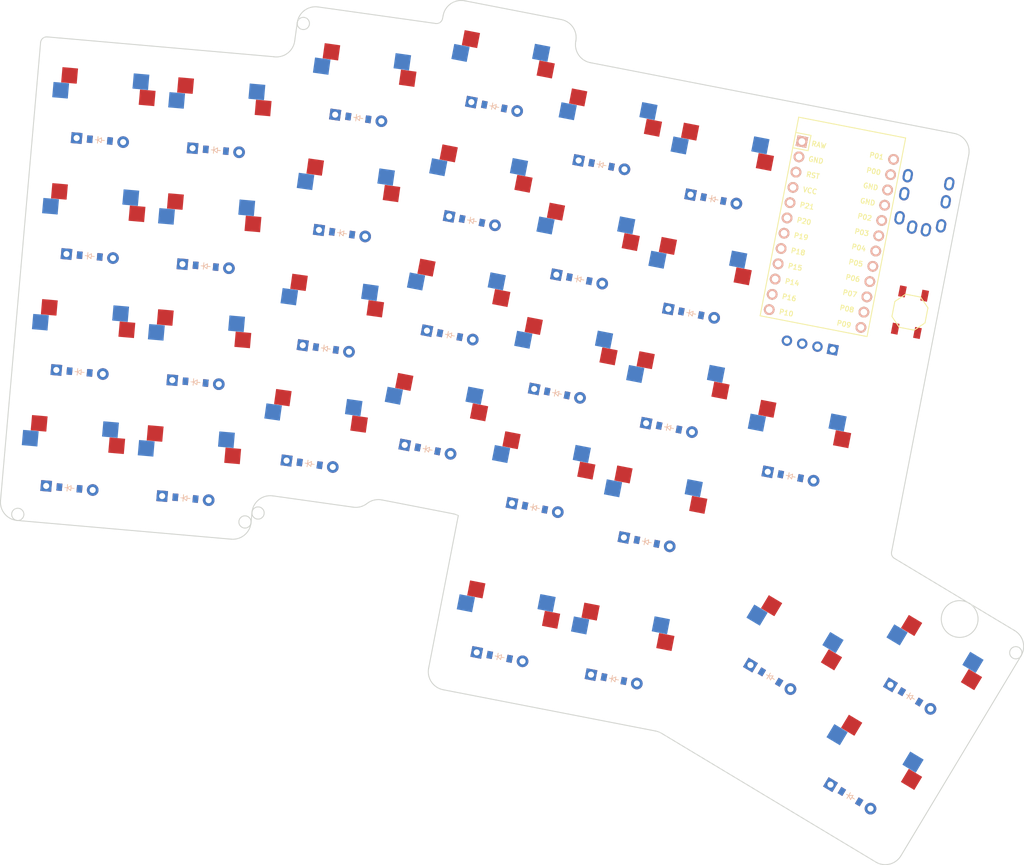
<source format=kicad_pcb>


(kicad_pcb (version 20171130) (host pcbnew 5.1.6)

  (page A3)
  (title_block
    (title "left")
    (rev "v1.0.0")
    (company "Unknown")
  )

  (general
    (thickness 1.6)
  )

  (layers
    (0 F.Cu signal)
    (31 B.Cu signal)
    (32 B.Adhes user)
    (33 F.Adhes user)
    (34 B.Paste user)
    (35 F.Paste user)
    (36 B.SilkS user)
    (37 F.SilkS user)
    (38 B.Mask user)
    (39 F.Mask user)
    (40 Dwgs.User user)
    (41 Cmts.User user)
    (42 Eco1.User user)
    (43 Eco2.User user)
    (44 Edge.Cuts user)
    (45 Margin user)
    (46 B.CrtYd user)
    (47 F.CrtYd user)
    (48 B.Fab user)
    (49 F.Fab user)
  )

  (setup
    (last_trace_width 0.25)
    (trace_clearance 0.2)
    (zone_clearance 0.508)
    (zone_45_only no)
    (trace_min 0.2)
    (via_size 0.8)
    (via_drill 0.4)
    (via_min_size 0.4)
    (via_min_drill 0.3)
    (uvia_size 0.3)
    (uvia_drill 0.1)
    (uvias_allowed no)
    (uvia_min_size 0.2)
    (uvia_min_drill 0.1)
    (edge_width 0.05)
    (segment_width 0.2)
    (pcb_text_width 0.3)
    (pcb_text_size 1.5 1.5)
    (mod_edge_width 0.12)
    (mod_text_size 1 1)
    (mod_text_width 0.15)
    (pad_size 1.524 1.524)
    (pad_drill 0.762)
    (pad_to_mask_clearance 0.05)
    (aux_axis_origin 0 0)
    (visible_elements FFFFFF7F)
    (pcbplotparams
      (layerselection 0x010fc_ffffffff)
      (usegerberextensions false)
      (usegerberattributes true)
      (usegerberadvancedattributes true)
      (creategerberjobfile true)
      (excludeedgelayer true)
      (linewidth 0.100000)
      (plotframeref false)
      (viasonmask false)
      (mode 1)
      (useauxorigin false)
      (hpglpennumber 1)
      (hpglpenspeed 20)
      (hpglpendiameter 15.000000)
      (psnegative false)
      (psa4output false)
      (plotreference true)
      (plotvalue true)
      (plotinvisibletext false)
      (padsonsilk false)
      (subtractmaskfromsilk false)
      (outputformat 1)
      (mirror false)
      (drillshape 1)
      (scaleselection 1)
      (outputdirectory ""))
  )

  (net 0 "")
(net 1 "P21")
(net 2 "pinky2_bottom")
(net 3 "pinky2_home")
(net 4 "pinky2_top")
(net 5 "pinky2_upper")
(net 6 "P20")
(net 7 "pinky_bottom")
(net 8 "pinky_home")
(net 9 "pinky_top")
(net 10 "pinky_upper")
(net 11 "P19")
(net 12 "ring_bottom")
(net 13 "ring_home")
(net 14 "ring_top")
(net 15 "ring_upper")
(net 16 "P18")
(net 17 "middle_bottom")
(net 18 "middle_home")
(net 19 "middle_top")
(net 20 "middle_upper")
(net 21 "P15")
(net 22 "index_bottom")
(net 23 "index_home")
(net 24 "index_top")
(net 25 "index_upper")
(net 26 "P14")
(net 27 "inner_bottom")
(net 28 "inner_home")
(net 29 "inner_top")
(net 30 "inner_upper")
(net 31 "P16")
(net 32 "inner2_bottom")
(net 33 "nearer_thumb2")
(net 34 "near_thumb2")
(net 35 "home_thumb2")
(net 36 "far_thumb2")
(net 37 "far_thumb")
(net 38 "P7")
(net 39 "P6")
(net 40 "P5")
(net 41 "P4")
(net 42 "P9")
(net 43 "P8")
(net 44 "RAW")
(net 45 "GND")
(net 46 "RST")
(net 47 "VCC")
(net 48 "P10")
(net 49 "P1")
(net 50 "P0")
(net 51 "P2")
(net 52 "P3")

  (net_class Default "This is the default net class."
    (clearance 0.2)
    (trace_width 0.25)
    (via_dia 0.8)
    (via_drill 0.4)
    (uvia_dia 0.3)
    (uvia_drill 0.1)
    (add_net "")
(add_net "P21")
(add_net "pinky2_bottom")
(add_net "pinky2_home")
(add_net "pinky2_top")
(add_net "pinky2_upper")
(add_net "P20")
(add_net "pinky_bottom")
(add_net "pinky_home")
(add_net "pinky_top")
(add_net "pinky_upper")
(add_net "P19")
(add_net "ring_bottom")
(add_net "ring_home")
(add_net "ring_top")
(add_net "ring_upper")
(add_net "P18")
(add_net "middle_bottom")
(add_net "middle_home")
(add_net "middle_top")
(add_net "middle_upper")
(add_net "P15")
(add_net "index_bottom")
(add_net "index_home")
(add_net "index_top")
(add_net "index_upper")
(add_net "P14")
(add_net "inner_bottom")
(add_net "inner_home")
(add_net "inner_top")
(add_net "inner_upper")
(add_net "P16")
(add_net "inner2_bottom")
(add_net "nearer_thumb2")
(add_net "near_thumb2")
(add_net "home_thumb2")
(add_net "far_thumb2")
(add_net "far_thumb")
(add_net "P7")
(add_net "P6")
(add_net "P5")
(add_net "P4")
(add_net "P9")
(add_net "P8")
(add_net "RAW")
(add_net "GND")
(add_net "RST")
(add_net "VCC")
(add_net "P10")
(add_net "P1")
(add_net "P0")
(add_net "P2")
(add_net "P3")
  )

  
        
      (module MX (layer F.Cu) (tedit 5DD4F656)
      (at 72.4335487 165.0859807 -5)

      
      (fp_text reference "S1" (at 0 0) (layer F.SilkS) hide (effects (font (size 1.27 1.27) (thickness 0.15))))
      (fp_text value "" (at 0 0) (layer F.SilkS) hide (effects (font (size 1.27 1.27) (thickness 0.15))))

      
      (fp_line (start -7 -6) (end -7 -7) (layer Dwgs.User) (width 0.15))
      (fp_line (start -7 7) (end -6 7) (layer Dwgs.User) (width 0.15))
      (fp_line (start -6 -7) (end -7 -7) (layer Dwgs.User) (width 0.15))
      (fp_line (start -7 7) (end -7 6) (layer Dwgs.User) (width 0.15))
      (fp_line (start 7 6) (end 7 7) (layer Dwgs.User) (width 0.15))
      (fp_line (start 7 -7) (end 6 -7) (layer Dwgs.User) (width 0.15))
      (fp_line (start 6 7) (end 7 7) (layer Dwgs.User) (width 0.15))
      (fp_line (start 7 -7) (end 7 -6) (layer Dwgs.User) (width 0.15))
    
      
      (pad "" np_thru_hole circle (at 0 0) (size 3.9878 3.9878) (drill 3.9878) (layers *.Cu *.Mask))

      
      (pad "" np_thru_hole circle (at 5.08 0) (size 1.7018 1.7018) (drill 1.7018) (layers *.Cu *.Mask))
      (pad "" np_thru_hole circle (at -5.08 0) (size 1.7018 1.7018) (drill 1.7018) (layers *.Cu *.Mask))
      
        
      
      (fp_line (start -9.5 -9.5) (end 9.5 -9.5) (layer Dwgs.User) (width 0.15))
      (fp_line (start 9.5 -9.5) (end 9.5 9.5) (layer Dwgs.User) (width 0.15))
      (fp_line (start 9.5 9.5) (end -9.5 9.5) (layer Dwgs.User) (width 0.15))
      (fp_line (start -9.5 9.5) (end -9.5 -9.5) (layer Dwgs.User) (width 0.15))
      
        
        
        (pad "" np_thru_hole circle (at 2.54 -5.08) (size 3 3) (drill 3) (layers *.Cu *.Mask))
        (pad "" np_thru_hole circle (at -3.81 -2.54) (size 3 3) (drill 3) (layers *.Cu *.Mask))
        
        
        (pad 1 smd rect (at -7.085 -2.54 -5) (size 2.55 2.5) (layers B.Cu B.Paste B.Mask) (net 1 "P21"))
        (pad 2 smd rect (at 5.842 -5.08 -5) (size 2.55 2.5) (layers B.Cu B.Paste B.Mask) (net 2 "pinky2_bottom"))
        
        
        
        (pad "" np_thru_hole circle (at -2.54 -5.08) (size 3 3) (drill 3) (layers *.Cu *.Mask))
        (pad "" np_thru_hole circle (at 3.81 -2.54) (size 3 3) (drill 3) (layers *.Cu *.Mask))
        
        
        (pad 1 smd rect (at 7.085 -2.54 -5) (size 2.55 2.5) (layers F.Cu F.Paste F.Mask) (net 1 "P21"))
        (pad 2 smd rect (at -5.842 -5.08 -5) (size 2.55 2.5) (layers F.Cu F.Paste F.Mask) (net 2 "pinky2_bottom"))
        )
        

        
      (module MX (layer F.Cu) (tedit 5DD4F656)
      (at 74.0895078 146.1582814 -5)

      
      (fp_text reference "S2" (at 0 0) (layer F.SilkS) hide (effects (font (size 1.27 1.27) (thickness 0.15))))
      (fp_text value "" (at 0 0) (layer F.SilkS) hide (effects (font (size 1.27 1.27) (thickness 0.15))))

      
      (fp_line (start -7 -6) (end -7 -7) (layer Dwgs.User) (width 0.15))
      (fp_line (start -7 7) (end -6 7) (layer Dwgs.User) (width 0.15))
      (fp_line (start -6 -7) (end -7 -7) (layer Dwgs.User) (width 0.15))
      (fp_line (start -7 7) (end -7 6) (layer Dwgs.User) (width 0.15))
      (fp_line (start 7 6) (end 7 7) (layer Dwgs.User) (width 0.15))
      (fp_line (start 7 -7) (end 6 -7) (layer Dwgs.User) (width 0.15))
      (fp_line (start 6 7) (end 7 7) (layer Dwgs.User) (width 0.15))
      (fp_line (start 7 -7) (end 7 -6) (layer Dwgs.User) (width 0.15))
    
      
      (pad "" np_thru_hole circle (at 0 0) (size 3.9878 3.9878) (drill 3.9878) (layers *.Cu *.Mask))

      
      (pad "" np_thru_hole circle (at 5.08 0) (size 1.7018 1.7018) (drill 1.7018) (layers *.Cu *.Mask))
      (pad "" np_thru_hole circle (at -5.08 0) (size 1.7018 1.7018) (drill 1.7018) (layers *.Cu *.Mask))
      
        
      
      (fp_line (start -9.5 -9.5) (end 9.5 -9.5) (layer Dwgs.User) (width 0.15))
      (fp_line (start 9.5 -9.5) (end 9.5 9.5) (layer Dwgs.User) (width 0.15))
      (fp_line (start 9.5 9.5) (end -9.5 9.5) (layer Dwgs.User) (width 0.15))
      (fp_line (start -9.5 9.5) (end -9.5 -9.5) (layer Dwgs.User) (width 0.15))
      
        
        
        (pad "" np_thru_hole circle (at 2.54 -5.08) (size 3 3) (drill 3) (layers *.Cu *.Mask))
        (pad "" np_thru_hole circle (at -3.81 -2.54) (size 3 3) (drill 3) (layers *.Cu *.Mask))
        
        
        (pad 1 smd rect (at -7.085 -2.54 -5) (size 2.55 2.5) (layers B.Cu B.Paste B.Mask) (net 1 "P21"))
        (pad 2 smd rect (at 5.842 -5.08 -5) (size 2.55 2.5) (layers B.Cu B.Paste B.Mask) (net 3 "pinky2_home"))
        
        
        
        (pad "" np_thru_hole circle (at -2.54 -5.08) (size 3 3) (drill 3) (layers *.Cu *.Mask))
        (pad "" np_thru_hole circle (at 3.81 -2.54) (size 3 3) (drill 3) (layers *.Cu *.Mask))
        
        
        (pad 1 smd rect (at 7.085 -2.54 -5) (size 2.55 2.5) (layers F.Cu F.Paste F.Mask) (net 1 "P21"))
        (pad 2 smd rect (at -5.842 -5.08 -5) (size 2.55 2.5) (layers F.Cu F.Paste F.Mask) (net 3 "pinky2_home"))
        )
        

        
      (module MX (layer F.Cu) (tedit 5DD4F656)
      (at 75.7454669 127.2305821 -5)

      
      (fp_text reference "S3" (at 0 0) (layer F.SilkS) hide (effects (font (size 1.27 1.27) (thickness 0.15))))
      (fp_text value "" (at 0 0) (layer F.SilkS) hide (effects (font (size 1.27 1.27) (thickness 0.15))))

      
      (fp_line (start -7 -6) (end -7 -7) (layer Dwgs.User) (width 0.15))
      (fp_line (start -7 7) (end -6 7) (layer Dwgs.User) (width 0.15))
      (fp_line (start -6 -7) (end -7 -7) (layer Dwgs.User) (width 0.15))
      (fp_line (start -7 7) (end -7 6) (layer Dwgs.User) (width 0.15))
      (fp_line (start 7 6) (end 7 7) (layer Dwgs.User) (width 0.15))
      (fp_line (start 7 -7) (end 6 -7) (layer Dwgs.User) (width 0.15))
      (fp_line (start 6 7) (end 7 7) (layer Dwgs.User) (width 0.15))
      (fp_line (start 7 -7) (end 7 -6) (layer Dwgs.User) (width 0.15))
    
      
      (pad "" np_thru_hole circle (at 0 0) (size 3.9878 3.9878) (drill 3.9878) (layers *.Cu *.Mask))

      
      (pad "" np_thru_hole circle (at 5.08 0) (size 1.7018 1.7018) (drill 1.7018) (layers *.Cu *.Mask))
      (pad "" np_thru_hole circle (at -5.08 0) (size 1.7018 1.7018) (drill 1.7018) (layers *.Cu *.Mask))
      
        
      
      (fp_line (start -9.5 -9.5) (end 9.5 -9.5) (layer Dwgs.User) (width 0.15))
      (fp_line (start 9.5 -9.5) (end 9.5 9.5) (layer Dwgs.User) (width 0.15))
      (fp_line (start 9.5 9.5) (end -9.5 9.5) (layer Dwgs.User) (width 0.15))
      (fp_line (start -9.5 9.5) (end -9.5 -9.5) (layer Dwgs.User) (width 0.15))
      
        
        
        (pad "" np_thru_hole circle (at 2.54 -5.08) (size 3 3) (drill 3) (layers *.Cu *.Mask))
        (pad "" np_thru_hole circle (at -3.81 -2.54) (size 3 3) (drill 3) (layers *.Cu *.Mask))
        
        
        (pad 1 smd rect (at -7.085 -2.54 -5) (size 2.55 2.5) (layers B.Cu B.Paste B.Mask) (net 1 "P21"))
        (pad 2 smd rect (at 5.842 -5.08 -5) (size 2.55 2.5) (layers B.Cu B.Paste B.Mask) (net 4 "pinky2_top"))
        
        
        
        (pad "" np_thru_hole circle (at -2.54 -5.08) (size 3 3) (drill 3) (layers *.Cu *.Mask))
        (pad "" np_thru_hole circle (at 3.81 -2.54) (size 3 3) (drill 3) (layers *.Cu *.Mask))
        
        
        (pad 1 smd rect (at 7.085 -2.54 -5) (size 2.55 2.5) (layers F.Cu F.Paste F.Mask) (net 1 "P21"))
        (pad 2 smd rect (at -5.842 -5.08 -5) (size 2.55 2.5) (layers F.Cu F.Paste F.Mask) (net 4 "pinky2_top"))
        )
        

        
      (module MX (layer F.Cu) (tedit 5DD4F656)
      (at 77.401426 108.3028828 -5)

      
      (fp_text reference "S4" (at 0 0) (layer F.SilkS) hide (effects (font (size 1.27 1.27) (thickness 0.15))))
      (fp_text value "" (at 0 0) (layer F.SilkS) hide (effects (font (size 1.27 1.27) (thickness 0.15))))

      
      (fp_line (start -7 -6) (end -7 -7) (layer Dwgs.User) (width 0.15))
      (fp_line (start -7 7) (end -6 7) (layer Dwgs.User) (width 0.15))
      (fp_line (start -6 -7) (end -7 -7) (layer Dwgs.User) (width 0.15))
      (fp_line (start -7 7) (end -7 6) (layer Dwgs.User) (width 0.15))
      (fp_line (start 7 6) (end 7 7) (layer Dwgs.User) (width 0.15))
      (fp_line (start 7 -7) (end 6 -7) (layer Dwgs.User) (width 0.15))
      (fp_line (start 6 7) (end 7 7) (layer Dwgs.User) (width 0.15))
      (fp_line (start 7 -7) (end 7 -6) (layer Dwgs.User) (width 0.15))
    
      
      (pad "" np_thru_hole circle (at 0 0) (size 3.9878 3.9878) (drill 3.9878) (layers *.Cu *.Mask))

      
      (pad "" np_thru_hole circle (at 5.08 0) (size 1.7018 1.7018) (drill 1.7018) (layers *.Cu *.Mask))
      (pad "" np_thru_hole circle (at -5.08 0) (size 1.7018 1.7018) (drill 1.7018) (layers *.Cu *.Mask))
      
        
      
      (fp_line (start -9.5 -9.5) (end 9.5 -9.5) (layer Dwgs.User) (width 0.15))
      (fp_line (start 9.5 -9.5) (end 9.5 9.5) (layer Dwgs.User) (width 0.15))
      (fp_line (start 9.5 9.5) (end -9.5 9.5) (layer Dwgs.User) (width 0.15))
      (fp_line (start -9.5 9.5) (end -9.5 -9.5) (layer Dwgs.User) (width 0.15))
      
        
        
        (pad "" np_thru_hole circle (at 2.54 -5.08) (size 3 3) (drill 3) (layers *.Cu *.Mask))
        (pad "" np_thru_hole circle (at -3.81 -2.54) (size 3 3) (drill 3) (layers *.Cu *.Mask))
        
        
        (pad 1 smd rect (at -7.085 -2.54 -5) (size 2.55 2.5) (layers B.Cu B.Paste B.Mask) (net 1 "P21"))
        (pad 2 smd rect (at 5.842 -5.08 -5) (size 2.55 2.5) (layers B.Cu B.Paste B.Mask) (net 5 "pinky2_upper"))
        
        
        
        (pad "" np_thru_hole circle (at -2.54 -5.08) (size 3 3) (drill 3) (layers *.Cu *.Mask))
        (pad "" np_thru_hole circle (at 3.81 -2.54) (size 3 3) (drill 3) (layers *.Cu *.Mask))
        
        
        (pad 1 smd rect (at 7.085 -2.54 -5) (size 2.55 2.5) (layers F.Cu F.Paste F.Mask) (net 1 "P21"))
        (pad 2 smd rect (at -5.842 -5.08 -5) (size 2.55 2.5) (layers F.Cu F.Paste F.Mask) (net 5 "pinky2_upper"))
        )
        

        
      (module MX (layer F.Cu) (tedit 5DD4F656)
      (at 91.3612479 166.7419398 -5)

      
      (fp_text reference "S5" (at 0 0) (layer F.SilkS) hide (effects (font (size 1.27 1.27) (thickness 0.15))))
      (fp_text value "" (at 0 0) (layer F.SilkS) hide (effects (font (size 1.27 1.27) (thickness 0.15))))

      
      (fp_line (start -7 -6) (end -7 -7) (layer Dwgs.User) (width 0.15))
      (fp_line (start -7 7) (end -6 7) (layer Dwgs.User) (width 0.15))
      (fp_line (start -6 -7) (end -7 -7) (layer Dwgs.User) (width 0.15))
      (fp_line (start -7 7) (end -7 6) (layer Dwgs.User) (width 0.15))
      (fp_line (start 7 6) (end 7 7) (layer Dwgs.User) (width 0.15))
      (fp_line (start 7 -7) (end 6 -7) (layer Dwgs.User) (width 0.15))
      (fp_line (start 6 7) (end 7 7) (layer Dwgs.User) (width 0.15))
      (fp_line (start 7 -7) (end 7 -6) (layer Dwgs.User) (width 0.15))
    
      
      (pad "" np_thru_hole circle (at 0 0) (size 3.9878 3.9878) (drill 3.9878) (layers *.Cu *.Mask))

      
      (pad "" np_thru_hole circle (at 5.08 0) (size 1.7018 1.7018) (drill 1.7018) (layers *.Cu *.Mask))
      (pad "" np_thru_hole circle (at -5.08 0) (size 1.7018 1.7018) (drill 1.7018) (layers *.Cu *.Mask))
      
        
      
      (fp_line (start -9.5 -9.5) (end 9.5 -9.5) (layer Dwgs.User) (width 0.15))
      (fp_line (start 9.5 -9.5) (end 9.5 9.5) (layer Dwgs.User) (width 0.15))
      (fp_line (start 9.5 9.5) (end -9.5 9.5) (layer Dwgs.User) (width 0.15))
      (fp_line (start -9.5 9.5) (end -9.5 -9.5) (layer Dwgs.User) (width 0.15))
      
        
        
        (pad "" np_thru_hole circle (at 2.54 -5.08) (size 3 3) (drill 3) (layers *.Cu *.Mask))
        (pad "" np_thru_hole circle (at -3.81 -2.54) (size 3 3) (drill 3) (layers *.Cu *.Mask))
        
        
        (pad 1 smd rect (at -7.085 -2.54 -5) (size 2.55 2.5) (layers B.Cu B.Paste B.Mask) (net 6 "P20"))
        (pad 2 smd rect (at 5.842 -5.08 -5) (size 2.55 2.5) (layers B.Cu B.Paste B.Mask) (net 7 "pinky_bottom"))
        
        
        
        (pad "" np_thru_hole circle (at -2.54 -5.08) (size 3 3) (drill 3) (layers *.Cu *.Mask))
        (pad "" np_thru_hole circle (at 3.81 -2.54) (size 3 3) (drill 3) (layers *.Cu *.Mask))
        
        
        (pad 1 smd rect (at 7.085 -2.54 -5) (size 2.55 2.5) (layers F.Cu F.Paste F.Mask) (net 6 "P20"))
        (pad 2 smd rect (at -5.842 -5.08 -5) (size 2.55 2.5) (layers F.Cu F.Paste F.Mask) (net 7 "pinky_bottom"))
        )
        

        
      (module MX (layer F.Cu) (tedit 5DD4F656)
      (at 93.0172071 147.8142406 -5)

      
      (fp_text reference "S6" (at 0 0) (layer F.SilkS) hide (effects (font (size 1.27 1.27) (thickness 0.15))))
      (fp_text value "" (at 0 0) (layer F.SilkS) hide (effects (font (size 1.27 1.27) (thickness 0.15))))

      
      (fp_line (start -7 -6) (end -7 -7) (layer Dwgs.User) (width 0.15))
      (fp_line (start -7 7) (end -6 7) (layer Dwgs.User) (width 0.15))
      (fp_line (start -6 -7) (end -7 -7) (layer Dwgs.User) (width 0.15))
      (fp_line (start -7 7) (end -7 6) (layer Dwgs.User) (width 0.15))
      (fp_line (start 7 6) (end 7 7) (layer Dwgs.User) (width 0.15))
      (fp_line (start 7 -7) (end 6 -7) (layer Dwgs.User) (width 0.15))
      (fp_line (start 6 7) (end 7 7) (layer Dwgs.User) (width 0.15))
      (fp_line (start 7 -7) (end 7 -6) (layer Dwgs.User) (width 0.15))
    
      
      (pad "" np_thru_hole circle (at 0 0) (size 3.9878 3.9878) (drill 3.9878) (layers *.Cu *.Mask))

      
      (pad "" np_thru_hole circle (at 5.08 0) (size 1.7018 1.7018) (drill 1.7018) (layers *.Cu *.Mask))
      (pad "" np_thru_hole circle (at -5.08 0) (size 1.7018 1.7018) (drill 1.7018) (layers *.Cu *.Mask))
      
        
      
      (fp_line (start -9.5 -9.5) (end 9.5 -9.5) (layer Dwgs.User) (width 0.15))
      (fp_line (start 9.5 -9.5) (end 9.5 9.5) (layer Dwgs.User) (width 0.15))
      (fp_line (start 9.5 9.5) (end -9.5 9.5) (layer Dwgs.User) (width 0.15))
      (fp_line (start -9.5 9.5) (end -9.5 -9.5) (layer Dwgs.User) (width 0.15))
      
        
        
        (pad "" np_thru_hole circle (at 2.54 -5.08) (size 3 3) (drill 3) (layers *.Cu *.Mask))
        (pad "" np_thru_hole circle (at -3.81 -2.54) (size 3 3) (drill 3) (layers *.Cu *.Mask))
        
        
        (pad 1 smd rect (at -7.085 -2.54 -5) (size 2.55 2.5) (layers B.Cu B.Paste B.Mask) (net 6 "P20"))
        (pad 2 smd rect (at 5.842 -5.08 -5) (size 2.55 2.5) (layers B.Cu B.Paste B.Mask) (net 8 "pinky_home"))
        
        
        
        (pad "" np_thru_hole circle (at -2.54 -5.08) (size 3 3) (drill 3) (layers *.Cu *.Mask))
        (pad "" np_thru_hole circle (at 3.81 -2.54) (size 3 3) (drill 3) (layers *.Cu *.Mask))
        
        
        (pad 1 smd rect (at 7.085 -2.54 -5) (size 2.55 2.5) (layers F.Cu F.Paste F.Mask) (net 6 "P20"))
        (pad 2 smd rect (at -5.842 -5.08 -5) (size 2.55 2.5) (layers F.Cu F.Paste F.Mask) (net 8 "pinky_home"))
        )
        

        
      (module MX (layer F.Cu) (tedit 5DD4F656)
      (at 94.6731662 128.8865413 -5)

      
      (fp_text reference "S7" (at 0 0) (layer F.SilkS) hide (effects (font (size 1.27 1.27) (thickness 0.15))))
      (fp_text value "" (at 0 0) (layer F.SilkS) hide (effects (font (size 1.27 1.27) (thickness 0.15))))

      
      (fp_line (start -7 -6) (end -7 -7) (layer Dwgs.User) (width 0.15))
      (fp_line (start -7 7) (end -6 7) (layer Dwgs.User) (width 0.15))
      (fp_line (start -6 -7) (end -7 -7) (layer Dwgs.User) (width 0.15))
      (fp_line (start -7 7) (end -7 6) (layer Dwgs.User) (width 0.15))
      (fp_line (start 7 6) (end 7 7) (layer Dwgs.User) (width 0.15))
      (fp_line (start 7 -7) (end 6 -7) (layer Dwgs.User) (width 0.15))
      (fp_line (start 6 7) (end 7 7) (layer Dwgs.User) (width 0.15))
      (fp_line (start 7 -7) (end 7 -6) (layer Dwgs.User) (width 0.15))
    
      
      (pad "" np_thru_hole circle (at 0 0) (size 3.9878 3.9878) (drill 3.9878) (layers *.Cu *.Mask))

      
      (pad "" np_thru_hole circle (at 5.08 0) (size 1.7018 1.7018) (drill 1.7018) (layers *.Cu *.Mask))
      (pad "" np_thru_hole circle (at -5.08 0) (size 1.7018 1.7018) (drill 1.7018) (layers *.Cu *.Mask))
      
        
      
      (fp_line (start -9.5 -9.5) (end 9.5 -9.5) (layer Dwgs.User) (width 0.15))
      (fp_line (start 9.5 -9.5) (end 9.5 9.5) (layer Dwgs.User) (width 0.15))
      (fp_line (start 9.5 9.5) (end -9.5 9.5) (layer Dwgs.User) (width 0.15))
      (fp_line (start -9.5 9.5) (end -9.5 -9.5) (layer Dwgs.User) (width 0.15))
      
        
        
        (pad "" np_thru_hole circle (at 2.54 -5.08) (size 3 3) (drill 3) (layers *.Cu *.Mask))
        (pad "" np_thru_hole circle (at -3.81 -2.54) (size 3 3) (drill 3) (layers *.Cu *.Mask))
        
        
        (pad 1 smd rect (at -7.085 -2.54 -5) (size 2.55 2.5) (layers B.Cu B.Paste B.Mask) (net 6 "P20"))
        (pad 2 smd rect (at 5.842 -5.08 -5) (size 2.55 2.5) (layers B.Cu B.Paste B.Mask) (net 9 "pinky_top"))
        
        
        
        (pad "" np_thru_hole circle (at -2.54 -5.08) (size 3 3) (drill 3) (layers *.Cu *.Mask))
        (pad "" np_thru_hole circle (at 3.81 -2.54) (size 3 3) (drill 3) (layers *.Cu *.Mask))
        
        
        (pad 1 smd rect (at 7.085 -2.54 -5) (size 2.55 2.5) (layers F.Cu F.Paste F.Mask) (net 6 "P20"))
        (pad 2 smd rect (at -5.842 -5.08 -5) (size 2.55 2.5) (layers F.Cu F.Paste F.Mask) (net 9 "pinky_top"))
        )
        

        
      (module MX (layer F.Cu) (tedit 5DD4F656)
      (at 96.3291253 109.958842 -5)

      
      (fp_text reference "S8" (at 0 0) (layer F.SilkS) hide (effects (font (size 1.27 1.27) (thickness 0.15))))
      (fp_text value "" (at 0 0) (layer F.SilkS) hide (effects (font (size 1.27 1.27) (thickness 0.15))))

      
      (fp_line (start -7 -6) (end -7 -7) (layer Dwgs.User) (width 0.15))
      (fp_line (start -7 7) (end -6 7) (layer Dwgs.User) (width 0.15))
      (fp_line (start -6 -7) (end -7 -7) (layer Dwgs.User) (width 0.15))
      (fp_line (start -7 7) (end -7 6) (layer Dwgs.User) (width 0.15))
      (fp_line (start 7 6) (end 7 7) (layer Dwgs.User) (width 0.15))
      (fp_line (start 7 -7) (end 6 -7) (layer Dwgs.User) (width 0.15))
      (fp_line (start 6 7) (end 7 7) (layer Dwgs.User) (width 0.15))
      (fp_line (start 7 -7) (end 7 -6) (layer Dwgs.User) (width 0.15))
    
      
      (pad "" np_thru_hole circle (at 0 0) (size 3.9878 3.9878) (drill 3.9878) (layers *.Cu *.Mask))

      
      (pad "" np_thru_hole circle (at 5.08 0) (size 1.7018 1.7018) (drill 1.7018) (layers *.Cu *.Mask))
      (pad "" np_thru_hole circle (at -5.08 0) (size 1.7018 1.7018) (drill 1.7018) (layers *.Cu *.Mask))
      
        
      
      (fp_line (start -9.5 -9.5) (end 9.5 -9.5) (layer Dwgs.User) (width 0.15))
      (fp_line (start 9.5 -9.5) (end 9.5 9.5) (layer Dwgs.User) (width 0.15))
      (fp_line (start 9.5 9.5) (end -9.5 9.5) (layer Dwgs.User) (width 0.15))
      (fp_line (start -9.5 9.5) (end -9.5 -9.5) (layer Dwgs.User) (width 0.15))
      
        
        
        (pad "" np_thru_hole circle (at 2.54 -5.08) (size 3 3) (drill 3) (layers *.Cu *.Mask))
        (pad "" np_thru_hole circle (at -3.81 -2.54) (size 3 3) (drill 3) (layers *.Cu *.Mask))
        
        
        (pad 1 smd rect (at -7.085 -2.54 -5) (size 2.55 2.5) (layers B.Cu B.Paste B.Mask) (net 6 "P20"))
        (pad 2 smd rect (at 5.842 -5.08 -5) (size 2.55 2.5) (layers B.Cu B.Paste B.Mask) (net 10 "pinky_upper"))
        
        
        
        (pad "" np_thru_hole circle (at -2.54 -5.08) (size 3 3) (drill 3) (layers *.Cu *.Mask))
        (pad "" np_thru_hole circle (at 3.81 -2.54) (size 3 3) (drill 3) (layers *.Cu *.Mask))
        
        
        (pad 1 smd rect (at 7.085 -2.54 -5) (size 2.55 2.5) (layers F.Cu F.Paste F.Mask) (net 6 "P20"))
        (pad 2 smd rect (at -5.842 -5.08 -5) (size 2.55 2.5) (layers F.Cu F.Paste F.Mask) (net 10 "pinky_upper"))
        )
        

        
      (module MX (layer F.Cu) (tedit 5DD4F656)
      (at 111.9034034 161.1651556 -8)

      
      (fp_text reference "S9" (at 0 0) (layer F.SilkS) hide (effects (font (size 1.27 1.27) (thickness 0.15))))
      (fp_text value "" (at 0 0) (layer F.SilkS) hide (effects (font (size 1.27 1.27) (thickness 0.15))))

      
      (fp_line (start -7 -6) (end -7 -7) (layer Dwgs.User) (width 0.15))
      (fp_line (start -7 7) (end -6 7) (layer Dwgs.User) (width 0.15))
      (fp_line (start -6 -7) (end -7 -7) (layer Dwgs.User) (width 0.15))
      (fp_line (start -7 7) (end -7 6) (layer Dwgs.User) (width 0.15))
      (fp_line (start 7 6) (end 7 7) (layer Dwgs.User) (width 0.15))
      (fp_line (start 7 -7) (end 6 -7) (layer Dwgs.User) (width 0.15))
      (fp_line (start 6 7) (end 7 7) (layer Dwgs.User) (width 0.15))
      (fp_line (start 7 -7) (end 7 -6) (layer Dwgs.User) (width 0.15))
    
      
      (pad "" np_thru_hole circle (at 0 0) (size 3.9878 3.9878) (drill 3.9878) (layers *.Cu *.Mask))

      
      (pad "" np_thru_hole circle (at 5.08 0) (size 1.7018 1.7018) (drill 1.7018) (layers *.Cu *.Mask))
      (pad "" np_thru_hole circle (at -5.08 0) (size 1.7018 1.7018) (drill 1.7018) (layers *.Cu *.Mask))
      
        
      
      (fp_line (start -9.5 -9.5) (end 9.5 -9.5) (layer Dwgs.User) (width 0.15))
      (fp_line (start 9.5 -9.5) (end 9.5 9.5) (layer Dwgs.User) (width 0.15))
      (fp_line (start 9.5 9.5) (end -9.5 9.5) (layer Dwgs.User) (width 0.15))
      (fp_line (start -9.5 9.5) (end -9.5 -9.5) (layer Dwgs.User) (width 0.15))
      
        
        
        (pad "" np_thru_hole circle (at 2.54 -5.08) (size 3 3) (drill 3) (layers *.Cu *.Mask))
        (pad "" np_thru_hole circle (at -3.81 -2.54) (size 3 3) (drill 3) (layers *.Cu *.Mask))
        
        
        (pad 1 smd rect (at -7.085 -2.54 -8) (size 2.55 2.5) (layers B.Cu B.Paste B.Mask) (net 11 "P19"))
        (pad 2 smd rect (at 5.842 -5.08 -8) (size 2.55 2.5) (layers B.Cu B.Paste B.Mask) (net 12 "ring_bottom"))
        
        
        
        (pad "" np_thru_hole circle (at -2.54 -5.08) (size 3 3) (drill 3) (layers *.Cu *.Mask))
        (pad "" np_thru_hole circle (at 3.81 -2.54) (size 3 3) (drill 3) (layers *.Cu *.Mask))
        
        
        (pad 1 smd rect (at 7.085 -2.54 -8) (size 2.55 2.5) (layers F.Cu F.Paste F.Mask) (net 11 "P19"))
        (pad 2 smd rect (at -5.842 -5.08 -8) (size 2.55 2.5) (layers F.Cu F.Paste F.Mask) (net 12 "ring_bottom"))
        )
        

        
      (module MX (layer F.Cu) (tedit 5DD4F656)
      (at 114.5476923 142.3500623 -8)

      
      (fp_text reference "S10" (at 0 0) (layer F.SilkS) hide (effects (font (size 1.27 1.27) (thickness 0.15))))
      (fp_text value "" (at 0 0) (layer F.SilkS) hide (effects (font (size 1.27 1.27) (thickness 0.15))))

      
      (fp_line (start -7 -6) (end -7 -7) (layer Dwgs.User) (width 0.15))
      (fp_line (start -7 7) (end -6 7) (layer Dwgs.User) (width 0.15))
      (fp_line (start -6 -7) (end -7 -7) (layer Dwgs.User) (width 0.15))
      (fp_line (start -7 7) (end -7 6) (layer Dwgs.User) (width 0.15))
      (fp_line (start 7 6) (end 7 7) (layer Dwgs.User) (width 0.15))
      (fp_line (start 7 -7) (end 6 -7) (layer Dwgs.User) (width 0.15))
      (fp_line (start 6 7) (end 7 7) (layer Dwgs.User) (width 0.15))
      (fp_line (start 7 -7) (end 7 -6) (layer Dwgs.User) (width 0.15))
    
      
      (pad "" np_thru_hole circle (at 0 0) (size 3.9878 3.9878) (drill 3.9878) (layers *.Cu *.Mask))

      
      (pad "" np_thru_hole circle (at 5.08 0) (size 1.7018 1.7018) (drill 1.7018) (layers *.Cu *.Mask))
      (pad "" np_thru_hole circle (at -5.08 0) (size 1.7018 1.7018) (drill 1.7018) (layers *.Cu *.Mask))
      
        
      
      (fp_line (start -9.5 -9.5) (end 9.5 -9.5) (layer Dwgs.User) (width 0.15))
      (fp_line (start 9.5 -9.5) (end 9.5 9.5) (layer Dwgs.User) (width 0.15))
      (fp_line (start 9.5 9.5) (end -9.5 9.5) (layer Dwgs.User) (width 0.15))
      (fp_line (start -9.5 9.5) (end -9.5 -9.5) (layer Dwgs.User) (width 0.15))
      
        
        
        (pad "" np_thru_hole circle (at 2.54 -5.08) (size 3 3) (drill 3) (layers *.Cu *.Mask))
        (pad "" np_thru_hole circle (at -3.81 -2.54) (size 3 3) (drill 3) (layers *.Cu *.Mask))
        
        
        (pad 1 smd rect (at -7.085 -2.54 -8) (size 2.55 2.5) (layers B.Cu B.Paste B.Mask) (net 11 "P19"))
        (pad 2 smd rect (at 5.842 -5.08 -8) (size 2.55 2.5) (layers B.Cu B.Paste B.Mask) (net 13 "ring_home"))
        
        
        
        (pad "" np_thru_hole circle (at -2.54 -5.08) (size 3 3) (drill 3) (layers *.Cu *.Mask))
        (pad "" np_thru_hole circle (at 3.81 -2.54) (size 3 3) (drill 3) (layers *.Cu *.Mask))
        
        
        (pad 1 smd rect (at 7.085 -2.54 -8) (size 2.55 2.5) (layers F.Cu F.Paste F.Mask) (net 11 "P19"))
        (pad 2 smd rect (at -5.842 -5.08 -8) (size 2.55 2.5) (layers F.Cu F.Paste F.Mask) (net 13 "ring_home"))
        )
        

        
      (module MX (layer F.Cu) (tedit 5DD4F656)
      (at 117.1919813 123.534969 -8)

      
      (fp_text reference "S11" (at 0 0) (layer F.SilkS) hide (effects (font (size 1.27 1.27) (thickness 0.15))))
      (fp_text value "" (at 0 0) (layer F.SilkS) hide (effects (font (size 1.27 1.27) (thickness 0.15))))

      
      (fp_line (start -7 -6) (end -7 -7) (layer Dwgs.User) (width 0.15))
      (fp_line (start -7 7) (end -6 7) (layer Dwgs.User) (width 0.15))
      (fp_line (start -6 -7) (end -7 -7) (layer Dwgs.User) (width 0.15))
      (fp_line (start -7 7) (end -7 6) (layer Dwgs.User) (width 0.15))
      (fp_line (start 7 6) (end 7 7) (layer Dwgs.User) (width 0.15))
      (fp_line (start 7 -7) (end 6 -7) (layer Dwgs.User) (width 0.15))
      (fp_line (start 6 7) (end 7 7) (layer Dwgs.User) (width 0.15))
      (fp_line (start 7 -7) (end 7 -6) (layer Dwgs.User) (width 0.15))
    
      
      (pad "" np_thru_hole circle (at 0 0) (size 3.9878 3.9878) (drill 3.9878) (layers *.Cu *.Mask))

      
      (pad "" np_thru_hole circle (at 5.08 0) (size 1.7018 1.7018) (drill 1.7018) (layers *.Cu *.Mask))
      (pad "" np_thru_hole circle (at -5.08 0) (size 1.7018 1.7018) (drill 1.7018) (layers *.Cu *.Mask))
      
        
      
      (fp_line (start -9.5 -9.5) (end 9.5 -9.5) (layer Dwgs.User) (width 0.15))
      (fp_line (start 9.5 -9.5) (end 9.5 9.5) (layer Dwgs.User) (width 0.15))
      (fp_line (start 9.5 9.5) (end -9.5 9.5) (layer Dwgs.User) (width 0.15))
      (fp_line (start -9.5 9.5) (end -9.5 -9.5) (layer Dwgs.User) (width 0.15))
      
        
        
        (pad "" np_thru_hole circle (at 2.54 -5.08) (size 3 3) (drill 3) (layers *.Cu *.Mask))
        (pad "" np_thru_hole circle (at -3.81 -2.54) (size 3 3) (drill 3) (layers *.Cu *.Mask))
        
        
        (pad 1 smd rect (at -7.085 -2.54 -8) (size 2.55 2.5) (layers B.Cu B.Paste B.Mask) (net 11 "P19"))
        (pad 2 smd rect (at 5.842 -5.08 -8) (size 2.55 2.5) (layers B.Cu B.Paste B.Mask) (net 14 "ring_top"))
        
        
        
        (pad "" np_thru_hole circle (at -2.54 -5.08) (size 3 3) (drill 3) (layers *.Cu *.Mask))
        (pad "" np_thru_hole circle (at 3.81 -2.54) (size 3 3) (drill 3) (layers *.Cu *.Mask))
        
        
        (pad 1 smd rect (at 7.085 -2.54 -8) (size 2.55 2.5) (layers F.Cu F.Paste F.Mask) (net 11 "P19"))
        (pad 2 smd rect (at -5.842 -5.08 -8) (size 2.55 2.5) (layers F.Cu F.Paste F.Mask) (net 14 "ring_top"))
        )
        

        
      (module MX (layer F.Cu) (tedit 5DD4F656)
      (at 119.8362702 104.7198758 -8)

      
      (fp_text reference "S12" (at 0 0) (layer F.SilkS) hide (effects (font (size 1.27 1.27) (thickness 0.15))))
      (fp_text value "" (at 0 0) (layer F.SilkS) hide (effects (font (size 1.27 1.27) (thickness 0.15))))

      
      (fp_line (start -7 -6) (end -7 -7) (layer Dwgs.User) (width 0.15))
      (fp_line (start -7 7) (end -6 7) (layer Dwgs.User) (width 0.15))
      (fp_line (start -6 -7) (end -7 -7) (layer Dwgs.User) (width 0.15))
      (fp_line (start -7 7) (end -7 6) (layer Dwgs.User) (width 0.15))
      (fp_line (start 7 6) (end 7 7) (layer Dwgs.User) (width 0.15))
      (fp_line (start 7 -7) (end 6 -7) (layer Dwgs.User) (width 0.15))
      (fp_line (start 6 7) (end 7 7) (layer Dwgs.User) (width 0.15))
      (fp_line (start 7 -7) (end 7 -6) (layer Dwgs.User) (width 0.15))
    
      
      (pad "" np_thru_hole circle (at 0 0) (size 3.9878 3.9878) (drill 3.9878) (layers *.Cu *.Mask))

      
      (pad "" np_thru_hole circle (at 5.08 0) (size 1.7018 1.7018) (drill 1.7018) (layers *.Cu *.Mask))
      (pad "" np_thru_hole circle (at -5.08 0) (size 1.7018 1.7018) (drill 1.7018) (layers *.Cu *.Mask))
      
        
      
      (fp_line (start -9.5 -9.5) (end 9.5 -9.5) (layer Dwgs.User) (width 0.15))
      (fp_line (start 9.5 -9.5) (end 9.5 9.5) (layer Dwgs.User) (width 0.15))
      (fp_line (start 9.5 9.5) (end -9.5 9.5) (layer Dwgs.User) (width 0.15))
      (fp_line (start -9.5 9.5) (end -9.5 -9.5) (layer Dwgs.User) (width 0.15))
      
        
        
        (pad "" np_thru_hole circle (at 2.54 -5.08) (size 3 3) (drill 3) (layers *.Cu *.Mask))
        (pad "" np_thru_hole circle (at -3.81 -2.54) (size 3 3) (drill 3) (layers *.Cu *.Mask))
        
        
        (pad 1 smd rect (at -7.085 -2.54 -8) (size 2.55 2.5) (layers B.Cu B.Paste B.Mask) (net 11 "P19"))
        (pad 2 smd rect (at 5.842 -5.08 -8) (size 2.55 2.5) (layers B.Cu B.Paste B.Mask) (net 15 "ring_upper"))
        
        
        
        (pad "" np_thru_hole circle (at -2.54 -5.08) (size 3 3) (drill 3) (layers *.Cu *.Mask))
        (pad "" np_thru_hole circle (at 3.81 -2.54) (size 3 3) (drill 3) (layers *.Cu *.Mask))
        
        
        (pad 1 smd rect (at 7.085 -2.54 -8) (size 2.55 2.5) (layers F.Cu F.Paste F.Mask) (net 11 "P19"))
        (pad 2 smd rect (at -5.842 -5.08 -8) (size 2.55 2.5) (layers F.Cu F.Paste F.Mask) (net 15 "ring_upper"))
        )
        

        
      (module MX (layer F.Cu) (tedit 5DD4F656)
      (at 131.4143622 158.8581042 -11)

      
      (fp_text reference "S13" (at 0 0) (layer F.SilkS) hide (effects (font (size 1.27 1.27) (thickness 0.15))))
      (fp_text value "" (at 0 0) (layer F.SilkS) hide (effects (font (size 1.27 1.27) (thickness 0.15))))

      
      (fp_line (start -7 -6) (end -7 -7) (layer Dwgs.User) (width 0.15))
      (fp_line (start -7 7) (end -6 7) (layer Dwgs.User) (width 0.15))
      (fp_line (start -6 -7) (end -7 -7) (layer Dwgs.User) (width 0.15))
      (fp_line (start -7 7) (end -7 6) (layer Dwgs.User) (width 0.15))
      (fp_line (start 7 6) (end 7 7) (layer Dwgs.User) (width 0.15))
      (fp_line (start 7 -7) (end 6 -7) (layer Dwgs.User) (width 0.15))
      (fp_line (start 6 7) (end 7 7) (layer Dwgs.User) (width 0.15))
      (fp_line (start 7 -7) (end 7 -6) (layer Dwgs.User) (width 0.15))
    
      
      (pad "" np_thru_hole circle (at 0 0) (size 3.9878 3.9878) (drill 3.9878) (layers *.Cu *.Mask))

      
      (pad "" np_thru_hole circle (at 5.08 0) (size 1.7018 1.7018) (drill 1.7018) (layers *.Cu *.Mask))
      (pad "" np_thru_hole circle (at -5.08 0) (size 1.7018 1.7018) (drill 1.7018) (layers *.Cu *.Mask))
      
        
      
      (fp_line (start -9.5 -9.5) (end 9.5 -9.5) (layer Dwgs.User) (width 0.15))
      (fp_line (start 9.5 -9.5) (end 9.5 9.5) (layer Dwgs.User) (width 0.15))
      (fp_line (start 9.5 9.5) (end -9.5 9.5) (layer Dwgs.User) (width 0.15))
      (fp_line (start -9.5 9.5) (end -9.5 -9.5) (layer Dwgs.User) (width 0.15))
      
        
        
        (pad "" np_thru_hole circle (at 2.54 -5.08) (size 3 3) (drill 3) (layers *.Cu *.Mask))
        (pad "" np_thru_hole circle (at -3.81 -2.54) (size 3 3) (drill 3) (layers *.Cu *.Mask))
        
        
        (pad 1 smd rect (at -7.085 -2.54 -11) (size 2.55 2.5) (layers B.Cu B.Paste B.Mask) (net 16 "P18"))
        (pad 2 smd rect (at 5.842 -5.08 -11) (size 2.55 2.5) (layers B.Cu B.Paste B.Mask) (net 17 "middle_bottom"))
        
        
        
        (pad "" np_thru_hole circle (at -2.54 -5.08) (size 3 3) (drill 3) (layers *.Cu *.Mask))
        (pad "" np_thru_hole circle (at 3.81 -2.54) (size 3 3) (drill 3) (layers *.Cu *.Mask))
        
        
        (pad 1 smd rect (at 7.085 -2.54 -11) (size 2.55 2.5) (layers F.Cu F.Paste F.Mask) (net 16 "P18"))
        (pad 2 smd rect (at -5.842 -5.08 -11) (size 2.55 2.5) (layers F.Cu F.Paste F.Mask) (net 17 "middle_bottom"))
        )
        

        
      (module MX (layer F.Cu) (tedit 5DD4F656)
      (at 135.039733 140.2071877 -11)

      
      (fp_text reference "S14" (at 0 0) (layer F.SilkS) hide (effects (font (size 1.27 1.27) (thickness 0.15))))
      (fp_text value "" (at 0 0) (layer F.SilkS) hide (effects (font (size 1.27 1.27) (thickness 0.15))))

      
      (fp_line (start -7 -6) (end -7 -7) (layer Dwgs.User) (width 0.15))
      (fp_line (start -7 7) (end -6 7) (layer Dwgs.User) (width 0.15))
      (fp_line (start -6 -7) (end -7 -7) (layer Dwgs.User) (width 0.15))
      (fp_line (start -7 7) (end -7 6) (layer Dwgs.User) (width 0.15))
      (fp_line (start 7 6) (end 7 7) (layer Dwgs.User) (width 0.15))
      (fp_line (start 7 -7) (end 6 -7) (layer Dwgs.User) (width 0.15))
      (fp_line (start 6 7) (end 7 7) (layer Dwgs.User) (width 0.15))
      (fp_line (start 7 -7) (end 7 -6) (layer Dwgs.User) (width 0.15))
    
      
      (pad "" np_thru_hole circle (at 0 0) (size 3.9878 3.9878) (drill 3.9878) (layers *.Cu *.Mask))

      
      (pad "" np_thru_hole circle (at 5.08 0) (size 1.7018 1.7018) (drill 1.7018) (layers *.Cu *.Mask))
      (pad "" np_thru_hole circle (at -5.08 0) (size 1.7018 1.7018) (drill 1.7018) (layers *.Cu *.Mask))
      
        
      
      (fp_line (start -9.5 -9.5) (end 9.5 -9.5) (layer Dwgs.User) (width 0.15))
      (fp_line (start 9.5 -9.5) (end 9.5 9.5) (layer Dwgs.User) (width 0.15))
      (fp_line (start 9.5 9.5) (end -9.5 9.5) (layer Dwgs.User) (width 0.15))
      (fp_line (start -9.5 9.5) (end -9.5 -9.5) (layer Dwgs.User) (width 0.15))
      
        
        
        (pad "" np_thru_hole circle (at 2.54 -5.08) (size 3 3) (drill 3) (layers *.Cu *.Mask))
        (pad "" np_thru_hole circle (at -3.81 -2.54) (size 3 3) (drill 3) (layers *.Cu *.Mask))
        
        
        (pad 1 smd rect (at -7.085 -2.54 -11) (size 2.55 2.5) (layers B.Cu B.Paste B.Mask) (net 16 "P18"))
        (pad 2 smd rect (at 5.842 -5.08 -11) (size 2.55 2.5) (layers B.Cu B.Paste B.Mask) (net 18 "middle_home"))
        
        
        
        (pad "" np_thru_hole circle (at -2.54 -5.08) (size 3 3) (drill 3) (layers *.Cu *.Mask))
        (pad "" np_thru_hole circle (at 3.81 -2.54) (size 3 3) (drill 3) (layers *.Cu *.Mask))
        
        
        (pad 1 smd rect (at 7.085 -2.54 -11) (size 2.55 2.5) (layers F.Cu F.Paste F.Mask) (net 16 "P18"))
        (pad 2 smd rect (at -5.842 -5.08 -11) (size 2.55 2.5) (layers F.Cu F.Paste F.Mask) (net 18 "middle_home"))
        )
        

        
      (module MX (layer F.Cu) (tedit 5DD4F656)
      (at 138.6651039 121.5562712 -11)

      
      (fp_text reference "S15" (at 0 0) (layer F.SilkS) hide (effects (font (size 1.27 1.27) (thickness 0.15))))
      (fp_text value "" (at 0 0) (layer F.SilkS) hide (effects (font (size 1.27 1.27) (thickness 0.15))))

      
      (fp_line (start -7 -6) (end -7 -7) (layer Dwgs.User) (width 0.15))
      (fp_line (start -7 7) (end -6 7) (layer Dwgs.User) (width 0.15))
      (fp_line (start -6 -7) (end -7 -7) (layer Dwgs.User) (width 0.15))
      (fp_line (start -7 7) (end -7 6) (layer Dwgs.User) (width 0.15))
      (fp_line (start 7 6) (end 7 7) (layer Dwgs.User) (width 0.15))
      (fp_line (start 7 -7) (end 6 -7) (layer Dwgs.User) (width 0.15))
      (fp_line (start 6 7) (end 7 7) (layer Dwgs.User) (width 0.15))
      (fp_line (start 7 -7) (end 7 -6) (layer Dwgs.User) (width 0.15))
    
      
      (pad "" np_thru_hole circle (at 0 0) (size 3.9878 3.9878) (drill 3.9878) (layers *.Cu *.Mask))

      
      (pad "" np_thru_hole circle (at 5.08 0) (size 1.7018 1.7018) (drill 1.7018) (layers *.Cu *.Mask))
      (pad "" np_thru_hole circle (at -5.08 0) (size 1.7018 1.7018) (drill 1.7018) (layers *.Cu *.Mask))
      
        
      
      (fp_line (start -9.5 -9.5) (end 9.5 -9.5) (layer Dwgs.User) (width 0.15))
      (fp_line (start 9.5 -9.5) (end 9.5 9.5) (layer Dwgs.User) (width 0.15))
      (fp_line (start 9.5 9.5) (end -9.5 9.5) (layer Dwgs.User) (width 0.15))
      (fp_line (start -9.5 9.5) (end -9.5 -9.5) (layer Dwgs.User) (width 0.15))
      
        
        
        (pad "" np_thru_hole circle (at 2.54 -5.08) (size 3 3) (drill 3) (layers *.Cu *.Mask))
        (pad "" np_thru_hole circle (at -3.81 -2.54) (size 3 3) (drill 3) (layers *.Cu *.Mask))
        
        
        (pad 1 smd rect (at -7.085 -2.54 -11) (size 2.55 2.5) (layers B.Cu B.Paste B.Mask) (net 16 "P18"))
        (pad 2 smd rect (at 5.842 -5.08 -11) (size 2.55 2.5) (layers B.Cu B.Paste B.Mask) (net 19 "middle_top"))
        
        
        
        (pad "" np_thru_hole circle (at -2.54 -5.08) (size 3 3) (drill 3) (layers *.Cu *.Mask))
        (pad "" np_thru_hole circle (at 3.81 -2.54) (size 3 3) (drill 3) (layers *.Cu *.Mask))
        
        
        (pad 1 smd rect (at 7.085 -2.54 -11) (size 2.55 2.5) (layers F.Cu F.Paste F.Mask) (net 16 "P18"))
        (pad 2 smd rect (at -5.842 -5.08 -11) (size 2.55 2.5) (layers F.Cu F.Paste F.Mask) (net 19 "middle_top"))
        )
        

        
      (module MX (layer F.Cu) (tedit 5DD4F656)
      (at 142.2904748 102.9053547 -11)

      
      (fp_text reference "S16" (at 0 0) (layer F.SilkS) hide (effects (font (size 1.27 1.27) (thickness 0.15))))
      (fp_text value "" (at 0 0) (layer F.SilkS) hide (effects (font (size 1.27 1.27) (thickness 0.15))))

      
      (fp_line (start -7 -6) (end -7 -7) (layer Dwgs.User) (width 0.15))
      (fp_line (start -7 7) (end -6 7) (layer Dwgs.User) (width 0.15))
      (fp_line (start -6 -7) (end -7 -7) (layer Dwgs.User) (width 0.15))
      (fp_line (start -7 7) (end -7 6) (layer Dwgs.User) (width 0.15))
      (fp_line (start 7 6) (end 7 7) (layer Dwgs.User) (width 0.15))
      (fp_line (start 7 -7) (end 6 -7) (layer Dwgs.User) (width 0.15))
      (fp_line (start 6 7) (end 7 7) (layer Dwgs.User) (width 0.15))
      (fp_line (start 7 -7) (end 7 -6) (layer Dwgs.User) (width 0.15))
    
      
      (pad "" np_thru_hole circle (at 0 0) (size 3.9878 3.9878) (drill 3.9878) (layers *.Cu *.Mask))

      
      (pad "" np_thru_hole circle (at 5.08 0) (size 1.7018 1.7018) (drill 1.7018) (layers *.Cu *.Mask))
      (pad "" np_thru_hole circle (at -5.08 0) (size 1.7018 1.7018) (drill 1.7018) (layers *.Cu *.Mask))
      
        
      
      (fp_line (start -9.5 -9.5) (end 9.5 -9.5) (layer Dwgs.User) (width 0.15))
      (fp_line (start 9.5 -9.5) (end 9.5 9.5) (layer Dwgs.User) (width 0.15))
      (fp_line (start 9.5 9.5) (end -9.5 9.5) (layer Dwgs.User) (width 0.15))
      (fp_line (start -9.5 9.5) (end -9.5 -9.5) (layer Dwgs.User) (width 0.15))
      
        
        
        (pad "" np_thru_hole circle (at 2.54 -5.08) (size 3 3) (drill 3) (layers *.Cu *.Mask))
        (pad "" np_thru_hole circle (at -3.81 -2.54) (size 3 3) (drill 3) (layers *.Cu *.Mask))
        
        
        (pad 1 smd rect (at -7.085 -2.54 -11) (size 2.55 2.5) (layers B.Cu B.Paste B.Mask) (net 16 "P18"))
        (pad 2 smd rect (at 5.842 -5.08 -11) (size 2.55 2.5) (layers B.Cu B.Paste B.Mask) (net 20 "middle_upper"))
        
        
        
        (pad "" np_thru_hole circle (at -2.54 -5.08) (size 3 3) (drill 3) (layers *.Cu *.Mask))
        (pad "" np_thru_hole circle (at 3.81 -2.54) (size 3 3) (drill 3) (layers *.Cu *.Mask))
        
        
        (pad 1 smd rect (at 7.085 -2.54 -11) (size 2.55 2.5) (layers F.Cu F.Paste F.Mask) (net 16 "P18"))
        (pad 2 smd rect (at -5.842 -5.08 -11) (size 2.55 2.5) (layers F.Cu F.Paste F.Mask) (net 20 "middle_upper"))
        )
        

        
      (module MX (layer F.Cu) (tedit 5DD4F656)
      (at 148.9204248 168.3732383 -11)

      
      (fp_text reference "S17" (at 0 0) (layer F.SilkS) hide (effects (font (size 1.27 1.27) (thickness 0.15))))
      (fp_text value "" (at 0 0) (layer F.SilkS) hide (effects (font (size 1.27 1.27) (thickness 0.15))))

      
      (fp_line (start -7 -6) (end -7 -7) (layer Dwgs.User) (width 0.15))
      (fp_line (start -7 7) (end -6 7) (layer Dwgs.User) (width 0.15))
      (fp_line (start -6 -7) (end -7 -7) (layer Dwgs.User) (width 0.15))
      (fp_line (start -7 7) (end -7 6) (layer Dwgs.User) (width 0.15))
      (fp_line (start 7 6) (end 7 7) (layer Dwgs.User) (width 0.15))
      (fp_line (start 7 -7) (end 6 -7) (layer Dwgs.User) (width 0.15))
      (fp_line (start 6 7) (end 7 7) (layer Dwgs.User) (width 0.15))
      (fp_line (start 7 -7) (end 7 -6) (layer Dwgs.User) (width 0.15))
    
      
      (pad "" np_thru_hole circle (at 0 0) (size 3.9878 3.9878) (drill 3.9878) (layers *.Cu *.Mask))

      
      (pad "" np_thru_hole circle (at 5.08 0) (size 1.7018 1.7018) (drill 1.7018) (layers *.Cu *.Mask))
      (pad "" np_thru_hole circle (at -5.08 0) (size 1.7018 1.7018) (drill 1.7018) (layers *.Cu *.Mask))
      
        
      
      (fp_line (start -9.5 -9.5) (end 9.5 -9.5) (layer Dwgs.User) (width 0.15))
      (fp_line (start 9.5 -9.5) (end 9.5 9.5) (layer Dwgs.User) (width 0.15))
      (fp_line (start 9.5 9.5) (end -9.5 9.5) (layer Dwgs.User) (width 0.15))
      (fp_line (start -9.5 9.5) (end -9.5 -9.5) (layer Dwgs.User) (width 0.15))
      
        
        
        (pad "" np_thru_hole circle (at 2.54 -5.08) (size 3 3) (drill 3) (layers *.Cu *.Mask))
        (pad "" np_thru_hole circle (at -3.81 -2.54) (size 3 3) (drill 3) (layers *.Cu *.Mask))
        
        
        (pad 1 smd rect (at -7.085 -2.54 -11) (size 2.55 2.5) (layers B.Cu B.Paste B.Mask) (net 21 "P15"))
        (pad 2 smd rect (at 5.842 -5.08 -11) (size 2.55 2.5) (layers B.Cu B.Paste B.Mask) (net 22 "index_bottom"))
        
        
        
        (pad "" np_thru_hole circle (at -2.54 -5.08) (size 3 3) (drill 3) (layers *.Cu *.Mask))
        (pad "" np_thru_hole circle (at 3.81 -2.54) (size 3 3) (drill 3) (layers *.Cu *.Mask))
        
        
        (pad 1 smd rect (at 7.085 -2.54 -11) (size 2.55 2.5) (layers F.Cu F.Paste F.Mask) (net 21 "P15"))
        (pad 2 smd rect (at -5.842 -5.08 -11) (size 2.55 2.5) (layers F.Cu F.Paste F.Mask) (net 22 "index_bottom"))
        )
        

        
      (module MX (layer F.Cu) (tedit 5DD4F656)
      (at 152.5457957 149.7223218 -11)

      
      (fp_text reference "S18" (at 0 0) (layer F.SilkS) hide (effects (font (size 1.27 1.27) (thickness 0.15))))
      (fp_text value "" (at 0 0) (layer F.SilkS) hide (effects (font (size 1.27 1.27) (thickness 0.15))))

      
      (fp_line (start -7 -6) (end -7 -7) (layer Dwgs.User) (width 0.15))
      (fp_line (start -7 7) (end -6 7) (layer Dwgs.User) (width 0.15))
      (fp_line (start -6 -7) (end -7 -7) (layer Dwgs.User) (width 0.15))
      (fp_line (start -7 7) (end -7 6) (layer Dwgs.User) (width 0.15))
      (fp_line (start 7 6) (end 7 7) (layer Dwgs.User) (width 0.15))
      (fp_line (start 7 -7) (end 6 -7) (layer Dwgs.User) (width 0.15))
      (fp_line (start 6 7) (end 7 7) (layer Dwgs.User) (width 0.15))
      (fp_line (start 7 -7) (end 7 -6) (layer Dwgs.User) (width 0.15))
    
      
      (pad "" np_thru_hole circle (at 0 0) (size 3.9878 3.9878) (drill 3.9878) (layers *.Cu *.Mask))

      
      (pad "" np_thru_hole circle (at 5.08 0) (size 1.7018 1.7018) (drill 1.7018) (layers *.Cu *.Mask))
      (pad "" np_thru_hole circle (at -5.08 0) (size 1.7018 1.7018) (drill 1.7018) (layers *.Cu *.Mask))
      
        
      
      (fp_line (start -9.5 -9.5) (end 9.5 -9.5) (layer Dwgs.User) (width 0.15))
      (fp_line (start 9.5 -9.5) (end 9.5 9.5) (layer Dwgs.User) (width 0.15))
      (fp_line (start 9.5 9.5) (end -9.5 9.5) (layer Dwgs.User) (width 0.15))
      (fp_line (start -9.5 9.5) (end -9.5 -9.5) (layer Dwgs.User) (width 0.15))
      
        
        
        (pad "" np_thru_hole circle (at 2.54 -5.08) (size 3 3) (drill 3) (layers *.Cu *.Mask))
        (pad "" np_thru_hole circle (at -3.81 -2.54) (size 3 3) (drill 3) (layers *.Cu *.Mask))
        
        
        (pad 1 smd rect (at -7.085 -2.54 -11) (size 2.55 2.5) (layers B.Cu B.Paste B.Mask) (net 21 "P15"))
        (pad 2 smd rect (at 5.842 -5.08 -11) (size 2.55 2.5) (layers B.Cu B.Paste B.Mask) (net 23 "index_home"))
        
        
        
        (pad "" np_thru_hole circle (at -2.54 -5.08) (size 3 3) (drill 3) (layers *.Cu *.Mask))
        (pad "" np_thru_hole circle (at 3.81 -2.54) (size 3 3) (drill 3) (layers *.Cu *.Mask))
        
        
        (pad 1 smd rect (at 7.085 -2.54 -11) (size 2.55 2.5) (layers F.Cu F.Paste F.Mask) (net 21 "P15"))
        (pad 2 smd rect (at -5.842 -5.08 -11) (size 2.55 2.5) (layers F.Cu F.Paste F.Mask) (net 23 "index_home"))
        )
        

        
      (module MX (layer F.Cu) (tedit 5DD4F656)
      (at 156.1711666 131.0714053 -11)

      
      (fp_text reference "S19" (at 0 0) (layer F.SilkS) hide (effects (font (size 1.27 1.27) (thickness 0.15))))
      (fp_text value "" (at 0 0) (layer F.SilkS) hide (effects (font (size 1.27 1.27) (thickness 0.15))))

      
      (fp_line (start -7 -6) (end -7 -7) (layer Dwgs.User) (width 0.15))
      (fp_line (start -7 7) (end -6 7) (layer Dwgs.User) (width 0.15))
      (fp_line (start -6 -7) (end -7 -7) (layer Dwgs.User) (width 0.15))
      (fp_line (start -7 7) (end -7 6) (layer Dwgs.User) (width 0.15))
      (fp_line (start 7 6) (end 7 7) (layer Dwgs.User) (width 0.15))
      (fp_line (start 7 -7) (end 6 -7) (layer Dwgs.User) (width 0.15))
      (fp_line (start 6 7) (end 7 7) (layer Dwgs.User) (width 0.15))
      (fp_line (start 7 -7) (end 7 -6) (layer Dwgs.User) (width 0.15))
    
      
      (pad "" np_thru_hole circle (at 0 0) (size 3.9878 3.9878) (drill 3.9878) (layers *.Cu *.Mask))

      
      (pad "" np_thru_hole circle (at 5.08 0) (size 1.7018 1.7018) (drill 1.7018) (layers *.Cu *.Mask))
      (pad "" np_thru_hole circle (at -5.08 0) (size 1.7018 1.7018) (drill 1.7018) (layers *.Cu *.Mask))
      
        
      
      (fp_line (start -9.5 -9.5) (end 9.5 -9.5) (layer Dwgs.User) (width 0.15))
      (fp_line (start 9.5 -9.5) (end 9.5 9.5) (layer Dwgs.User) (width 0.15))
      (fp_line (start 9.5 9.5) (end -9.5 9.5) (layer Dwgs.User) (width 0.15))
      (fp_line (start -9.5 9.5) (end -9.5 -9.5) (layer Dwgs.User) (width 0.15))
      
        
        
        (pad "" np_thru_hole circle (at 2.54 -5.08) (size 3 3) (drill 3) (layers *.Cu *.Mask))
        (pad "" np_thru_hole circle (at -3.81 -2.54) (size 3 3) (drill 3) (layers *.Cu *.Mask))
        
        
        (pad 1 smd rect (at -7.085 -2.54 -11) (size 2.55 2.5) (layers B.Cu B.Paste B.Mask) (net 21 "P15"))
        (pad 2 smd rect (at 5.842 -5.08 -11) (size 2.55 2.5) (layers B.Cu B.Paste B.Mask) (net 24 "index_top"))
        
        
        
        (pad "" np_thru_hole circle (at -2.54 -5.08) (size 3 3) (drill 3) (layers *.Cu *.Mask))
        (pad "" np_thru_hole circle (at 3.81 -2.54) (size 3 3) (drill 3) (layers *.Cu *.Mask))
        
        
        (pad 1 smd rect (at 7.085 -2.54 -11) (size 2.55 2.5) (layers F.Cu F.Paste F.Mask) (net 21 "P15"))
        (pad 2 smd rect (at -5.842 -5.08 -11) (size 2.55 2.5) (layers F.Cu F.Paste F.Mask) (net 24 "index_top"))
        )
        

        
      (module MX (layer F.Cu) (tedit 5DD4F656)
      (at 159.7965374 112.4204889 -11)

      
      (fp_text reference "S20" (at 0 0) (layer F.SilkS) hide (effects (font (size 1.27 1.27) (thickness 0.15))))
      (fp_text value "" (at 0 0) (layer F.SilkS) hide (effects (font (size 1.27 1.27) (thickness 0.15))))

      
      (fp_line (start -7 -6) (end -7 -7) (layer Dwgs.User) (width 0.15))
      (fp_line (start -7 7) (end -6 7) (layer Dwgs.User) (width 0.15))
      (fp_line (start -6 -7) (end -7 -7) (layer Dwgs.User) (width 0.15))
      (fp_line (start -7 7) (end -7 6) (layer Dwgs.User) (width 0.15))
      (fp_line (start 7 6) (end 7 7) (layer Dwgs.User) (width 0.15))
      (fp_line (start 7 -7) (end 6 -7) (layer Dwgs.User) (width 0.15))
      (fp_line (start 6 7) (end 7 7) (layer Dwgs.User) (width 0.15))
      (fp_line (start 7 -7) (end 7 -6) (layer Dwgs.User) (width 0.15))
    
      
      (pad "" np_thru_hole circle (at 0 0) (size 3.9878 3.9878) (drill 3.9878) (layers *.Cu *.Mask))

      
      (pad "" np_thru_hole circle (at 5.08 0) (size 1.7018 1.7018) (drill 1.7018) (layers *.Cu *.Mask))
      (pad "" np_thru_hole circle (at -5.08 0) (size 1.7018 1.7018) (drill 1.7018) (layers *.Cu *.Mask))
      
        
      
      (fp_line (start -9.5 -9.5) (end 9.5 -9.5) (layer Dwgs.User) (width 0.15))
      (fp_line (start 9.5 -9.5) (end 9.5 9.5) (layer Dwgs.User) (width 0.15))
      (fp_line (start 9.5 9.5) (end -9.5 9.5) (layer Dwgs.User) (width 0.15))
      (fp_line (start -9.5 9.5) (end -9.5 -9.5) (layer Dwgs.User) (width 0.15))
      
        
        
        (pad "" np_thru_hole circle (at 2.54 -5.08) (size 3 3) (drill 3) (layers *.Cu *.Mask))
        (pad "" np_thru_hole circle (at -3.81 -2.54) (size 3 3) (drill 3) (layers *.Cu *.Mask))
        
        
        (pad 1 smd rect (at -7.085 -2.54 -11) (size 2.55 2.5) (layers B.Cu B.Paste B.Mask) (net 21 "P15"))
        (pad 2 smd rect (at 5.842 -5.08 -11) (size 2.55 2.5) (layers B.Cu B.Paste B.Mask) (net 25 "index_upper"))
        
        
        
        (pad "" np_thru_hole circle (at -2.54 -5.08) (size 3 3) (drill 3) (layers *.Cu *.Mask))
        (pad "" np_thru_hole circle (at 3.81 -2.54) (size 3 3) (drill 3) (layers *.Cu *.Mask))
        
        
        (pad 1 smd rect (at 7.085 -2.54 -11) (size 2.55 2.5) (layers F.Cu F.Paste F.Mask) (net 21 "P15"))
        (pad 2 smd rect (at -5.842 -5.08 -11) (size 2.55 2.5) (layers F.Cu F.Paste F.Mask) (net 25 "index_upper"))
        )
        

        
      (module MX (layer F.Cu) (tedit 5DD4F656)
      (at 167.1897232 173.9618635 -11)

      
      (fp_text reference "S21" (at 0 0) (layer F.SilkS) hide (effects (font (size 1.27 1.27) (thickness 0.15))))
      (fp_text value "" (at 0 0) (layer F.SilkS) hide (effects (font (size 1.27 1.27) (thickness 0.15))))

      
      (fp_line (start -7 -6) (end -7 -7) (layer Dwgs.User) (width 0.15))
      (fp_line (start -7 7) (end -6 7) (layer Dwgs.User) (width 0.15))
      (fp_line (start -6 -7) (end -7 -7) (layer Dwgs.User) (width 0.15))
      (fp_line (start -7 7) (end -7 6) (layer Dwgs.User) (width 0.15))
      (fp_line (start 7 6) (end 7 7) (layer Dwgs.User) (width 0.15))
      (fp_line (start 7 -7) (end 6 -7) (layer Dwgs.User) (width 0.15))
      (fp_line (start 6 7) (end 7 7) (layer Dwgs.User) (width 0.15))
      (fp_line (start 7 -7) (end 7 -6) (layer Dwgs.User) (width 0.15))
    
      
      (pad "" np_thru_hole circle (at 0 0) (size 3.9878 3.9878) (drill 3.9878) (layers *.Cu *.Mask))

      
      (pad "" np_thru_hole circle (at 5.08 0) (size 1.7018 1.7018) (drill 1.7018) (layers *.Cu *.Mask))
      (pad "" np_thru_hole circle (at -5.08 0) (size 1.7018 1.7018) (drill 1.7018) (layers *.Cu *.Mask))
      
        
      
      (fp_line (start -9.5 -9.5) (end 9.5 -9.5) (layer Dwgs.User) (width 0.15))
      (fp_line (start 9.5 -9.5) (end 9.5 9.5) (layer Dwgs.User) (width 0.15))
      (fp_line (start 9.5 9.5) (end -9.5 9.5) (layer Dwgs.User) (width 0.15))
      (fp_line (start -9.5 9.5) (end -9.5 -9.5) (layer Dwgs.User) (width 0.15))
      
        
        
        (pad "" np_thru_hole circle (at 2.54 -5.08) (size 3 3) (drill 3) (layers *.Cu *.Mask))
        (pad "" np_thru_hole circle (at -3.81 -2.54) (size 3 3) (drill 3) (layers *.Cu *.Mask))
        
        
        (pad 1 smd rect (at -7.085 -2.54 -11) (size 2.55 2.5) (layers B.Cu B.Paste B.Mask) (net 26 "P14"))
        (pad 2 smd rect (at 5.842 -5.08 -11) (size 2.55 2.5) (layers B.Cu B.Paste B.Mask) (net 27 "inner_bottom"))
        
        
        
        (pad "" np_thru_hole circle (at -2.54 -5.08) (size 3 3) (drill 3) (layers *.Cu *.Mask))
        (pad "" np_thru_hole circle (at 3.81 -2.54) (size 3 3) (drill 3) (layers *.Cu *.Mask))
        
        
        (pad 1 smd rect (at 7.085 -2.54 -11) (size 2.55 2.5) (layers F.Cu F.Paste F.Mask) (net 26 "P14"))
        (pad 2 smd rect (at -5.842 -5.08 -11) (size 2.55 2.5) (layers F.Cu F.Paste F.Mask) (net 27 "inner_bottom"))
        )
        

        
      (module MX (layer F.Cu) (tedit 5DD4F656)
      (at 170.8150941 155.310947 -11)

      
      (fp_text reference "S22" (at 0 0) (layer F.SilkS) hide (effects (font (size 1.27 1.27) (thickness 0.15))))
      (fp_text value "" (at 0 0) (layer F.SilkS) hide (effects (font (size 1.27 1.27) (thickness 0.15))))

      
      (fp_line (start -7 -6) (end -7 -7) (layer Dwgs.User) (width 0.15))
      (fp_line (start -7 7) (end -6 7) (layer Dwgs.User) (width 0.15))
      (fp_line (start -6 -7) (end -7 -7) (layer Dwgs.User) (width 0.15))
      (fp_line (start -7 7) (end -7 6) (layer Dwgs.User) (width 0.15))
      (fp_line (start 7 6) (end 7 7) (layer Dwgs.User) (width 0.15))
      (fp_line (start 7 -7) (end 6 -7) (layer Dwgs.User) (width 0.15))
      (fp_line (start 6 7) (end 7 7) (layer Dwgs.User) (width 0.15))
      (fp_line (start 7 -7) (end 7 -6) (layer Dwgs.User) (width 0.15))
    
      
      (pad "" np_thru_hole circle (at 0 0) (size 3.9878 3.9878) (drill 3.9878) (layers *.Cu *.Mask))

      
      (pad "" np_thru_hole circle (at 5.08 0) (size 1.7018 1.7018) (drill 1.7018) (layers *.Cu *.Mask))
      (pad "" np_thru_hole circle (at -5.08 0) (size 1.7018 1.7018) (drill 1.7018) (layers *.Cu *.Mask))
      
        
      
      (fp_line (start -9.5 -9.5) (end 9.5 -9.5) (layer Dwgs.User) (width 0.15))
      (fp_line (start 9.5 -9.5) (end 9.5 9.5) (layer Dwgs.User) (width 0.15))
      (fp_line (start 9.5 9.5) (end -9.5 9.5) (layer Dwgs.User) (width 0.15))
      (fp_line (start -9.5 9.5) (end -9.5 -9.5) (layer Dwgs.User) (width 0.15))
      
        
        
        (pad "" np_thru_hole circle (at 2.54 -5.08) (size 3 3) (drill 3) (layers *.Cu *.Mask))
        (pad "" np_thru_hole circle (at -3.81 -2.54) (size 3 3) (drill 3) (layers *.Cu *.Mask))
        
        
        (pad 1 smd rect (at -7.085 -2.54 -11) (size 2.55 2.5) (layers B.Cu B.Paste B.Mask) (net 26 "P14"))
        (pad 2 smd rect (at 5.842 -5.08 -11) (size 2.55 2.5) (layers B.Cu B.Paste B.Mask) (net 28 "inner_home"))
        
        
        
        (pad "" np_thru_hole circle (at -2.54 -5.08) (size 3 3) (drill 3) (layers *.Cu *.Mask))
        (pad "" np_thru_hole circle (at 3.81 -2.54) (size 3 3) (drill 3) (layers *.Cu *.Mask))
        
        
        (pad 1 smd rect (at 7.085 -2.54 -11) (size 2.55 2.5) (layers F.Cu F.Paste F.Mask) (net 26 "P14"))
        (pad 2 smd rect (at -5.842 -5.08 -11) (size 2.55 2.5) (layers F.Cu F.Paste F.Mask) (net 28 "inner_home"))
        )
        

        
      (module MX (layer F.Cu) (tedit 5DD4F656)
      (at 174.440465 136.6600305 -11)

      
      (fp_text reference "S23" (at 0 0) (layer F.SilkS) hide (effects (font (size 1.27 1.27) (thickness 0.15))))
      (fp_text value "" (at 0 0) (layer F.SilkS) hide (effects (font (size 1.27 1.27) (thickness 0.15))))

      
      (fp_line (start -7 -6) (end -7 -7) (layer Dwgs.User) (width 0.15))
      (fp_line (start -7 7) (end -6 7) (layer Dwgs.User) (width 0.15))
      (fp_line (start -6 -7) (end -7 -7) (layer Dwgs.User) (width 0.15))
      (fp_line (start -7 7) (end -7 6) (layer Dwgs.User) (width 0.15))
      (fp_line (start 7 6) (end 7 7) (layer Dwgs.User) (width 0.15))
      (fp_line (start 7 -7) (end 6 -7) (layer Dwgs.User) (width 0.15))
      (fp_line (start 6 7) (end 7 7) (layer Dwgs.User) (width 0.15))
      (fp_line (start 7 -7) (end 7 -6) (layer Dwgs.User) (width 0.15))
    
      
      (pad "" np_thru_hole circle (at 0 0) (size 3.9878 3.9878) (drill 3.9878) (layers *.Cu *.Mask))

      
      (pad "" np_thru_hole circle (at 5.08 0) (size 1.7018 1.7018) (drill 1.7018) (layers *.Cu *.Mask))
      (pad "" np_thru_hole circle (at -5.08 0) (size 1.7018 1.7018) (drill 1.7018) (layers *.Cu *.Mask))
      
        
      
      (fp_line (start -9.5 -9.5) (end 9.5 -9.5) (layer Dwgs.User) (width 0.15))
      (fp_line (start 9.5 -9.5) (end 9.5 9.5) (layer Dwgs.User) (width 0.15))
      (fp_line (start 9.5 9.5) (end -9.5 9.5) (layer Dwgs.User) (width 0.15))
      (fp_line (start -9.5 9.5) (end -9.5 -9.5) (layer Dwgs.User) (width 0.15))
      
        
        
        (pad "" np_thru_hole circle (at 2.54 -5.08) (size 3 3) (drill 3) (layers *.Cu *.Mask))
        (pad "" np_thru_hole circle (at -3.81 -2.54) (size 3 3) (drill 3) (layers *.Cu *.Mask))
        
        
        (pad 1 smd rect (at -7.085 -2.54 -11) (size 2.55 2.5) (layers B.Cu B.Paste B.Mask) (net 26 "P14"))
        (pad 2 smd rect (at 5.842 -5.08 -11) (size 2.55 2.5) (layers B.Cu B.Paste B.Mask) (net 29 "inner_top"))
        
        
        
        (pad "" np_thru_hole circle (at -2.54 -5.08) (size 3 3) (drill 3) (layers *.Cu *.Mask))
        (pad "" np_thru_hole circle (at 3.81 -2.54) (size 3 3) (drill 3) (layers *.Cu *.Mask))
        
        
        (pad 1 smd rect (at 7.085 -2.54 -11) (size 2.55 2.5) (layers F.Cu F.Paste F.Mask) (net 26 "P14"))
        (pad 2 smd rect (at -5.842 -5.08 -11) (size 2.55 2.5) (layers F.Cu F.Paste F.Mask) (net 29 "inner_top"))
        )
        

        
      (module MX (layer F.Cu) (tedit 5DD4F656)
      (at 178.0658359 118.009114 -11)

      
      (fp_text reference "S24" (at 0 0) (layer F.SilkS) hide (effects (font (size 1.27 1.27) (thickness 0.15))))
      (fp_text value "" (at 0 0) (layer F.SilkS) hide (effects (font (size 1.27 1.27) (thickness 0.15))))

      
      (fp_line (start -7 -6) (end -7 -7) (layer Dwgs.User) (width 0.15))
      (fp_line (start -7 7) (end -6 7) (layer Dwgs.User) (width 0.15))
      (fp_line (start -6 -7) (end -7 -7) (layer Dwgs.User) (width 0.15))
      (fp_line (start -7 7) (end -7 6) (layer Dwgs.User) (width 0.15))
      (fp_line (start 7 6) (end 7 7) (layer Dwgs.User) (width 0.15))
      (fp_line (start 7 -7) (end 6 -7) (layer Dwgs.User) (width 0.15))
      (fp_line (start 6 7) (end 7 7) (layer Dwgs.User) (width 0.15))
      (fp_line (start 7 -7) (end 7 -6) (layer Dwgs.User) (width 0.15))
    
      
      (pad "" np_thru_hole circle (at 0 0) (size 3.9878 3.9878) (drill 3.9878) (layers *.Cu *.Mask))

      
      (pad "" np_thru_hole circle (at 5.08 0) (size 1.7018 1.7018) (drill 1.7018) (layers *.Cu *.Mask))
      (pad "" np_thru_hole circle (at -5.08 0) (size 1.7018 1.7018) (drill 1.7018) (layers *.Cu *.Mask))
      
        
      
      (fp_line (start -9.5 -9.5) (end 9.5 -9.5) (layer Dwgs.User) (width 0.15))
      (fp_line (start 9.5 -9.5) (end 9.5 9.5) (layer Dwgs.User) (width 0.15))
      (fp_line (start 9.5 9.5) (end -9.5 9.5) (layer Dwgs.User) (width 0.15))
      (fp_line (start -9.5 9.5) (end -9.5 -9.5) (layer Dwgs.User) (width 0.15))
      
        
        
        (pad "" np_thru_hole circle (at 2.54 -5.08) (size 3 3) (drill 3) (layers *.Cu *.Mask))
        (pad "" np_thru_hole circle (at -3.81 -2.54) (size 3 3) (drill 3) (layers *.Cu *.Mask))
        
        
        (pad 1 smd rect (at -7.085 -2.54 -11) (size 2.55 2.5) (layers B.Cu B.Paste B.Mask) (net 26 "P14"))
        (pad 2 smd rect (at 5.842 -5.08 -11) (size 2.55 2.5) (layers B.Cu B.Paste B.Mask) (net 30 "inner_upper"))
        
        
        
        (pad "" np_thru_hole circle (at -2.54 -5.08) (size 3 3) (drill 3) (layers *.Cu *.Mask))
        (pad "" np_thru_hole circle (at 3.81 -2.54) (size 3 3) (drill 3) (layers *.Cu *.Mask))
        
        
        (pad 1 smd rect (at 7.085 -2.54 -11) (size 2.55 2.5) (layers F.Cu F.Paste F.Mask) (net 26 "P14"))
        (pad 2 smd rect (at -5.842 -5.08 -11) (size 2.55 2.5) (layers F.Cu F.Paste F.Mask) (net 30 "inner_upper"))
        )
        

        
      (module MX (layer F.Cu) (tedit 5DD4F656)
      (at 190.6660289 163.2444446 -11)

      
      (fp_text reference "S25" (at 0 0) (layer F.SilkS) hide (effects (font (size 1.27 1.27) (thickness 0.15))))
      (fp_text value "" (at 0 0) (layer F.SilkS) hide (effects (font (size 1.27 1.27) (thickness 0.15))))

      
      (fp_line (start -7 -6) (end -7 -7) (layer Dwgs.User) (width 0.15))
      (fp_line (start -7 7) (end -6 7) (layer Dwgs.User) (width 0.15))
      (fp_line (start -6 -7) (end -7 -7) (layer Dwgs.User) (width 0.15))
      (fp_line (start -7 7) (end -7 6) (layer Dwgs.User) (width 0.15))
      (fp_line (start 7 6) (end 7 7) (layer Dwgs.User) (width 0.15))
      (fp_line (start 7 -7) (end 6 -7) (layer Dwgs.User) (width 0.15))
      (fp_line (start 6 7) (end 7 7) (layer Dwgs.User) (width 0.15))
      (fp_line (start 7 -7) (end 7 -6) (layer Dwgs.User) (width 0.15))
    
      
      (pad "" np_thru_hole circle (at 0 0) (size 3.9878 3.9878) (drill 3.9878) (layers *.Cu *.Mask))

      
      (pad "" np_thru_hole circle (at 5.08 0) (size 1.7018 1.7018) (drill 1.7018) (layers *.Cu *.Mask))
      (pad "" np_thru_hole circle (at -5.08 0) (size 1.7018 1.7018) (drill 1.7018) (layers *.Cu *.Mask))
      
        
      
      (fp_line (start -9.5 -9.5) (end 9.5 -9.5) (layer Dwgs.User) (width 0.15))
      (fp_line (start 9.5 -9.5) (end 9.5 9.5) (layer Dwgs.User) (width 0.15))
      (fp_line (start 9.5 9.5) (end -9.5 9.5) (layer Dwgs.User) (width 0.15))
      (fp_line (start -9.5 9.5) (end -9.5 -9.5) (layer Dwgs.User) (width 0.15))
      
        
        
        (pad "" np_thru_hole circle (at 2.54 -5.08) (size 3 3) (drill 3) (layers *.Cu *.Mask))
        (pad "" np_thru_hole circle (at -3.81 -2.54) (size 3 3) (drill 3) (layers *.Cu *.Mask))
        
        
        (pad 1 smd rect (at -7.085 -2.54 -11) (size 2.55 2.5) (layers B.Cu B.Paste B.Mask) (net 31 "P16"))
        (pad 2 smd rect (at 5.842 -5.08 -11) (size 2.55 2.5) (layers B.Cu B.Paste B.Mask) (net 32 "inner2_bottom"))
        
        
        
        (pad "" np_thru_hole circle (at -2.54 -5.08) (size 3 3) (drill 3) (layers *.Cu *.Mask))
        (pad "" np_thru_hole circle (at 3.81 -2.54) (size 3 3) (drill 3) (layers *.Cu *.Mask))
        
        
        (pad 1 smd rect (at 7.085 -2.54 -11) (size 2.55 2.5) (layers F.Cu F.Paste F.Mask) (net 31 "P16"))
        (pad 2 smd rect (at -5.842 -5.08 -11) (size 2.55 2.5) (layers F.Cu F.Paste F.Mask) (net 32 "inner2_bottom"))
        )
        

        
      (module MX (layer F.Cu) (tedit 5DD4F656)
      (at 143.1685726 192.7231088 -11)

      
      (fp_text reference "S26" (at 0 0) (layer F.SilkS) hide (effects (font (size 1.27 1.27) (thickness 0.15))))
      (fp_text value "" (at 0 0) (layer F.SilkS) hide (effects (font (size 1.27 1.27) (thickness 0.15))))

      
      (fp_line (start -7 -6) (end -7 -7) (layer Dwgs.User) (width 0.15))
      (fp_line (start -7 7) (end -6 7) (layer Dwgs.User) (width 0.15))
      (fp_line (start -6 -7) (end -7 -7) (layer Dwgs.User) (width 0.15))
      (fp_line (start -7 7) (end -7 6) (layer Dwgs.User) (width 0.15))
      (fp_line (start 7 6) (end 7 7) (layer Dwgs.User) (width 0.15))
      (fp_line (start 7 -7) (end 6 -7) (layer Dwgs.User) (width 0.15))
      (fp_line (start 6 7) (end 7 7) (layer Dwgs.User) (width 0.15))
      (fp_line (start 7 -7) (end 7 -6) (layer Dwgs.User) (width 0.15))
    
      
      (pad "" np_thru_hole circle (at 0 0) (size 3.9878 3.9878) (drill 3.9878) (layers *.Cu *.Mask))

      
      (pad "" np_thru_hole circle (at 5.08 0) (size 1.7018 1.7018) (drill 1.7018) (layers *.Cu *.Mask))
      (pad "" np_thru_hole circle (at -5.08 0) (size 1.7018 1.7018) (drill 1.7018) (layers *.Cu *.Mask))
      
        
      
      (fp_line (start -9.5 -9.5) (end 9.5 -9.5) (layer Dwgs.User) (width 0.15))
      (fp_line (start 9.5 -9.5) (end 9.5 9.5) (layer Dwgs.User) (width 0.15))
      (fp_line (start 9.5 9.5) (end -9.5 9.5) (layer Dwgs.User) (width 0.15))
      (fp_line (start -9.5 9.5) (end -9.5 -9.5) (layer Dwgs.User) (width 0.15))
      
        
        
        (pad "" np_thru_hole circle (at 2.54 -5.08) (size 3 3) (drill 3) (layers *.Cu *.Mask))
        (pad "" np_thru_hole circle (at -3.81 -2.54) (size 3 3) (drill 3) (layers *.Cu *.Mask))
        
        
        (pad 1 smd rect (at -7.085 -2.54 -11) (size 2.55 2.5) (layers B.Cu B.Paste B.Mask) (net 16 "P18"))
        (pad 2 smd rect (at 5.842 -5.08 -11) (size 2.55 2.5) (layers B.Cu B.Paste B.Mask) (net 33 "nearer_thumb2"))
        
        
        
        (pad "" np_thru_hole circle (at -2.54 -5.08) (size 3 3) (drill 3) (layers *.Cu *.Mask))
        (pad "" np_thru_hole circle (at 3.81 -2.54) (size 3 3) (drill 3) (layers *.Cu *.Mask))
        
        
        (pad 1 smd rect (at 7.085 -2.54 -11) (size 2.55 2.5) (layers F.Cu F.Paste F.Mask) (net 16 "P18"))
        (pad 2 smd rect (at -5.842 -5.08 -11) (size 2.55 2.5) (layers F.Cu F.Paste F.Mask) (net 33 "nearer_thumb2"))
        )
        

        
      (module MX (layer F.Cu) (tedit 5DD4F656)
      (at 161.8194891 196.3484797 -11)

      
      (fp_text reference "S27" (at 0 0) (layer F.SilkS) hide (effects (font (size 1.27 1.27) (thickness 0.15))))
      (fp_text value "" (at 0 0) (layer F.SilkS) hide (effects (font (size 1.27 1.27) (thickness 0.15))))

      
      (fp_line (start -7 -6) (end -7 -7) (layer Dwgs.User) (width 0.15))
      (fp_line (start -7 7) (end -6 7) (layer Dwgs.User) (width 0.15))
      (fp_line (start -6 -7) (end -7 -7) (layer Dwgs.User) (width 0.15))
      (fp_line (start -7 7) (end -7 6) (layer Dwgs.User) (width 0.15))
      (fp_line (start 7 6) (end 7 7) (layer Dwgs.User) (width 0.15))
      (fp_line (start 7 -7) (end 6 -7) (layer Dwgs.User) (width 0.15))
      (fp_line (start 6 7) (end 7 7) (layer Dwgs.User) (width 0.15))
      (fp_line (start 7 -7) (end 7 -6) (layer Dwgs.User) (width 0.15))
    
      
      (pad "" np_thru_hole circle (at 0 0) (size 3.9878 3.9878) (drill 3.9878) (layers *.Cu *.Mask))

      
      (pad "" np_thru_hole circle (at 5.08 0) (size 1.7018 1.7018) (drill 1.7018) (layers *.Cu *.Mask))
      (pad "" np_thru_hole circle (at -5.08 0) (size 1.7018 1.7018) (drill 1.7018) (layers *.Cu *.Mask))
      
        
      
      (fp_line (start -9.5 -9.5) (end 9.5 -9.5) (layer Dwgs.User) (width 0.15))
      (fp_line (start 9.5 -9.5) (end 9.5 9.5) (layer Dwgs.User) (width 0.15))
      (fp_line (start 9.5 9.5) (end -9.5 9.5) (layer Dwgs.User) (width 0.15))
      (fp_line (start -9.5 9.5) (end -9.5 -9.5) (layer Dwgs.User) (width 0.15))
      
        
        
        (pad "" np_thru_hole circle (at 2.54 -5.08) (size 3 3) (drill 3) (layers *.Cu *.Mask))
        (pad "" np_thru_hole circle (at -3.81 -2.54) (size 3 3) (drill 3) (layers *.Cu *.Mask))
        
        
        (pad 1 smd rect (at -7.085 -2.54 -11) (size 2.55 2.5) (layers B.Cu B.Paste B.Mask) (net 21 "P15"))
        (pad 2 smd rect (at 5.842 -5.08 -11) (size 2.55 2.5) (layers B.Cu B.Paste B.Mask) (net 34 "near_thumb2"))
        
        
        
        (pad "" np_thru_hole circle (at -2.54 -5.08) (size 3 3) (drill 3) (layers *.Cu *.Mask))
        (pad "" np_thru_hole circle (at 3.81 -2.54) (size 3 3) (drill 3) (layers *.Cu *.Mask))
        
        
        (pad 1 smd rect (at 7.085 -2.54 -11) (size 2.55 2.5) (layers F.Cu F.Paste F.Mask) (net 21 "P15"))
        (pad 2 smd rect (at -5.842 -5.08 -11) (size 2.55 2.5) (layers F.Cu F.Paste F.Mask) (net 34 "near_thumb2"))
        )
        

        
      (module MX (layer F.Cu) (tedit 5DD4F656)
      (at 188.9903253 196.6425928 -31)

      
      (fp_text reference "S28" (at 0 0) (layer F.SilkS) hide (effects (font (size 1.27 1.27) (thickness 0.15))))
      (fp_text value "" (at 0 0) (layer F.SilkS) hide (effects (font (size 1.27 1.27) (thickness 0.15))))

      
      (fp_line (start -7 -6) (end -7 -7) (layer Dwgs.User) (width 0.15))
      (fp_line (start -7 7) (end -6 7) (layer Dwgs.User) (width 0.15))
      (fp_line (start -6 -7) (end -7 -7) (layer Dwgs.User) (width 0.15))
      (fp_line (start -7 7) (end -7 6) (layer Dwgs.User) (width 0.15))
      (fp_line (start 7 6) (end 7 7) (layer Dwgs.User) (width 0.15))
      (fp_line (start 7 -7) (end 6 -7) (layer Dwgs.User) (width 0.15))
      (fp_line (start 6 7) (end 7 7) (layer Dwgs.User) (width 0.15))
      (fp_line (start 7 -7) (end 7 -6) (layer Dwgs.User) (width 0.15))
    
      
      (pad "" np_thru_hole circle (at 0 0) (size 3.9878 3.9878) (drill 3.9878) (layers *.Cu *.Mask))

      
      (pad "" np_thru_hole circle (at 5.08 0) (size 1.7018 1.7018) (drill 1.7018) (layers *.Cu *.Mask))
      (pad "" np_thru_hole circle (at -5.08 0) (size 1.7018 1.7018) (drill 1.7018) (layers *.Cu *.Mask))
      
        
      
      (fp_line (start -9.5 -9.5) (end 9.5 -9.5) (layer Dwgs.User) (width 0.15))
      (fp_line (start 9.5 -9.5) (end 9.5 9.5) (layer Dwgs.User) (width 0.15))
      (fp_line (start 9.5 9.5) (end -9.5 9.5) (layer Dwgs.User) (width 0.15))
      (fp_line (start -9.5 9.5) (end -9.5 -9.5) (layer Dwgs.User) (width 0.15))
      
        
        
        (pad "" np_thru_hole circle (at 2.54 -5.08) (size 3 3) (drill 3) (layers *.Cu *.Mask))
        (pad "" np_thru_hole circle (at -3.81 -2.54) (size 3 3) (drill 3) (layers *.Cu *.Mask))
        
        
        (pad 1 smd rect (at -7.085 -2.54 -31) (size 2.55 2.5) (layers B.Cu B.Paste B.Mask) (net 26 "P14"))
        (pad 2 smd rect (at 5.842 -5.08 -31) (size 2.55 2.5) (layers B.Cu B.Paste B.Mask) (net 35 "home_thumb2"))
        
        
        
        (pad "" np_thru_hole circle (at -2.54 -5.08) (size 3 3) (drill 3) (layers *.Cu *.Mask))
        (pad "" np_thru_hole circle (at 3.81 -2.54) (size 3 3) (drill 3) (layers *.Cu *.Mask))
        
        
        (pad 1 smd rect (at 7.085 -2.54 -31) (size 2.55 2.5) (layers F.Cu F.Paste F.Mask) (net 26 "P14"))
        (pad 2 smd rect (at -5.842 -5.08 -31) (size 2.55 2.5) (layers F.Cu F.Paste F.Mask) (net 35 "home_thumb2"))
        )
        

        
      (module MX (layer F.Cu) (tedit 5DD4F656)
      (at 202.0547497 216.158825 -31)

      
      (fp_text reference "S29" (at 0 0) (layer F.SilkS) hide (effects (font (size 1.27 1.27) (thickness 0.15))))
      (fp_text value "" (at 0 0) (layer F.SilkS) hide (effects (font (size 1.27 1.27) (thickness 0.15))))

      
      (fp_line (start -7 -6) (end -7 -7) (layer Dwgs.User) (width 0.15))
      (fp_line (start -7 7) (end -6 7) (layer Dwgs.User) (width 0.15))
      (fp_line (start -6 -7) (end -7 -7) (layer Dwgs.User) (width 0.15))
      (fp_line (start -7 7) (end -7 6) (layer Dwgs.User) (width 0.15))
      (fp_line (start 7 6) (end 7 7) (layer Dwgs.User) (width 0.15))
      (fp_line (start 7 -7) (end 6 -7) (layer Dwgs.User) (width 0.15))
      (fp_line (start 6 7) (end 7 7) (layer Dwgs.User) (width 0.15))
      (fp_line (start 7 -7) (end 7 -6) (layer Dwgs.User) (width 0.15))
    
      
      (pad "" np_thru_hole circle (at 0 0) (size 3.9878 3.9878) (drill 3.9878) (layers *.Cu *.Mask))

      
      (pad "" np_thru_hole circle (at 5.08 0) (size 1.7018 1.7018) (drill 1.7018) (layers *.Cu *.Mask))
      (pad "" np_thru_hole circle (at -5.08 0) (size 1.7018 1.7018) (drill 1.7018) (layers *.Cu *.Mask))
      
        
      
      (fp_line (start -9.5 -9.5) (end 9.5 -9.5) (layer Dwgs.User) (width 0.15))
      (fp_line (start 9.5 -9.5) (end 9.5 9.5) (layer Dwgs.User) (width 0.15))
      (fp_line (start 9.5 9.5) (end -9.5 9.5) (layer Dwgs.User) (width 0.15))
      (fp_line (start -9.5 9.5) (end -9.5 -9.5) (layer Dwgs.User) (width 0.15))
      
        
        
        (pad "" np_thru_hole circle (at 2.54 -5.08) (size 3 3) (drill 3) (layers *.Cu *.Mask))
        (pad "" np_thru_hole circle (at -3.81 -2.54) (size 3 3) (drill 3) (layers *.Cu *.Mask))
        
        
        (pad 1 smd rect (at -7.085 -2.54 -31) (size 2.55 2.5) (layers B.Cu B.Paste B.Mask) (net 31 "P16"))
        (pad 2 smd rect (at 5.842 -5.08 -31) (size 2.55 2.5) (layers B.Cu B.Paste B.Mask) (net 36 "far_thumb2"))
        
        
        
        (pad "" np_thru_hole circle (at -2.54 -5.08) (size 3 3) (drill 3) (layers *.Cu *.Mask))
        (pad "" np_thru_hole circle (at 3.81 -2.54) (size 3 3) (drill 3) (layers *.Cu *.Mask))
        
        
        (pad 1 smd rect (at 7.085 -2.54 -31) (size 2.55 2.5) (layers F.Cu F.Paste F.Mask) (net 31 "P16"))
        (pad 2 smd rect (at -5.842 -5.08 -31) (size 2.55 2.5) (layers F.Cu F.Paste F.Mask) (net 36 "far_thumb2"))
        )
        

        
      (module MX (layer F.Cu) (tedit 5DD4F656)
      (at 211.8404731 199.8726463 -31)

      
      (fp_text reference "S30" (at 0 0) (layer F.SilkS) hide (effects (font (size 1.27 1.27) (thickness 0.15))))
      (fp_text value "" (at 0 0) (layer F.SilkS) hide (effects (font (size 1.27 1.27) (thickness 0.15))))

      
      (fp_line (start -7 -6) (end -7 -7) (layer Dwgs.User) (width 0.15))
      (fp_line (start -7 7) (end -6 7) (layer Dwgs.User) (width 0.15))
      (fp_line (start -6 -7) (end -7 -7) (layer Dwgs.User) (width 0.15))
      (fp_line (start -7 7) (end -7 6) (layer Dwgs.User) (width 0.15))
      (fp_line (start 7 6) (end 7 7) (layer Dwgs.User) (width 0.15))
      (fp_line (start 7 -7) (end 6 -7) (layer Dwgs.User) (width 0.15))
      (fp_line (start 6 7) (end 7 7) (layer Dwgs.User) (width 0.15))
      (fp_line (start 7 -7) (end 7 -6) (layer Dwgs.User) (width 0.15))
    
      
      (pad "" np_thru_hole circle (at 0 0) (size 3.9878 3.9878) (drill 3.9878) (layers *.Cu *.Mask))

      
      (pad "" np_thru_hole circle (at 5.08 0) (size 1.7018 1.7018) (drill 1.7018) (layers *.Cu *.Mask))
      (pad "" np_thru_hole circle (at -5.08 0) (size 1.7018 1.7018) (drill 1.7018) (layers *.Cu *.Mask))
      
        
      
      (fp_line (start -9.5 -9.5) (end 9.5 -9.5) (layer Dwgs.User) (width 0.15))
      (fp_line (start 9.5 -9.5) (end 9.5 9.5) (layer Dwgs.User) (width 0.15))
      (fp_line (start 9.5 9.5) (end -9.5 9.5) (layer Dwgs.User) (width 0.15))
      (fp_line (start -9.5 9.5) (end -9.5 -9.5) (layer Dwgs.User) (width 0.15))
      
        
        
        (pad "" np_thru_hole circle (at 2.54 -5.08) (size 3 3) (drill 3) (layers *.Cu *.Mask))
        (pad "" np_thru_hole circle (at -3.81 -2.54) (size 3 3) (drill 3) (layers *.Cu *.Mask))
        
        
        (pad 1 smd rect (at -7.085 -2.54 -31) (size 2.55 2.5) (layers B.Cu B.Paste B.Mask) (net 31 "P16"))
        (pad 2 smd rect (at 5.842 -5.08 -31) (size 2.55 2.5) (layers B.Cu B.Paste B.Mask) (net 37 "far_thumb"))
        
        
        
        (pad "" np_thru_hole circle (at -2.54 -5.08) (size 3 3) (drill 3) (layers *.Cu *.Mask))
        (pad "" np_thru_hole circle (at 3.81 -2.54) (size 3 3) (drill 3) (layers *.Cu *.Mask))
        
        
        (pad 1 smd rect (at 7.085 -2.54 -31) (size 2.55 2.5) (layers F.Cu F.Paste F.Mask) (net 31 "P16"))
        (pad 2 smd rect (at -5.842 -5.08 -31) (size 2.55 2.5) (layers F.Cu F.Paste F.Mask) (net 37 "far_thumb"))
        )
        

  
    (module ComboDiode (layer F.Cu) (tedit 5B24D78E)


        (at 71.99777 170.0669542 -5)

        
        (fp_text reference "D1" (at 0 0) (layer F.SilkS) hide (effects (font (size 1.27 1.27) (thickness 0.15))))
        (fp_text value "" (at 0 0) (layer F.SilkS) hide (effects (font (size 1.27 1.27) (thickness 0.15))))
        
        
        (fp_line (start 0.25 0) (end 0.75 0) (layer F.SilkS) (width 0.1))
        (fp_line (start 0.25 0.4) (end -0.35 0) (layer F.SilkS) (width 0.1))
        (fp_line (start 0.25 -0.4) (end 0.25 0.4) (layer F.SilkS) (width 0.1))
        (fp_line (start -0.35 0) (end 0.25 -0.4) (layer F.SilkS) (width 0.1))
        (fp_line (start -0.35 0) (end -0.35 0.55) (layer F.SilkS) (width 0.1))
        (fp_line (start -0.35 0) (end -0.35 -0.55) (layer F.SilkS) (width 0.1))
        (fp_line (start -0.75 0) (end -0.35 0) (layer F.SilkS) (width 0.1))
        (fp_line (start 0.25 0) (end 0.75 0) (layer B.SilkS) (width 0.1))
        (fp_line (start 0.25 0.4) (end -0.35 0) (layer B.SilkS) (width 0.1))
        (fp_line (start 0.25 -0.4) (end 0.25 0.4) (layer B.SilkS) (width 0.1))
        (fp_line (start -0.35 0) (end 0.25 -0.4) (layer B.SilkS) (width 0.1))
        (fp_line (start -0.35 0) (end -0.35 0.55) (layer B.SilkS) (width 0.1))
        (fp_line (start -0.35 0) (end -0.35 -0.55) (layer B.SilkS) (width 0.1))
        (fp_line (start -0.75 0) (end -0.35 0) (layer B.SilkS) (width 0.1))
    
        
        (pad 1 smd rect (at -1.65 0 -5) (size 0.9 1.2) (layers F.Cu F.Paste F.Mask) (net 38 "P7"))
        (pad 2 smd rect (at 1.65 0 -5) (size 0.9 1.2) (layers B.Cu B.Paste B.Mask) (net 2 "pinky2_bottom"))
        (pad 1 smd rect (at -1.65 0 -5) (size 0.9 1.2) (layers B.Cu B.Paste B.Mask) (net 38 "P7"))
        (pad 2 smd rect (at 1.65 0 -5) (size 0.9 1.2) (layers F.Cu F.Paste F.Mask) (net 2 "pinky2_bottom"))
        
        
        (pad 1 thru_hole rect (at -3.81 0 -5) (size 1.778 1.778) (drill 0.9906) (layers *.Cu *.Mask) (net 38 "P7"))
        (pad 2 thru_hole circle (at 3.81 0 -5) (size 1.905 1.905) (drill 0.9906) (layers *.Cu *.Mask) (net 2 "pinky2_bottom"))
    )
  
    

  
    (module ComboDiode (layer F.Cu) (tedit 5B24D78E)


        (at 73.6537291 151.1392549 -5)

        
        (fp_text reference "D2" (at 0 0) (layer F.SilkS) hide (effects (font (size 1.27 1.27) (thickness 0.15))))
        (fp_text value "" (at 0 0) (layer F.SilkS) hide (effects (font (size 1.27 1.27) (thickness 0.15))))
        
        
        (fp_line (start 0.25 0) (end 0.75 0) (layer F.SilkS) (width 0.1))
        (fp_line (start 0.25 0.4) (end -0.35 0) (layer F.SilkS) (width 0.1))
        (fp_line (start 0.25 -0.4) (end 0.25 0.4) (layer F.SilkS) (width 0.1))
        (fp_line (start -0.35 0) (end 0.25 -0.4) (layer F.SilkS) (width 0.1))
        (fp_line (start -0.35 0) (end -0.35 0.55) (layer F.SilkS) (width 0.1))
        (fp_line (start -0.35 0) (end -0.35 -0.55) (layer F.SilkS) (width 0.1))
        (fp_line (start -0.75 0) (end -0.35 0) (layer F.SilkS) (width 0.1))
        (fp_line (start 0.25 0) (end 0.75 0) (layer B.SilkS) (width 0.1))
        (fp_line (start 0.25 0.4) (end -0.35 0) (layer B.SilkS) (width 0.1))
        (fp_line (start 0.25 -0.4) (end 0.25 0.4) (layer B.SilkS) (width 0.1))
        (fp_line (start -0.35 0) (end 0.25 -0.4) (layer B.SilkS) (width 0.1))
        (fp_line (start -0.35 0) (end -0.35 0.55) (layer B.SilkS) (width 0.1))
        (fp_line (start -0.35 0) (end -0.35 -0.55) (layer B.SilkS) (width 0.1))
        (fp_line (start -0.75 0) (end -0.35 0) (layer B.SilkS) (width 0.1))
    
        
        (pad 1 smd rect (at -1.65 0 -5) (size 0.9 1.2) (layers F.Cu F.Paste F.Mask) (net 39 "P6"))
        (pad 2 smd rect (at 1.65 0 -5) (size 0.9 1.2) (layers B.Cu B.Paste B.Mask) (net 3 "pinky2_home"))
        (pad 1 smd rect (at -1.65 0 -5) (size 0.9 1.2) (layers B.Cu B.Paste B.Mask) (net 39 "P6"))
        (pad 2 smd rect (at 1.65 0 -5) (size 0.9 1.2) (layers F.Cu F.Paste F.Mask) (net 3 "pinky2_home"))
        
        
        (pad 1 thru_hole rect (at -3.81 0 -5) (size 1.778 1.778) (drill 0.9906) (layers *.Cu *.Mask) (net 39 "P6"))
        (pad 2 thru_hole circle (at 3.81 0 -5) (size 1.905 1.905) (drill 0.9906) (layers *.Cu *.Mask) (net 3 "pinky2_home"))
    )
  
    

  
    (module ComboDiode (layer F.Cu) (tedit 5B24D78E)


        (at 75.3096882 132.2115556 -5)

        
        (fp_text reference "D3" (at 0 0) (layer F.SilkS) hide (effects (font (size 1.27 1.27) (thickness 0.15))))
        (fp_text value "" (at 0 0) (layer F.SilkS) hide (effects (font (size 1.27 1.27) (thickness 0.15))))
        
        
        (fp_line (start 0.25 0) (end 0.75 0) (layer F.SilkS) (width 0.1))
        (fp_line (start 0.25 0.4) (end -0.35 0) (layer F.SilkS) (width 0.1))
        (fp_line (start 0.25 -0.4) (end 0.25 0.4) (layer F.SilkS) (width 0.1))
        (fp_line (start -0.35 0) (end 0.25 -0.4) (layer F.SilkS) (width 0.1))
        (fp_line (start -0.35 0) (end -0.35 0.55) (layer F.SilkS) (width 0.1))
        (fp_line (start -0.35 0) (end -0.35 -0.55) (layer F.SilkS) (width 0.1))
        (fp_line (start -0.75 0) (end -0.35 0) (layer F.SilkS) (width 0.1))
        (fp_line (start 0.25 0) (end 0.75 0) (layer B.SilkS) (width 0.1))
        (fp_line (start 0.25 0.4) (end -0.35 0) (layer B.SilkS) (width 0.1))
        (fp_line (start 0.25 -0.4) (end 0.25 0.4) (layer B.SilkS) (width 0.1))
        (fp_line (start -0.35 0) (end 0.25 -0.4) (layer B.SilkS) (width 0.1))
        (fp_line (start -0.35 0) (end -0.35 0.55) (layer B.SilkS) (width 0.1))
        (fp_line (start -0.35 0) (end -0.35 -0.55) (layer B.SilkS) (width 0.1))
        (fp_line (start -0.75 0) (end -0.35 0) (layer B.SilkS) (width 0.1))
    
        
        (pad 1 smd rect (at -1.65 0 -5) (size 0.9 1.2) (layers F.Cu F.Paste F.Mask) (net 40 "P5"))
        (pad 2 smd rect (at 1.65 0 -5) (size 0.9 1.2) (layers B.Cu B.Paste B.Mask) (net 4 "pinky2_top"))
        (pad 1 smd rect (at -1.65 0 -5) (size 0.9 1.2) (layers B.Cu B.Paste B.Mask) (net 40 "P5"))
        (pad 2 smd rect (at 1.65 0 -5) (size 0.9 1.2) (layers F.Cu F.Paste F.Mask) (net 4 "pinky2_top"))
        
        
        (pad 1 thru_hole rect (at -3.81 0 -5) (size 1.778 1.778) (drill 0.9906) (layers *.Cu *.Mask) (net 40 "P5"))
        (pad 2 thru_hole circle (at 3.81 0 -5) (size 1.905 1.905) (drill 0.9906) (layers *.Cu *.Mask) (net 4 "pinky2_top"))
    )
  
    

  
    (module ComboDiode (layer F.Cu) (tedit 5B24D78E)


        (at 76.9656473 113.28385630000001 -5)

        
        (fp_text reference "D4" (at 0 0) (layer F.SilkS) hide (effects (font (size 1.27 1.27) (thickness 0.15))))
        (fp_text value "" (at 0 0) (layer F.SilkS) hide (effects (font (size 1.27 1.27) (thickness 0.15))))
        
        
        (fp_line (start 0.25 0) (end 0.75 0) (layer F.SilkS) (width 0.1))
        (fp_line (start 0.25 0.4) (end -0.35 0) (layer F.SilkS) (width 0.1))
        (fp_line (start 0.25 -0.4) (end 0.25 0.4) (layer F.SilkS) (width 0.1))
        (fp_line (start -0.35 0) (end 0.25 -0.4) (layer F.SilkS) (width 0.1))
        (fp_line (start -0.35 0) (end -0.35 0.55) (layer F.SilkS) (width 0.1))
        (fp_line (start -0.35 0) (end -0.35 -0.55) (layer F.SilkS) (width 0.1))
        (fp_line (start -0.75 0) (end -0.35 0) (layer F.SilkS) (width 0.1))
        (fp_line (start 0.25 0) (end 0.75 0) (layer B.SilkS) (width 0.1))
        (fp_line (start 0.25 0.4) (end -0.35 0) (layer B.SilkS) (width 0.1))
        (fp_line (start 0.25 -0.4) (end 0.25 0.4) (layer B.SilkS) (width 0.1))
        (fp_line (start -0.35 0) (end 0.25 -0.4) (layer B.SilkS) (width 0.1))
        (fp_line (start -0.35 0) (end -0.35 0.55) (layer B.SilkS) (width 0.1))
        (fp_line (start -0.35 0) (end -0.35 -0.55) (layer B.SilkS) (width 0.1))
        (fp_line (start -0.75 0) (end -0.35 0) (layer B.SilkS) (width 0.1))
    
        
        (pad 1 smd rect (at -1.65 0 -5) (size 0.9 1.2) (layers F.Cu F.Paste F.Mask) (net 41 "P4"))
        (pad 2 smd rect (at 1.65 0 -5) (size 0.9 1.2) (layers B.Cu B.Paste B.Mask) (net 5 "pinky2_upper"))
        (pad 1 smd rect (at -1.65 0 -5) (size 0.9 1.2) (layers B.Cu B.Paste B.Mask) (net 41 "P4"))
        (pad 2 smd rect (at 1.65 0 -5) (size 0.9 1.2) (layers F.Cu F.Paste F.Mask) (net 5 "pinky2_upper"))
        
        
        (pad 1 thru_hole rect (at -3.81 0 -5) (size 1.778 1.778) (drill 0.9906) (layers *.Cu *.Mask) (net 41 "P4"))
        (pad 2 thru_hole circle (at 3.81 0 -5) (size 1.905 1.905) (drill 0.9906) (layers *.Cu *.Mask) (net 5 "pinky2_upper"))
    )
  
    

  
    (module ComboDiode (layer F.Cu) (tedit 5B24D78E)


        (at 90.9254692 171.72291330000002 -5)

        
        (fp_text reference "D5" (at 0 0) (layer F.SilkS) hide (effects (font (size 1.27 1.27) (thickness 0.15))))
        (fp_text value "" (at 0 0) (layer F.SilkS) hide (effects (font (size 1.27 1.27) (thickness 0.15))))
        
        
        (fp_line (start 0.25 0) (end 0.75 0) (layer F.SilkS) (width 0.1))
        (fp_line (start 0.25 0.4) (end -0.35 0) (layer F.SilkS) (width 0.1))
        (fp_line (start 0.25 -0.4) (end 0.25 0.4) (layer F.SilkS) (width 0.1))
        (fp_line (start -0.35 0) (end 0.25 -0.4) (layer F.SilkS) (width 0.1))
        (fp_line (start -0.35 0) (end -0.35 0.55) (layer F.SilkS) (width 0.1))
        (fp_line (start -0.35 0) (end -0.35 -0.55) (layer F.SilkS) (width 0.1))
        (fp_line (start -0.75 0) (end -0.35 0) (layer F.SilkS) (width 0.1))
        (fp_line (start 0.25 0) (end 0.75 0) (layer B.SilkS) (width 0.1))
        (fp_line (start 0.25 0.4) (end -0.35 0) (layer B.SilkS) (width 0.1))
        (fp_line (start 0.25 -0.4) (end 0.25 0.4) (layer B.SilkS) (width 0.1))
        (fp_line (start -0.35 0) (end 0.25 -0.4) (layer B.SilkS) (width 0.1))
        (fp_line (start -0.35 0) (end -0.35 0.55) (layer B.SilkS) (width 0.1))
        (fp_line (start -0.35 0) (end -0.35 -0.55) (layer B.SilkS) (width 0.1))
        (fp_line (start -0.75 0) (end -0.35 0) (layer B.SilkS) (width 0.1))
    
        
        (pad 1 smd rect (at -1.65 0 -5) (size 0.9 1.2) (layers F.Cu F.Paste F.Mask) (net 38 "P7"))
        (pad 2 smd rect (at 1.65 0 -5) (size 0.9 1.2) (layers B.Cu B.Paste B.Mask) (net 7 "pinky_bottom"))
        (pad 1 smd rect (at -1.65 0 -5) (size 0.9 1.2) (layers B.Cu B.Paste B.Mask) (net 38 "P7"))
        (pad 2 smd rect (at 1.65 0 -5) (size 0.9 1.2) (layers F.Cu F.Paste F.Mask) (net 7 "pinky_bottom"))
        
        
        (pad 1 thru_hole rect (at -3.81 0 -5) (size 1.778 1.778) (drill 0.9906) (layers *.Cu *.Mask) (net 38 "P7"))
        (pad 2 thru_hole circle (at 3.81 0 -5) (size 1.905 1.905) (drill 0.9906) (layers *.Cu *.Mask) (net 7 "pinky_bottom"))
    )
  
    

  
    (module ComboDiode (layer F.Cu) (tedit 5B24D78E)


        (at 92.5814284 152.7952141 -5)

        
        (fp_text reference "D6" (at 0 0) (layer F.SilkS) hide (effects (font (size 1.27 1.27) (thickness 0.15))))
        (fp_text value "" (at 0 0) (layer F.SilkS) hide (effects (font (size 1.27 1.27) (thickness 0.15))))
        
        
        (fp_line (start 0.25 0) (end 0.75 0) (layer F.SilkS) (width 0.1))
        (fp_line (start 0.25 0.4) (end -0.35 0) (layer F.SilkS) (width 0.1))
        (fp_line (start 0.25 -0.4) (end 0.25 0.4) (layer F.SilkS) (width 0.1))
        (fp_line (start -0.35 0) (end 0.25 -0.4) (layer F.SilkS) (width 0.1))
        (fp_line (start -0.35 0) (end -0.35 0.55) (layer F.SilkS) (width 0.1))
        (fp_line (start -0.35 0) (end -0.35 -0.55) (layer F.SilkS) (width 0.1))
        (fp_line (start -0.75 0) (end -0.35 0) (layer F.SilkS) (width 0.1))
        (fp_line (start 0.25 0) (end 0.75 0) (layer B.SilkS) (width 0.1))
        (fp_line (start 0.25 0.4) (end -0.35 0) (layer B.SilkS) (width 0.1))
        (fp_line (start 0.25 -0.4) (end 0.25 0.4) (layer B.SilkS) (width 0.1))
        (fp_line (start -0.35 0) (end 0.25 -0.4) (layer B.SilkS) (width 0.1))
        (fp_line (start -0.35 0) (end -0.35 0.55) (layer B.SilkS) (width 0.1))
        (fp_line (start -0.35 0) (end -0.35 -0.55) (layer B.SilkS) (width 0.1))
        (fp_line (start -0.75 0) (end -0.35 0) (layer B.SilkS) (width 0.1))
    
        
        (pad 1 smd rect (at -1.65 0 -5) (size 0.9 1.2) (layers F.Cu F.Paste F.Mask) (net 39 "P6"))
        (pad 2 smd rect (at 1.65 0 -5) (size 0.9 1.2) (layers B.Cu B.Paste B.Mask) (net 8 "pinky_home"))
        (pad 1 smd rect (at -1.65 0 -5) (size 0.9 1.2) (layers B.Cu B.Paste B.Mask) (net 39 "P6"))
        (pad 2 smd rect (at 1.65 0 -5) (size 0.9 1.2) (layers F.Cu F.Paste F.Mask) (net 8 "pinky_home"))
        
        
        (pad 1 thru_hole rect (at -3.81 0 -5) (size 1.778 1.778) (drill 0.9906) (layers *.Cu *.Mask) (net 39 "P6"))
        (pad 2 thru_hole circle (at 3.81 0 -5) (size 1.905 1.905) (drill 0.9906) (layers *.Cu *.Mask) (net 8 "pinky_home"))
    )
  
    

  
    (module ComboDiode (layer F.Cu) (tedit 5B24D78E)


        (at 94.2373875 133.8675148 -5)

        
        (fp_text reference "D7" (at 0 0) (layer F.SilkS) hide (effects (font (size 1.27 1.27) (thickness 0.15))))
        (fp_text value "" (at 0 0) (layer F.SilkS) hide (effects (font (size 1.27 1.27) (thickness 0.15))))
        
        
        (fp_line (start 0.25 0) (end 0.75 0) (layer F.SilkS) (width 0.1))
        (fp_line (start 0.25 0.4) (end -0.35 0) (layer F.SilkS) (width 0.1))
        (fp_line (start 0.25 -0.4) (end 0.25 0.4) (layer F.SilkS) (width 0.1))
        (fp_line (start -0.35 0) (end 0.25 -0.4) (layer F.SilkS) (width 0.1))
        (fp_line (start -0.35 0) (end -0.35 0.55) (layer F.SilkS) (width 0.1))
        (fp_line (start -0.35 0) (end -0.35 -0.55) (layer F.SilkS) (width 0.1))
        (fp_line (start -0.75 0) (end -0.35 0) (layer F.SilkS) (width 0.1))
        (fp_line (start 0.25 0) (end 0.75 0) (layer B.SilkS) (width 0.1))
        (fp_line (start 0.25 0.4) (end -0.35 0) (layer B.SilkS) (width 0.1))
        (fp_line (start 0.25 -0.4) (end 0.25 0.4) (layer B.SilkS) (width 0.1))
        (fp_line (start -0.35 0) (end 0.25 -0.4) (layer B.SilkS) (width 0.1))
        (fp_line (start -0.35 0) (end -0.35 0.55) (layer B.SilkS) (width 0.1))
        (fp_line (start -0.35 0) (end -0.35 -0.55) (layer B.SilkS) (width 0.1))
        (fp_line (start -0.75 0) (end -0.35 0) (layer B.SilkS) (width 0.1))
    
        
        (pad 1 smd rect (at -1.65 0 -5) (size 0.9 1.2) (layers F.Cu F.Paste F.Mask) (net 40 "P5"))
        (pad 2 smd rect (at 1.65 0 -5) (size 0.9 1.2) (layers B.Cu B.Paste B.Mask) (net 9 "pinky_top"))
        (pad 1 smd rect (at -1.65 0 -5) (size 0.9 1.2) (layers B.Cu B.Paste B.Mask) (net 40 "P5"))
        (pad 2 smd rect (at 1.65 0 -5) (size 0.9 1.2) (layers F.Cu F.Paste F.Mask) (net 9 "pinky_top"))
        
        
        (pad 1 thru_hole rect (at -3.81 0 -5) (size 1.778 1.778) (drill 0.9906) (layers *.Cu *.Mask) (net 40 "P5"))
        (pad 2 thru_hole circle (at 3.81 0 -5) (size 1.905 1.905) (drill 0.9906) (layers *.Cu *.Mask) (net 9 "pinky_top"))
    )
  
    

  
    (module ComboDiode (layer F.Cu) (tedit 5B24D78E)


        (at 95.8933466 114.93981550000001 -5)

        
        (fp_text reference "D8" (at 0 0) (layer F.SilkS) hide (effects (font (size 1.27 1.27) (thickness 0.15))))
        (fp_text value "" (at 0 0) (layer F.SilkS) hide (effects (font (size 1.27 1.27) (thickness 0.15))))
        
        
        (fp_line (start 0.25 0) (end 0.75 0) (layer F.SilkS) (width 0.1))
        (fp_line (start 0.25 0.4) (end -0.35 0) (layer F.SilkS) (width 0.1))
        (fp_line (start 0.25 -0.4) (end 0.25 0.4) (layer F.SilkS) (width 0.1))
        (fp_line (start -0.35 0) (end 0.25 -0.4) (layer F.SilkS) (width 0.1))
        (fp_line (start -0.35 0) (end -0.35 0.55) (layer F.SilkS) (width 0.1))
        (fp_line (start -0.35 0) (end -0.35 -0.55) (layer F.SilkS) (width 0.1))
        (fp_line (start -0.75 0) (end -0.35 0) (layer F.SilkS) (width 0.1))
        (fp_line (start 0.25 0) (end 0.75 0) (layer B.SilkS) (width 0.1))
        (fp_line (start 0.25 0.4) (end -0.35 0) (layer B.SilkS) (width 0.1))
        (fp_line (start 0.25 -0.4) (end 0.25 0.4) (layer B.SilkS) (width 0.1))
        (fp_line (start -0.35 0) (end 0.25 -0.4) (layer B.SilkS) (width 0.1))
        (fp_line (start -0.35 0) (end -0.35 0.55) (layer B.SilkS) (width 0.1))
        (fp_line (start -0.35 0) (end -0.35 -0.55) (layer B.SilkS) (width 0.1))
        (fp_line (start -0.75 0) (end -0.35 0) (layer B.SilkS) (width 0.1))
    
        
        (pad 1 smd rect (at -1.65 0 -5) (size 0.9 1.2) (layers F.Cu F.Paste F.Mask) (net 41 "P4"))
        (pad 2 smd rect (at 1.65 0 -5) (size 0.9 1.2) (layers B.Cu B.Paste B.Mask) (net 10 "pinky_upper"))
        (pad 1 smd rect (at -1.65 0 -5) (size 0.9 1.2) (layers B.Cu B.Paste B.Mask) (net 41 "P4"))
        (pad 2 smd rect (at 1.65 0 -5) (size 0.9 1.2) (layers F.Cu F.Paste F.Mask) (net 10 "pinky_upper"))
        
        
        (pad 1 thru_hole rect (at -3.81 0 -5) (size 1.778 1.778) (drill 0.9906) (layers *.Cu *.Mask) (net 41 "P4"))
        (pad 2 thru_hole circle (at 3.81 0 -5) (size 1.905 1.905) (drill 0.9906) (layers *.Cu *.Mask) (net 10 "pinky_upper"))
    )
  
    

  
    (module ComboDiode (layer F.Cu) (tedit 5B24D78E)


        (at 111.2075379 166.1164959 -8)

        
        (fp_text reference "D9" (at 0 0) (layer F.SilkS) hide (effects (font (size 1.27 1.27) (thickness 0.15))))
        (fp_text value "" (at 0 0) (layer F.SilkS) hide (effects (font (size 1.27 1.27) (thickness 0.15))))
        
        
        (fp_line (start 0.25 0) (end 0.75 0) (layer F.SilkS) (width 0.1))
        (fp_line (start 0.25 0.4) (end -0.35 0) (layer F.SilkS) (width 0.1))
        (fp_line (start 0.25 -0.4) (end 0.25 0.4) (layer F.SilkS) (width 0.1))
        (fp_line (start -0.35 0) (end 0.25 -0.4) (layer F.SilkS) (width 0.1))
        (fp_line (start -0.35 0) (end -0.35 0.55) (layer F.SilkS) (width 0.1))
        (fp_line (start -0.35 0) (end -0.35 -0.55) (layer F.SilkS) (width 0.1))
        (fp_line (start -0.75 0) (end -0.35 0) (layer F.SilkS) (width 0.1))
        (fp_line (start 0.25 0) (end 0.75 0) (layer B.SilkS) (width 0.1))
        (fp_line (start 0.25 0.4) (end -0.35 0) (layer B.SilkS) (width 0.1))
        (fp_line (start 0.25 -0.4) (end 0.25 0.4) (layer B.SilkS) (width 0.1))
        (fp_line (start -0.35 0) (end 0.25 -0.4) (layer B.SilkS) (width 0.1))
        (fp_line (start -0.35 0) (end -0.35 0.55) (layer B.SilkS) (width 0.1))
        (fp_line (start -0.35 0) (end -0.35 -0.55) (layer B.SilkS) (width 0.1))
        (fp_line (start -0.75 0) (end -0.35 0) (layer B.SilkS) (width 0.1))
    
        
        (pad 1 smd rect (at -1.65 0 -8) (size 0.9 1.2) (layers F.Cu F.Paste F.Mask) (net 38 "P7"))
        (pad 2 smd rect (at 1.65 0 -8) (size 0.9 1.2) (layers B.Cu B.Paste B.Mask) (net 12 "ring_bottom"))
        (pad 1 smd rect (at -1.65 0 -8) (size 0.9 1.2) (layers B.Cu B.Paste B.Mask) (net 38 "P7"))
        (pad 2 smd rect (at 1.65 0 -8) (size 0.9 1.2) (layers F.Cu F.Paste F.Mask) (net 12 "ring_bottom"))
        
        
        (pad 1 thru_hole rect (at -3.81 0 -8) (size 1.778 1.778) (drill 0.9906) (layers *.Cu *.Mask) (net 38 "P7"))
        (pad 2 thru_hole circle (at 3.81 0 -8) (size 1.905 1.905) (drill 0.9906) (layers *.Cu *.Mask) (net 12 "ring_bottom"))
    )
  
    

  
    (module ComboDiode (layer F.Cu) (tedit 5B24D78E)


        (at 113.8518268 147.3014026 -8)

        
        (fp_text reference "D10" (at 0 0) (layer F.SilkS) hide (effects (font (size 1.27 1.27) (thickness 0.15))))
        (fp_text value "" (at 0 0) (layer F.SilkS) hide (effects (font (size 1.27 1.27) (thickness 0.15))))
        
        
        (fp_line (start 0.25 0) (end 0.75 0) (layer F.SilkS) (width 0.1))
        (fp_line (start 0.25 0.4) (end -0.35 0) (layer F.SilkS) (width 0.1))
        (fp_line (start 0.25 -0.4) (end 0.25 0.4) (layer F.SilkS) (width 0.1))
        (fp_line (start -0.35 0) (end 0.25 -0.4) (layer F.SilkS) (width 0.1))
        (fp_line (start -0.35 0) (end -0.35 0.55) (layer F.SilkS) (width 0.1))
        (fp_line (start -0.35 0) (end -0.35 -0.55) (layer F.SilkS) (width 0.1))
        (fp_line (start -0.75 0) (end -0.35 0) (layer F.SilkS) (width 0.1))
        (fp_line (start 0.25 0) (end 0.75 0) (layer B.SilkS) (width 0.1))
        (fp_line (start 0.25 0.4) (end -0.35 0) (layer B.SilkS) (width 0.1))
        (fp_line (start 0.25 -0.4) (end 0.25 0.4) (layer B.SilkS) (width 0.1))
        (fp_line (start -0.35 0) (end 0.25 -0.4) (layer B.SilkS) (width 0.1))
        (fp_line (start -0.35 0) (end -0.35 0.55) (layer B.SilkS) (width 0.1))
        (fp_line (start -0.35 0) (end -0.35 -0.55) (layer B.SilkS) (width 0.1))
        (fp_line (start -0.75 0) (end -0.35 0) (layer B.SilkS) (width 0.1))
    
        
        (pad 1 smd rect (at -1.65 0 -8) (size 0.9 1.2) (layers F.Cu F.Paste F.Mask) (net 39 "P6"))
        (pad 2 smd rect (at 1.65 0 -8) (size 0.9 1.2) (layers B.Cu B.Paste B.Mask) (net 13 "ring_home"))
        (pad 1 smd rect (at -1.65 0 -8) (size 0.9 1.2) (layers B.Cu B.Paste B.Mask) (net 39 "P6"))
        (pad 2 smd rect (at 1.65 0 -8) (size 0.9 1.2) (layers F.Cu F.Paste F.Mask) (net 13 "ring_home"))
        
        
        (pad 1 thru_hole rect (at -3.81 0 -8) (size 1.778 1.778) (drill 0.9906) (layers *.Cu *.Mask) (net 39 "P6"))
        (pad 2 thru_hole circle (at 3.81 0 -8) (size 1.905 1.905) (drill 0.9906) (layers *.Cu *.Mask) (net 13 "ring_home"))
    )
  
    

  
    (module ComboDiode (layer F.Cu) (tedit 5B24D78E)


        (at 116.4961158 128.48630930000002 -8)

        
        (fp_text reference "D11" (at 0 0) (layer F.SilkS) hide (effects (font (size 1.27 1.27) (thickness 0.15))))
        (fp_text value "" (at 0 0) (layer F.SilkS) hide (effects (font (size 1.27 1.27) (thickness 0.15))))
        
        
        (fp_line (start 0.25 0) (end 0.75 0) (layer F.SilkS) (width 0.1))
        (fp_line (start 0.25 0.4) (end -0.35 0) (layer F.SilkS) (width 0.1))
        (fp_line (start 0.25 -0.4) (end 0.25 0.4) (layer F.SilkS) (width 0.1))
        (fp_line (start -0.35 0) (end 0.25 -0.4) (layer F.SilkS) (width 0.1))
        (fp_line (start -0.35 0) (end -0.35 0.55) (layer F.SilkS) (width 0.1))
        (fp_line (start -0.35 0) (end -0.35 -0.55) (layer F.SilkS) (width 0.1))
        (fp_line (start -0.75 0) (end -0.35 0) (layer F.SilkS) (width 0.1))
        (fp_line (start 0.25 0) (end 0.75 0) (layer B.SilkS) (width 0.1))
        (fp_line (start 0.25 0.4) (end -0.35 0) (layer B.SilkS) (width 0.1))
        (fp_line (start 0.25 -0.4) (end 0.25 0.4) (layer B.SilkS) (width 0.1))
        (fp_line (start -0.35 0) (end 0.25 -0.4) (layer B.SilkS) (width 0.1))
        (fp_line (start -0.35 0) (end -0.35 0.55) (layer B.SilkS) (width 0.1))
        (fp_line (start -0.35 0) (end -0.35 -0.55) (layer B.SilkS) (width 0.1))
        (fp_line (start -0.75 0) (end -0.35 0) (layer B.SilkS) (width 0.1))
    
        
        (pad 1 smd rect (at -1.65 0 -8) (size 0.9 1.2) (layers F.Cu F.Paste F.Mask) (net 40 "P5"))
        (pad 2 smd rect (at 1.65 0 -8) (size 0.9 1.2) (layers B.Cu B.Paste B.Mask) (net 14 "ring_top"))
        (pad 1 smd rect (at -1.65 0 -8) (size 0.9 1.2) (layers B.Cu B.Paste B.Mask) (net 40 "P5"))
        (pad 2 smd rect (at 1.65 0 -8) (size 0.9 1.2) (layers F.Cu F.Paste F.Mask) (net 14 "ring_top"))
        
        
        (pad 1 thru_hole rect (at -3.81 0 -8) (size 1.778 1.778) (drill 0.9906) (layers *.Cu *.Mask) (net 40 "P5"))
        (pad 2 thru_hole circle (at 3.81 0 -8) (size 1.905 1.905) (drill 0.9906) (layers *.Cu *.Mask) (net 14 "ring_top"))
    )
  
    

  
    (module ComboDiode (layer F.Cu) (tedit 5B24D78E)


        (at 119.1404047 109.6712161 -8)

        
        (fp_text reference "D12" (at 0 0) (layer F.SilkS) hide (effects (font (size 1.27 1.27) (thickness 0.15))))
        (fp_text value "" (at 0 0) (layer F.SilkS) hide (effects (font (size 1.27 1.27) (thickness 0.15))))
        
        
        (fp_line (start 0.25 0) (end 0.75 0) (layer F.SilkS) (width 0.1))
        (fp_line (start 0.25 0.4) (end -0.35 0) (layer F.SilkS) (width 0.1))
        (fp_line (start 0.25 -0.4) (end 0.25 0.4) (layer F.SilkS) (width 0.1))
        (fp_line (start -0.35 0) (end 0.25 -0.4) (layer F.SilkS) (width 0.1))
        (fp_line (start -0.35 0) (end -0.35 0.55) (layer F.SilkS) (width 0.1))
        (fp_line (start -0.35 0) (end -0.35 -0.55) (layer F.SilkS) (width 0.1))
        (fp_line (start -0.75 0) (end -0.35 0) (layer F.SilkS) (width 0.1))
        (fp_line (start 0.25 0) (end 0.75 0) (layer B.SilkS) (width 0.1))
        (fp_line (start 0.25 0.4) (end -0.35 0) (layer B.SilkS) (width 0.1))
        (fp_line (start 0.25 -0.4) (end 0.25 0.4) (layer B.SilkS) (width 0.1))
        (fp_line (start -0.35 0) (end 0.25 -0.4) (layer B.SilkS) (width 0.1))
        (fp_line (start -0.35 0) (end -0.35 0.55) (layer B.SilkS) (width 0.1))
        (fp_line (start -0.35 0) (end -0.35 -0.55) (layer B.SilkS) (width 0.1))
        (fp_line (start -0.75 0) (end -0.35 0) (layer B.SilkS) (width 0.1))
    
        
        (pad 1 smd rect (at -1.65 0 -8) (size 0.9 1.2) (layers F.Cu F.Paste F.Mask) (net 41 "P4"))
        (pad 2 smd rect (at 1.65 0 -8) (size 0.9 1.2) (layers B.Cu B.Paste B.Mask) (net 15 "ring_upper"))
        (pad 1 smd rect (at -1.65 0 -8) (size 0.9 1.2) (layers B.Cu B.Paste B.Mask) (net 41 "P4"))
        (pad 2 smd rect (at 1.65 0 -8) (size 0.9 1.2) (layers F.Cu F.Paste F.Mask) (net 15 "ring_upper"))
        
        
        (pad 1 thru_hole rect (at -3.81 0 -8) (size 1.778 1.778) (drill 0.9906) (layers *.Cu *.Mask) (net 41 "P4"))
        (pad 2 thru_hole circle (at 3.81 0 -8) (size 1.905 1.905) (drill 0.9906) (layers *.Cu *.Mask) (net 15 "ring_upper"))
    )
  
    

  
    (module ComboDiode (layer F.Cu) (tedit 5B24D78E)


        (at 130.4603172 163.7662401 -11)

        
        (fp_text reference "D13" (at 0 0) (layer F.SilkS) hide (effects (font (size 1.27 1.27) (thickness 0.15))))
        (fp_text value "" (at 0 0) (layer F.SilkS) hide (effects (font (size 1.27 1.27) (thickness 0.15))))
        
        
        (fp_line (start 0.25 0) (end 0.75 0) (layer F.SilkS) (width 0.1))
        (fp_line (start 0.25 0.4) (end -0.35 0) (layer F.SilkS) (width 0.1))
        (fp_line (start 0.25 -0.4) (end 0.25 0.4) (layer F.SilkS) (width 0.1))
        (fp_line (start -0.35 0) (end 0.25 -0.4) (layer F.SilkS) (width 0.1))
        (fp_line (start -0.35 0) (end -0.35 0.55) (layer F.SilkS) (width 0.1))
        (fp_line (start -0.35 0) (end -0.35 -0.55) (layer F.SilkS) (width 0.1))
        (fp_line (start -0.75 0) (end -0.35 0) (layer F.SilkS) (width 0.1))
        (fp_line (start 0.25 0) (end 0.75 0) (layer B.SilkS) (width 0.1))
        (fp_line (start 0.25 0.4) (end -0.35 0) (layer B.SilkS) (width 0.1))
        (fp_line (start 0.25 -0.4) (end 0.25 0.4) (layer B.SilkS) (width 0.1))
        (fp_line (start -0.35 0) (end 0.25 -0.4) (layer B.SilkS) (width 0.1))
        (fp_line (start -0.35 0) (end -0.35 0.55) (layer B.SilkS) (width 0.1))
        (fp_line (start -0.35 0) (end -0.35 -0.55) (layer B.SilkS) (width 0.1))
        (fp_line (start -0.75 0) (end -0.35 0) (layer B.SilkS) (width 0.1))
    
        
        (pad 1 smd rect (at -1.65 0 -11) (size 0.9 1.2) (layers F.Cu F.Paste F.Mask) (net 38 "P7"))
        (pad 2 smd rect (at 1.65 0 -11) (size 0.9 1.2) (layers B.Cu B.Paste B.Mask) (net 17 "middle_bottom"))
        (pad 1 smd rect (at -1.65 0 -11) (size 0.9 1.2) (layers B.Cu B.Paste B.Mask) (net 38 "P7"))
        (pad 2 smd rect (at 1.65 0 -11) (size 0.9 1.2) (layers F.Cu F.Paste F.Mask) (net 17 "middle_bottom"))
        
        
        (pad 1 thru_hole rect (at -3.81 0 -11) (size 1.778 1.778) (drill 0.9906) (layers *.Cu *.Mask) (net 38 "P7"))
        (pad 2 thru_hole circle (at 3.81 0 -11) (size 1.905 1.905) (drill 0.9906) (layers *.Cu *.Mask) (net 17 "middle_bottom"))
    )
  
    

  
    (module ComboDiode (layer F.Cu) (tedit 5B24D78E)


        (at 134.085688 145.11532359999998 -11)

        
        (fp_text reference "D14" (at 0 0) (layer F.SilkS) hide (effects (font (size 1.27 1.27) (thickness 0.15))))
        (fp_text value "" (at 0 0) (layer F.SilkS) hide (effects (font (size 1.27 1.27) (thickness 0.15))))
        
        
        (fp_line (start 0.25 0) (end 0.75 0) (layer F.SilkS) (width 0.1))
        (fp_line (start 0.25 0.4) (end -0.35 0) (layer F.SilkS) (width 0.1))
        (fp_line (start 0.25 -0.4) (end 0.25 0.4) (layer F.SilkS) (width 0.1))
        (fp_line (start -0.35 0) (end 0.25 -0.4) (layer F.SilkS) (width 0.1))
        (fp_line (start -0.35 0) (end -0.35 0.55) (layer F.SilkS) (width 0.1))
        (fp_line (start -0.35 0) (end -0.35 -0.55) (layer F.SilkS) (width 0.1))
        (fp_line (start -0.75 0) (end -0.35 0) (layer F.SilkS) (width 0.1))
        (fp_line (start 0.25 0) (end 0.75 0) (layer B.SilkS) (width 0.1))
        (fp_line (start 0.25 0.4) (end -0.35 0) (layer B.SilkS) (width 0.1))
        (fp_line (start 0.25 -0.4) (end 0.25 0.4) (layer B.SilkS) (width 0.1))
        (fp_line (start -0.35 0) (end 0.25 -0.4) (layer B.SilkS) (width 0.1))
        (fp_line (start -0.35 0) (end -0.35 0.55) (layer B.SilkS) (width 0.1))
        (fp_line (start -0.35 0) (end -0.35 -0.55) (layer B.SilkS) (width 0.1))
        (fp_line (start -0.75 0) (end -0.35 0) (layer B.SilkS) (width 0.1))
    
        
        (pad 1 smd rect (at -1.65 0 -11) (size 0.9 1.2) (layers F.Cu F.Paste F.Mask) (net 39 "P6"))
        (pad 2 smd rect (at 1.65 0 -11) (size 0.9 1.2) (layers B.Cu B.Paste B.Mask) (net 18 "middle_home"))
        (pad 1 smd rect (at -1.65 0 -11) (size 0.9 1.2) (layers B.Cu B.Paste B.Mask) (net 39 "P6"))
        (pad 2 smd rect (at 1.65 0 -11) (size 0.9 1.2) (layers F.Cu F.Paste F.Mask) (net 18 "middle_home"))
        
        
        (pad 1 thru_hole rect (at -3.81 0 -11) (size 1.778 1.778) (drill 0.9906) (layers *.Cu *.Mask) (net 39 "P6"))
        (pad 2 thru_hole circle (at 3.81 0 -11) (size 1.905 1.905) (drill 0.9906) (layers *.Cu *.Mask) (net 18 "middle_home"))
    )
  
    

  
    (module ComboDiode (layer F.Cu) (tedit 5B24D78E)


        (at 137.71105889999998 126.4644071 -11)

        
        (fp_text reference "D15" (at 0 0) (layer F.SilkS) hide (effects (font (size 1.27 1.27) (thickness 0.15))))
        (fp_text value "" (at 0 0) (layer F.SilkS) hide (effects (font (size 1.27 1.27) (thickness 0.15))))
        
        
        (fp_line (start 0.25 0) (end 0.75 0) (layer F.SilkS) (width 0.1))
        (fp_line (start 0.25 0.4) (end -0.35 0) (layer F.SilkS) (width 0.1))
        (fp_line (start 0.25 -0.4) (end 0.25 0.4) (layer F.SilkS) (width 0.1))
        (fp_line (start -0.35 0) (end 0.25 -0.4) (layer F.SilkS) (width 0.1))
        (fp_line (start -0.35 0) (end -0.35 0.55) (layer F.SilkS) (width 0.1))
        (fp_line (start -0.35 0) (end -0.35 -0.55) (layer F.SilkS) (width 0.1))
        (fp_line (start -0.75 0) (end -0.35 0) (layer F.SilkS) (width 0.1))
        (fp_line (start 0.25 0) (end 0.75 0) (layer B.SilkS) (width 0.1))
        (fp_line (start 0.25 0.4) (end -0.35 0) (layer B.SilkS) (width 0.1))
        (fp_line (start 0.25 -0.4) (end 0.25 0.4) (layer B.SilkS) (width 0.1))
        (fp_line (start -0.35 0) (end 0.25 -0.4) (layer B.SilkS) (width 0.1))
        (fp_line (start -0.35 0) (end -0.35 0.55) (layer B.SilkS) (width 0.1))
        (fp_line (start -0.35 0) (end -0.35 -0.55) (layer B.SilkS) (width 0.1))
        (fp_line (start -0.75 0) (end -0.35 0) (layer B.SilkS) (width 0.1))
    
        
        (pad 1 smd rect (at -1.65 0 -11) (size 0.9 1.2) (layers F.Cu F.Paste F.Mask) (net 40 "P5"))
        (pad 2 smd rect (at 1.65 0 -11) (size 0.9 1.2) (layers B.Cu B.Paste B.Mask) (net 19 "middle_top"))
        (pad 1 smd rect (at -1.65 0 -11) (size 0.9 1.2) (layers B.Cu B.Paste B.Mask) (net 40 "P5"))
        (pad 2 smd rect (at 1.65 0 -11) (size 0.9 1.2) (layers F.Cu F.Paste F.Mask) (net 19 "middle_top"))
        
        
        (pad 1 thru_hole rect (at -3.81 0 -11) (size 1.778 1.778) (drill 0.9906) (layers *.Cu *.Mask) (net 40 "P5"))
        (pad 2 thru_hole circle (at 3.81 0 -11) (size 1.905 1.905) (drill 0.9906) (layers *.Cu *.Mask) (net 19 "middle_top"))
    )
  
    

  
    (module ComboDiode (layer F.Cu) (tedit 5B24D78E)


        (at 141.3364298 107.81349060000001 -11)

        
        (fp_text reference "D16" (at 0 0) (layer F.SilkS) hide (effects (font (size 1.27 1.27) (thickness 0.15))))
        (fp_text value "" (at 0 0) (layer F.SilkS) hide (effects (font (size 1.27 1.27) (thickness 0.15))))
        
        
        (fp_line (start 0.25 0) (end 0.75 0) (layer F.SilkS) (width 0.1))
        (fp_line (start 0.25 0.4) (end -0.35 0) (layer F.SilkS) (width 0.1))
        (fp_line (start 0.25 -0.4) (end 0.25 0.4) (layer F.SilkS) (width 0.1))
        (fp_line (start -0.35 0) (end 0.25 -0.4) (layer F.SilkS) (width 0.1))
        (fp_line (start -0.35 0) (end -0.35 0.55) (layer F.SilkS) (width 0.1))
        (fp_line (start -0.35 0) (end -0.35 -0.55) (layer F.SilkS) (width 0.1))
        (fp_line (start -0.75 0) (end -0.35 0) (layer F.SilkS) (width 0.1))
        (fp_line (start 0.25 0) (end 0.75 0) (layer B.SilkS) (width 0.1))
        (fp_line (start 0.25 0.4) (end -0.35 0) (layer B.SilkS) (width 0.1))
        (fp_line (start 0.25 -0.4) (end 0.25 0.4) (layer B.SilkS) (width 0.1))
        (fp_line (start -0.35 0) (end 0.25 -0.4) (layer B.SilkS) (width 0.1))
        (fp_line (start -0.35 0) (end -0.35 0.55) (layer B.SilkS) (width 0.1))
        (fp_line (start -0.35 0) (end -0.35 -0.55) (layer B.SilkS) (width 0.1))
        (fp_line (start -0.75 0) (end -0.35 0) (layer B.SilkS) (width 0.1))
    
        
        (pad 1 smd rect (at -1.65 0 -11) (size 0.9 1.2) (layers F.Cu F.Paste F.Mask) (net 41 "P4"))
        (pad 2 smd rect (at 1.65 0 -11) (size 0.9 1.2) (layers B.Cu B.Paste B.Mask) (net 20 "middle_upper"))
        (pad 1 smd rect (at -1.65 0 -11) (size 0.9 1.2) (layers B.Cu B.Paste B.Mask) (net 41 "P4"))
        (pad 2 smd rect (at 1.65 0 -11) (size 0.9 1.2) (layers F.Cu F.Paste F.Mask) (net 20 "middle_upper"))
        
        
        (pad 1 thru_hole rect (at -3.81 0 -11) (size 1.778 1.778) (drill 0.9906) (layers *.Cu *.Mask) (net 41 "P4"))
        (pad 2 thru_hole circle (at 3.81 0 -11) (size 1.905 1.905) (drill 0.9906) (layers *.Cu *.Mask) (net 20 "middle_upper"))
    )
  
    

  
    (module ComboDiode (layer F.Cu) (tedit 5B24D78E)


        (at 147.9663798 173.2813742 -11)

        
        (fp_text reference "D17" (at 0 0) (layer F.SilkS) hide (effects (font (size 1.27 1.27) (thickness 0.15))))
        (fp_text value "" (at 0 0) (layer F.SilkS) hide (effects (font (size 1.27 1.27) (thickness 0.15))))
        
        
        (fp_line (start 0.25 0) (end 0.75 0) (layer F.SilkS) (width 0.1))
        (fp_line (start 0.25 0.4) (end -0.35 0) (layer F.SilkS) (width 0.1))
        (fp_line (start 0.25 -0.4) (end 0.25 0.4) (layer F.SilkS) (width 0.1))
        (fp_line (start -0.35 0) (end 0.25 -0.4) (layer F.SilkS) (width 0.1))
        (fp_line (start -0.35 0) (end -0.35 0.55) (layer F.SilkS) (width 0.1))
        (fp_line (start -0.35 0) (end -0.35 -0.55) (layer F.SilkS) (width 0.1))
        (fp_line (start -0.75 0) (end -0.35 0) (layer F.SilkS) (width 0.1))
        (fp_line (start 0.25 0) (end 0.75 0) (layer B.SilkS) (width 0.1))
        (fp_line (start 0.25 0.4) (end -0.35 0) (layer B.SilkS) (width 0.1))
        (fp_line (start 0.25 -0.4) (end 0.25 0.4) (layer B.SilkS) (width 0.1))
        (fp_line (start -0.35 0) (end 0.25 -0.4) (layer B.SilkS) (width 0.1))
        (fp_line (start -0.35 0) (end -0.35 0.55) (layer B.SilkS) (width 0.1))
        (fp_line (start -0.35 0) (end -0.35 -0.55) (layer B.SilkS) (width 0.1))
        (fp_line (start -0.75 0) (end -0.35 0) (layer B.SilkS) (width 0.1))
    
        
        (pad 1 smd rect (at -1.65 0 -11) (size 0.9 1.2) (layers F.Cu F.Paste F.Mask) (net 38 "P7"))
        (pad 2 smd rect (at 1.65 0 -11) (size 0.9 1.2) (layers B.Cu B.Paste B.Mask) (net 22 "index_bottom"))
        (pad 1 smd rect (at -1.65 0 -11) (size 0.9 1.2) (layers B.Cu B.Paste B.Mask) (net 38 "P7"))
        (pad 2 smd rect (at 1.65 0 -11) (size 0.9 1.2) (layers F.Cu F.Paste F.Mask) (net 22 "index_bottom"))
        
        
        (pad 1 thru_hole rect (at -3.81 0 -11) (size 1.778 1.778) (drill 0.9906) (layers *.Cu *.Mask) (net 38 "P7"))
        (pad 2 thru_hole circle (at 3.81 0 -11) (size 1.905 1.905) (drill 0.9906) (layers *.Cu *.Mask) (net 22 "index_bottom"))
    )
  
    

  
    (module ComboDiode (layer F.Cu) (tedit 5B24D78E)


        (at 151.5917507 154.6304577 -11)

        
        (fp_text reference "D18" (at 0 0) (layer F.SilkS) hide (effects (font (size 1.27 1.27) (thickness 0.15))))
        (fp_text value "" (at 0 0) (layer F.SilkS) hide (effects (font (size 1.27 1.27) (thickness 0.15))))
        
        
        (fp_line (start 0.25 0) (end 0.75 0) (layer F.SilkS) (width 0.1))
        (fp_line (start 0.25 0.4) (end -0.35 0) (layer F.SilkS) (width 0.1))
        (fp_line (start 0.25 -0.4) (end 0.25 0.4) (layer F.SilkS) (width 0.1))
        (fp_line (start -0.35 0) (end 0.25 -0.4) (layer F.SilkS) (width 0.1))
        (fp_line (start -0.35 0) (end -0.35 0.55) (layer F.SilkS) (width 0.1))
        (fp_line (start -0.35 0) (end -0.35 -0.55) (layer F.SilkS) (width 0.1))
        (fp_line (start -0.75 0) (end -0.35 0) (layer F.SilkS) (width 0.1))
        (fp_line (start 0.25 0) (end 0.75 0) (layer B.SilkS) (width 0.1))
        (fp_line (start 0.25 0.4) (end -0.35 0) (layer B.SilkS) (width 0.1))
        (fp_line (start 0.25 -0.4) (end 0.25 0.4) (layer B.SilkS) (width 0.1))
        (fp_line (start -0.35 0) (end 0.25 -0.4) (layer B.SilkS) (width 0.1))
        (fp_line (start -0.35 0) (end -0.35 0.55) (layer B.SilkS) (width 0.1))
        (fp_line (start -0.35 0) (end -0.35 -0.55) (layer B.SilkS) (width 0.1))
        (fp_line (start -0.75 0) (end -0.35 0) (layer B.SilkS) (width 0.1))
    
        
        (pad 1 smd rect (at -1.65 0 -11) (size 0.9 1.2) (layers F.Cu F.Paste F.Mask) (net 39 "P6"))
        (pad 2 smd rect (at 1.65 0 -11) (size 0.9 1.2) (layers B.Cu B.Paste B.Mask) (net 23 "index_home"))
        (pad 1 smd rect (at -1.65 0 -11) (size 0.9 1.2) (layers B.Cu B.Paste B.Mask) (net 39 "P6"))
        (pad 2 smd rect (at 1.65 0 -11) (size 0.9 1.2) (layers F.Cu F.Paste F.Mask) (net 23 "index_home"))
        
        
        (pad 1 thru_hole rect (at -3.81 0 -11) (size 1.778 1.778) (drill 0.9906) (layers *.Cu *.Mask) (net 39 "P6"))
        (pad 2 thru_hole circle (at 3.81 0 -11) (size 1.905 1.905) (drill 0.9906) (layers *.Cu *.Mask) (net 23 "index_home"))
    )
  
    

  
    (module ComboDiode (layer F.Cu) (tedit 5B24D78E)


        (at 155.21712159999998 135.9795412 -11)

        
        (fp_text reference "D19" (at 0 0) (layer F.SilkS) hide (effects (font (size 1.27 1.27) (thickness 0.15))))
        (fp_text value "" (at 0 0) (layer F.SilkS) hide (effects (font (size 1.27 1.27) (thickness 0.15))))
        
        
        (fp_line (start 0.25 0) (end 0.75 0) (layer F.SilkS) (width 0.1))
        (fp_line (start 0.25 0.4) (end -0.35 0) (layer F.SilkS) (width 0.1))
        (fp_line (start 0.25 -0.4) (end 0.25 0.4) (layer F.SilkS) (width 0.1))
        (fp_line (start -0.35 0) (end 0.25 -0.4) (layer F.SilkS) (width 0.1))
        (fp_line (start -0.35 0) (end -0.35 0.55) (layer F.SilkS) (width 0.1))
        (fp_line (start -0.35 0) (end -0.35 -0.55) (layer F.SilkS) (width 0.1))
        (fp_line (start -0.75 0) (end -0.35 0) (layer F.SilkS) (width 0.1))
        (fp_line (start 0.25 0) (end 0.75 0) (layer B.SilkS) (width 0.1))
        (fp_line (start 0.25 0.4) (end -0.35 0) (layer B.SilkS) (width 0.1))
        (fp_line (start 0.25 -0.4) (end 0.25 0.4) (layer B.SilkS) (width 0.1))
        (fp_line (start -0.35 0) (end 0.25 -0.4) (layer B.SilkS) (width 0.1))
        (fp_line (start -0.35 0) (end -0.35 0.55) (layer B.SilkS) (width 0.1))
        (fp_line (start -0.35 0) (end -0.35 -0.55) (layer B.SilkS) (width 0.1))
        (fp_line (start -0.75 0) (end -0.35 0) (layer B.SilkS) (width 0.1))
    
        
        (pad 1 smd rect (at -1.65 0 -11) (size 0.9 1.2) (layers F.Cu F.Paste F.Mask) (net 40 "P5"))
        (pad 2 smd rect (at 1.65 0 -11) (size 0.9 1.2) (layers B.Cu B.Paste B.Mask) (net 24 "index_top"))
        (pad 1 smd rect (at -1.65 0 -11) (size 0.9 1.2) (layers B.Cu B.Paste B.Mask) (net 40 "P5"))
        (pad 2 smd rect (at 1.65 0 -11) (size 0.9 1.2) (layers F.Cu F.Paste F.Mask) (net 24 "index_top"))
        
        
        (pad 1 thru_hole rect (at -3.81 0 -11) (size 1.778 1.778) (drill 0.9906) (layers *.Cu *.Mask) (net 40 "P5"))
        (pad 2 thru_hole circle (at 3.81 0 -11) (size 1.905 1.905) (drill 0.9906) (layers *.Cu *.Mask) (net 24 "index_top"))
    )
  
    

  
    (module ComboDiode (layer F.Cu) (tedit 5B24D78E)


        (at 158.8424924 117.3286248 -11)

        
        (fp_text reference "D20" (at 0 0) (layer F.SilkS) hide (effects (font (size 1.27 1.27) (thickness 0.15))))
        (fp_text value "" (at 0 0) (layer F.SilkS) hide (effects (font (size 1.27 1.27) (thickness 0.15))))
        
        
        (fp_line (start 0.25 0) (end 0.75 0) (layer F.SilkS) (width 0.1))
        (fp_line (start 0.25 0.4) (end -0.35 0) (layer F.SilkS) (width 0.1))
        (fp_line (start 0.25 -0.4) (end 0.25 0.4) (layer F.SilkS) (width 0.1))
        (fp_line (start -0.35 0) (end 0.25 -0.4) (layer F.SilkS) (width 0.1))
        (fp_line (start -0.35 0) (end -0.35 0.55) (layer F.SilkS) (width 0.1))
        (fp_line (start -0.35 0) (end -0.35 -0.55) (layer F.SilkS) (width 0.1))
        (fp_line (start -0.75 0) (end -0.35 0) (layer F.SilkS) (width 0.1))
        (fp_line (start 0.25 0) (end 0.75 0) (layer B.SilkS) (width 0.1))
        (fp_line (start 0.25 0.4) (end -0.35 0) (layer B.SilkS) (width 0.1))
        (fp_line (start 0.25 -0.4) (end 0.25 0.4) (layer B.SilkS) (width 0.1))
        (fp_line (start -0.35 0) (end 0.25 -0.4) (layer B.SilkS) (width 0.1))
        (fp_line (start -0.35 0) (end -0.35 0.55) (layer B.SilkS) (width 0.1))
        (fp_line (start -0.35 0) (end -0.35 -0.55) (layer B.SilkS) (width 0.1))
        (fp_line (start -0.75 0) (end -0.35 0) (layer B.SilkS) (width 0.1))
    
        
        (pad 1 smd rect (at -1.65 0 -11) (size 0.9 1.2) (layers F.Cu F.Paste F.Mask) (net 41 "P4"))
        (pad 2 smd rect (at 1.65 0 -11) (size 0.9 1.2) (layers B.Cu B.Paste B.Mask) (net 25 "index_upper"))
        (pad 1 smd rect (at -1.65 0 -11) (size 0.9 1.2) (layers B.Cu B.Paste B.Mask) (net 41 "P4"))
        (pad 2 smd rect (at 1.65 0 -11) (size 0.9 1.2) (layers F.Cu F.Paste F.Mask) (net 25 "index_upper"))
        
        
        (pad 1 thru_hole rect (at -3.81 0 -11) (size 1.778 1.778) (drill 0.9906) (layers *.Cu *.Mask) (net 41 "P4"))
        (pad 2 thru_hole circle (at 3.81 0 -11) (size 1.905 1.905) (drill 0.9906) (layers *.Cu *.Mask) (net 25 "index_upper"))
    )
  
    

  
    (module ComboDiode (layer F.Cu) (tedit 5B24D78E)


        (at 166.2356782 178.86999939999998 -11)

        
        (fp_text reference "D21" (at 0 0) (layer F.SilkS) hide (effects (font (size 1.27 1.27) (thickness 0.15))))
        (fp_text value "" (at 0 0) (layer F.SilkS) hide (effects (font (size 1.27 1.27) (thickness 0.15))))
        
        
        (fp_line (start 0.25 0) (end 0.75 0) (layer F.SilkS) (width 0.1))
        (fp_line (start 0.25 0.4) (end -0.35 0) (layer F.SilkS) (width 0.1))
        (fp_line (start 0.25 -0.4) (end 0.25 0.4) (layer F.SilkS) (width 0.1))
        (fp_line (start -0.35 0) (end 0.25 -0.4) (layer F.SilkS) (width 0.1))
        (fp_line (start -0.35 0) (end -0.35 0.55) (layer F.SilkS) (width 0.1))
        (fp_line (start -0.35 0) (end -0.35 -0.55) (layer F.SilkS) (width 0.1))
        (fp_line (start -0.75 0) (end -0.35 0) (layer F.SilkS) (width 0.1))
        (fp_line (start 0.25 0) (end 0.75 0) (layer B.SilkS) (width 0.1))
        (fp_line (start 0.25 0.4) (end -0.35 0) (layer B.SilkS) (width 0.1))
        (fp_line (start 0.25 -0.4) (end 0.25 0.4) (layer B.SilkS) (width 0.1))
        (fp_line (start -0.35 0) (end 0.25 -0.4) (layer B.SilkS) (width 0.1))
        (fp_line (start -0.35 0) (end -0.35 0.55) (layer B.SilkS) (width 0.1))
        (fp_line (start -0.35 0) (end -0.35 -0.55) (layer B.SilkS) (width 0.1))
        (fp_line (start -0.75 0) (end -0.35 0) (layer B.SilkS) (width 0.1))
    
        
        (pad 1 smd rect (at -1.65 0 -11) (size 0.9 1.2) (layers F.Cu F.Paste F.Mask) (net 38 "P7"))
        (pad 2 smd rect (at 1.65 0 -11) (size 0.9 1.2) (layers B.Cu B.Paste B.Mask) (net 27 "inner_bottom"))
        (pad 1 smd rect (at -1.65 0 -11) (size 0.9 1.2) (layers B.Cu B.Paste B.Mask) (net 38 "P7"))
        (pad 2 smd rect (at 1.65 0 -11) (size 0.9 1.2) (layers F.Cu F.Paste F.Mask) (net 27 "inner_bottom"))
        
        
        (pad 1 thru_hole rect (at -3.81 0 -11) (size 1.778 1.778) (drill 0.9906) (layers *.Cu *.Mask) (net 38 "P7"))
        (pad 2 thru_hole circle (at 3.81 0 -11) (size 1.905 1.905) (drill 0.9906) (layers *.Cu *.Mask) (net 27 "inner_bottom"))
    )
  
    

  
    (module ComboDiode (layer F.Cu) (tedit 5B24D78E)


        (at 169.8610491 160.2190829 -11)

        
        (fp_text reference "D22" (at 0 0) (layer F.SilkS) hide (effects (font (size 1.27 1.27) (thickness 0.15))))
        (fp_text value "" (at 0 0) (layer F.SilkS) hide (effects (font (size 1.27 1.27) (thickness 0.15))))
        
        
        (fp_line (start 0.25 0) (end 0.75 0) (layer F.SilkS) (width 0.1))
        (fp_line (start 0.25 0.4) (end -0.35 0) (layer F.SilkS) (width 0.1))
        (fp_line (start 0.25 -0.4) (end 0.25 0.4) (layer F.SilkS) (width 0.1))
        (fp_line (start -0.35 0) (end 0.25 -0.4) (layer F.SilkS) (width 0.1))
        (fp_line (start -0.35 0) (end -0.35 0.55) (layer F.SilkS) (width 0.1))
        (fp_line (start -0.35 0) (end -0.35 -0.55) (layer F.SilkS) (width 0.1))
        (fp_line (start -0.75 0) (end -0.35 0) (layer F.SilkS) (width 0.1))
        (fp_line (start 0.25 0) (end 0.75 0) (layer B.SilkS) (width 0.1))
        (fp_line (start 0.25 0.4) (end -0.35 0) (layer B.SilkS) (width 0.1))
        (fp_line (start 0.25 -0.4) (end 0.25 0.4) (layer B.SilkS) (width 0.1))
        (fp_line (start -0.35 0) (end 0.25 -0.4) (layer B.SilkS) (width 0.1))
        (fp_line (start -0.35 0) (end -0.35 0.55) (layer B.SilkS) (width 0.1))
        (fp_line (start -0.35 0) (end -0.35 -0.55) (layer B.SilkS) (width 0.1))
        (fp_line (start -0.75 0) (end -0.35 0) (layer B.SilkS) (width 0.1))
    
        
        (pad 1 smd rect (at -1.65 0 -11) (size 0.9 1.2) (layers F.Cu F.Paste F.Mask) (net 39 "P6"))
        (pad 2 smd rect (at 1.65 0 -11) (size 0.9 1.2) (layers B.Cu B.Paste B.Mask) (net 28 "inner_home"))
        (pad 1 smd rect (at -1.65 0 -11) (size 0.9 1.2) (layers B.Cu B.Paste B.Mask) (net 39 "P6"))
        (pad 2 smd rect (at 1.65 0 -11) (size 0.9 1.2) (layers F.Cu F.Paste F.Mask) (net 28 "inner_home"))
        
        
        (pad 1 thru_hole rect (at -3.81 0 -11) (size 1.778 1.778) (drill 0.9906) (layers *.Cu *.Mask) (net 39 "P6"))
        (pad 2 thru_hole circle (at 3.81 0 -11) (size 1.905 1.905) (drill 0.9906) (layers *.Cu *.Mask) (net 28 "inner_home"))
    )
  
    

  
    (module ComboDiode (layer F.Cu) (tedit 5B24D78E)


        (at 173.48641999999998 141.5681664 -11)

        
        (fp_text reference "D23" (at 0 0) (layer F.SilkS) hide (effects (font (size 1.27 1.27) (thickness 0.15))))
        (fp_text value "" (at 0 0) (layer F.SilkS) hide (effects (font (size 1.27 1.27) (thickness 0.15))))
        
        
        (fp_line (start 0.25 0) (end 0.75 0) (layer F.SilkS) (width 0.1))
        (fp_line (start 0.25 0.4) (end -0.35 0) (layer F.SilkS) (width 0.1))
        (fp_line (start 0.25 -0.4) (end 0.25 0.4) (layer F.SilkS) (width 0.1))
        (fp_line (start -0.35 0) (end 0.25 -0.4) (layer F.SilkS) (width 0.1))
        (fp_line (start -0.35 0) (end -0.35 0.55) (layer F.SilkS) (width 0.1))
        (fp_line (start -0.35 0) (end -0.35 -0.55) (layer F.SilkS) (width 0.1))
        (fp_line (start -0.75 0) (end -0.35 0) (layer F.SilkS) (width 0.1))
        (fp_line (start 0.25 0) (end 0.75 0) (layer B.SilkS) (width 0.1))
        (fp_line (start 0.25 0.4) (end -0.35 0) (layer B.SilkS) (width 0.1))
        (fp_line (start 0.25 -0.4) (end 0.25 0.4) (layer B.SilkS) (width 0.1))
        (fp_line (start -0.35 0) (end 0.25 -0.4) (layer B.SilkS) (width 0.1))
        (fp_line (start -0.35 0) (end -0.35 0.55) (layer B.SilkS) (width 0.1))
        (fp_line (start -0.35 0) (end -0.35 -0.55) (layer B.SilkS) (width 0.1))
        (fp_line (start -0.75 0) (end -0.35 0) (layer B.SilkS) (width 0.1))
    
        
        (pad 1 smd rect (at -1.65 0 -11) (size 0.9 1.2) (layers F.Cu F.Paste F.Mask) (net 40 "P5"))
        (pad 2 smd rect (at 1.65 0 -11) (size 0.9 1.2) (layers B.Cu B.Paste B.Mask) (net 29 "inner_top"))
        (pad 1 smd rect (at -1.65 0 -11) (size 0.9 1.2) (layers B.Cu B.Paste B.Mask) (net 40 "P5"))
        (pad 2 smd rect (at 1.65 0 -11) (size 0.9 1.2) (layers F.Cu F.Paste F.Mask) (net 29 "inner_top"))
        
        
        (pad 1 thru_hole rect (at -3.81 0 -11) (size 1.778 1.778) (drill 0.9906) (layers *.Cu *.Mask) (net 40 "P5"))
        (pad 2 thru_hole circle (at 3.81 0 -11) (size 1.905 1.905) (drill 0.9906) (layers *.Cu *.Mask) (net 29 "inner_top"))
    )
  
    

  
    (module ComboDiode (layer F.Cu) (tedit 5B24D78E)


        (at 177.1117909 122.9172499 -11)

        
        (fp_text reference "D24" (at 0 0) (layer F.SilkS) hide (effects (font (size 1.27 1.27) (thickness 0.15))))
        (fp_text value "" (at 0 0) (layer F.SilkS) hide (effects (font (size 1.27 1.27) (thickness 0.15))))
        
        
        (fp_line (start 0.25 0) (end 0.75 0) (layer F.SilkS) (width 0.1))
        (fp_line (start 0.25 0.4) (end -0.35 0) (layer F.SilkS) (width 0.1))
        (fp_line (start 0.25 -0.4) (end 0.25 0.4) (layer F.SilkS) (width 0.1))
        (fp_line (start -0.35 0) (end 0.25 -0.4) (layer F.SilkS) (width 0.1))
        (fp_line (start -0.35 0) (end -0.35 0.55) (layer F.SilkS) (width 0.1))
        (fp_line (start -0.35 0) (end -0.35 -0.55) (layer F.SilkS) (width 0.1))
        (fp_line (start -0.75 0) (end -0.35 0) (layer F.SilkS) (width 0.1))
        (fp_line (start 0.25 0) (end 0.75 0) (layer B.SilkS) (width 0.1))
        (fp_line (start 0.25 0.4) (end -0.35 0) (layer B.SilkS) (width 0.1))
        (fp_line (start 0.25 -0.4) (end 0.25 0.4) (layer B.SilkS) (width 0.1))
        (fp_line (start -0.35 0) (end 0.25 -0.4) (layer B.SilkS) (width 0.1))
        (fp_line (start -0.35 0) (end -0.35 0.55) (layer B.SilkS) (width 0.1))
        (fp_line (start -0.35 0) (end -0.35 -0.55) (layer B.SilkS) (width 0.1))
        (fp_line (start -0.75 0) (end -0.35 0) (layer B.SilkS) (width 0.1))
    
        
        (pad 1 smd rect (at -1.65 0 -11) (size 0.9 1.2) (layers F.Cu F.Paste F.Mask) (net 41 "P4"))
        (pad 2 smd rect (at 1.65 0 -11) (size 0.9 1.2) (layers B.Cu B.Paste B.Mask) (net 30 "inner_upper"))
        (pad 1 smd rect (at -1.65 0 -11) (size 0.9 1.2) (layers B.Cu B.Paste B.Mask) (net 41 "P4"))
        (pad 2 smd rect (at 1.65 0 -11) (size 0.9 1.2) (layers F.Cu F.Paste F.Mask) (net 30 "inner_upper"))
        
        
        (pad 1 thru_hole rect (at -3.81 0 -11) (size 1.778 1.778) (drill 0.9906) (layers *.Cu *.Mask) (net 41 "P4"))
        (pad 2 thru_hole circle (at 3.81 0 -11) (size 1.905 1.905) (drill 0.9906) (layers *.Cu *.Mask) (net 30 "inner_upper"))
    )
  
    

  
    (module ComboDiode (layer F.Cu) (tedit 5B24D78E)


        (at 189.71198389999998 168.1525805 -11)

        
        (fp_text reference "D25" (at 0 0) (layer F.SilkS) hide (effects (font (size 1.27 1.27) (thickness 0.15))))
        (fp_text value "" (at 0 0) (layer F.SilkS) hide (effects (font (size 1.27 1.27) (thickness 0.15))))
        
        
        (fp_line (start 0.25 0) (end 0.75 0) (layer F.SilkS) (width 0.1))
        (fp_line (start 0.25 0.4) (end -0.35 0) (layer F.SilkS) (width 0.1))
        (fp_line (start 0.25 -0.4) (end 0.25 0.4) (layer F.SilkS) (width 0.1))
        (fp_line (start -0.35 0) (end 0.25 -0.4) (layer F.SilkS) (width 0.1))
        (fp_line (start -0.35 0) (end -0.35 0.55) (layer F.SilkS) (width 0.1))
        (fp_line (start -0.35 0) (end -0.35 -0.55) (layer F.SilkS) (width 0.1))
        (fp_line (start -0.75 0) (end -0.35 0) (layer F.SilkS) (width 0.1))
        (fp_line (start 0.25 0) (end 0.75 0) (layer B.SilkS) (width 0.1))
        (fp_line (start 0.25 0.4) (end -0.35 0) (layer B.SilkS) (width 0.1))
        (fp_line (start 0.25 -0.4) (end 0.25 0.4) (layer B.SilkS) (width 0.1))
        (fp_line (start -0.35 0) (end 0.25 -0.4) (layer B.SilkS) (width 0.1))
        (fp_line (start -0.35 0) (end -0.35 0.55) (layer B.SilkS) (width 0.1))
        (fp_line (start -0.35 0) (end -0.35 -0.55) (layer B.SilkS) (width 0.1))
        (fp_line (start -0.75 0) (end -0.35 0) (layer B.SilkS) (width 0.1))
    
        
        (pad 1 smd rect (at -1.65 0 -11) (size 0.9 1.2) (layers F.Cu F.Paste F.Mask) (net 38 "P7"))
        (pad 2 smd rect (at 1.65 0 -11) (size 0.9 1.2) (layers B.Cu B.Paste B.Mask) (net 32 "inner2_bottom"))
        (pad 1 smd rect (at -1.65 0 -11) (size 0.9 1.2) (layers B.Cu B.Paste B.Mask) (net 38 "P7"))
        (pad 2 smd rect (at 1.65 0 -11) (size 0.9 1.2) (layers F.Cu F.Paste F.Mask) (net 32 "inner2_bottom"))
        
        
        (pad 1 thru_hole rect (at -3.81 0 -11) (size 1.778 1.778) (drill 0.9906) (layers *.Cu *.Mask) (net 38 "P7"))
        (pad 2 thru_hole circle (at 3.81 0 -11) (size 1.905 1.905) (drill 0.9906) (layers *.Cu *.Mask) (net 32 "inner2_bottom"))
    )
  
    

  
    (module ComboDiode (layer F.Cu) (tedit 5B24D78E)


        (at 142.2145276 197.6312447 -11)

        
        (fp_text reference "D26" (at 0 0) (layer F.SilkS) hide (effects (font (size 1.27 1.27) (thickness 0.15))))
        (fp_text value "" (at 0 0) (layer F.SilkS) hide (effects (font (size 1.27 1.27) (thickness 0.15))))
        
        
        (fp_line (start 0.25 0) (end 0.75 0) (layer F.SilkS) (width 0.1))
        (fp_line (start 0.25 0.4) (end -0.35 0) (layer F.SilkS) (width 0.1))
        (fp_line (start 0.25 -0.4) (end 0.25 0.4) (layer F.SilkS) (width 0.1))
        (fp_line (start -0.35 0) (end 0.25 -0.4) (layer F.SilkS) (width 0.1))
        (fp_line (start -0.35 0) (end -0.35 0.55) (layer F.SilkS) (width 0.1))
        (fp_line (start -0.35 0) (end -0.35 -0.55) (layer F.SilkS) (width 0.1))
        (fp_line (start -0.75 0) (end -0.35 0) (layer F.SilkS) (width 0.1))
        (fp_line (start 0.25 0) (end 0.75 0) (layer B.SilkS) (width 0.1))
        (fp_line (start 0.25 0.4) (end -0.35 0) (layer B.SilkS) (width 0.1))
        (fp_line (start 0.25 -0.4) (end 0.25 0.4) (layer B.SilkS) (width 0.1))
        (fp_line (start -0.35 0) (end 0.25 -0.4) (layer B.SilkS) (width 0.1))
        (fp_line (start -0.35 0) (end -0.35 0.55) (layer B.SilkS) (width 0.1))
        (fp_line (start -0.35 0) (end -0.35 -0.55) (layer B.SilkS) (width 0.1))
        (fp_line (start -0.75 0) (end -0.35 0) (layer B.SilkS) (width 0.1))
    
        
        (pad 1 smd rect (at -1.65 0 -11) (size 0.9 1.2) (layers F.Cu F.Paste F.Mask) (net 42 "P9"))
        (pad 2 smd rect (at 1.65 0 -11) (size 0.9 1.2) (layers B.Cu B.Paste B.Mask) (net 33 "nearer_thumb2"))
        (pad 1 smd rect (at -1.65 0 -11) (size 0.9 1.2) (layers B.Cu B.Paste B.Mask) (net 42 "P9"))
        (pad 2 smd rect (at 1.65 0 -11) (size 0.9 1.2) (layers F.Cu F.Paste F.Mask) (net 33 "nearer_thumb2"))
        
        
        (pad 1 thru_hole rect (at -3.81 0 -11) (size 1.778 1.778) (drill 0.9906) (layers *.Cu *.Mask) (net 42 "P9"))
        (pad 2 thru_hole circle (at 3.81 0 -11) (size 1.905 1.905) (drill 0.9906) (layers *.Cu *.Mask) (net 33 "nearer_thumb2"))
    )
  
    

  
    (module ComboDiode (layer F.Cu) (tedit 5B24D78E)


        (at 160.8654441 201.2566156 -11)

        
        (fp_text reference "D27" (at 0 0) (layer F.SilkS) hide (effects (font (size 1.27 1.27) (thickness 0.15))))
        (fp_text value "" (at 0 0) (layer F.SilkS) hide (effects (font (size 1.27 1.27) (thickness 0.15))))
        
        
        (fp_line (start 0.25 0) (end 0.75 0) (layer F.SilkS) (width 0.1))
        (fp_line (start 0.25 0.4) (end -0.35 0) (layer F.SilkS) (width 0.1))
        (fp_line (start 0.25 -0.4) (end 0.25 0.4) (layer F.SilkS) (width 0.1))
        (fp_line (start -0.35 0) (end 0.25 -0.4) (layer F.SilkS) (width 0.1))
        (fp_line (start -0.35 0) (end -0.35 0.55) (layer F.SilkS) (width 0.1))
        (fp_line (start -0.35 0) (end -0.35 -0.55) (layer F.SilkS) (width 0.1))
        (fp_line (start -0.75 0) (end -0.35 0) (layer F.SilkS) (width 0.1))
        (fp_line (start 0.25 0) (end 0.75 0) (layer B.SilkS) (width 0.1))
        (fp_line (start 0.25 0.4) (end -0.35 0) (layer B.SilkS) (width 0.1))
        (fp_line (start 0.25 -0.4) (end 0.25 0.4) (layer B.SilkS) (width 0.1))
        (fp_line (start -0.35 0) (end 0.25 -0.4) (layer B.SilkS) (width 0.1))
        (fp_line (start -0.35 0) (end -0.35 0.55) (layer B.SilkS) (width 0.1))
        (fp_line (start -0.35 0) (end -0.35 -0.55) (layer B.SilkS) (width 0.1))
        (fp_line (start -0.75 0) (end -0.35 0) (layer B.SilkS) (width 0.1))
    
        
        (pad 1 smd rect (at -1.65 0 -11) (size 0.9 1.2) (layers F.Cu F.Paste F.Mask) (net 42 "P9"))
        (pad 2 smd rect (at 1.65 0 -11) (size 0.9 1.2) (layers B.Cu B.Paste B.Mask) (net 34 "near_thumb2"))
        (pad 1 smd rect (at -1.65 0 -11) (size 0.9 1.2) (layers B.Cu B.Paste B.Mask) (net 42 "P9"))
        (pad 2 smd rect (at 1.65 0 -11) (size 0.9 1.2) (layers F.Cu F.Paste F.Mask) (net 34 "near_thumb2"))
        
        
        (pad 1 thru_hole rect (at -3.81 0 -11) (size 1.778 1.778) (drill 0.9906) (layers *.Cu *.Mask) (net 42 "P9"))
        (pad 2 thru_hole circle (at 3.81 0 -11) (size 1.905 1.905) (drill 0.9906) (layers *.Cu *.Mask) (net 34 "near_thumb2"))
    )
  
    

  
    (module ComboDiode (layer F.Cu) (tedit 5B24D78E)


        (at 186.4151349 200.92842929999998 -31)

        
        (fp_text reference "D28" (at 0 0) (layer F.SilkS) hide (effects (font (size 1.27 1.27) (thickness 0.15))))
        (fp_text value "" (at 0 0) (layer F.SilkS) hide (effects (font (size 1.27 1.27) (thickness 0.15))))
        
        
        (fp_line (start 0.25 0) (end 0.75 0) (layer F.SilkS) (width 0.1))
        (fp_line (start 0.25 0.4) (end -0.35 0) (layer F.SilkS) (width 0.1))
        (fp_line (start 0.25 -0.4) (end 0.25 0.4) (layer F.SilkS) (width 0.1))
        (fp_line (start -0.35 0) (end 0.25 -0.4) (layer F.SilkS) (width 0.1))
        (fp_line (start -0.35 0) (end -0.35 0.55) (layer F.SilkS) (width 0.1))
        (fp_line (start -0.35 0) (end -0.35 -0.55) (layer F.SilkS) (width 0.1))
        (fp_line (start -0.75 0) (end -0.35 0) (layer F.SilkS) (width 0.1))
        (fp_line (start 0.25 0) (end 0.75 0) (layer B.SilkS) (width 0.1))
        (fp_line (start 0.25 0.4) (end -0.35 0) (layer B.SilkS) (width 0.1))
        (fp_line (start 0.25 -0.4) (end 0.25 0.4) (layer B.SilkS) (width 0.1))
        (fp_line (start -0.35 0) (end 0.25 -0.4) (layer B.SilkS) (width 0.1))
        (fp_line (start -0.35 0) (end -0.35 0.55) (layer B.SilkS) (width 0.1))
        (fp_line (start -0.35 0) (end -0.35 -0.55) (layer B.SilkS) (width 0.1))
        (fp_line (start -0.75 0) (end -0.35 0) (layer B.SilkS) (width 0.1))
    
        
        (pad 1 smd rect (at -1.65 0 -31) (size 0.9 1.2) (layers F.Cu F.Paste F.Mask) (net 42 "P9"))
        (pad 2 smd rect (at 1.65 0 -31) (size 0.9 1.2) (layers B.Cu B.Paste B.Mask) (net 35 "home_thumb2"))
        (pad 1 smd rect (at -1.65 0 -31) (size 0.9 1.2) (layers B.Cu B.Paste B.Mask) (net 42 "P9"))
        (pad 2 smd rect (at 1.65 0 -31) (size 0.9 1.2) (layers F.Cu F.Paste F.Mask) (net 35 "home_thumb2"))
        
        
        (pad 1 thru_hole rect (at -3.81 0 -31) (size 1.778 1.778) (drill 0.9906) (layers *.Cu *.Mask) (net 42 "P9"))
        (pad 2 thru_hole circle (at 3.81 0 -31) (size 1.905 1.905) (drill 0.9906) (layers *.Cu *.Mask) (net 35 "home_thumb2"))
    )
  
    

  
    (module ComboDiode (layer F.Cu) (tedit 5B24D78E)


        (at 199.4795593 220.4446615 -31)

        
        (fp_text reference "D29" (at 0 0) (layer F.SilkS) hide (effects (font (size 1.27 1.27) (thickness 0.15))))
        (fp_text value "" (at 0 0) (layer F.SilkS) hide (effects (font (size 1.27 1.27) (thickness 0.15))))
        
        
        (fp_line (start 0.25 0) (end 0.75 0) (layer F.SilkS) (width 0.1))
        (fp_line (start 0.25 0.4) (end -0.35 0) (layer F.SilkS) (width 0.1))
        (fp_line (start 0.25 -0.4) (end 0.25 0.4) (layer F.SilkS) (width 0.1))
        (fp_line (start -0.35 0) (end 0.25 -0.4) (layer F.SilkS) (width 0.1))
        (fp_line (start -0.35 0) (end -0.35 0.55) (layer F.SilkS) (width 0.1))
        (fp_line (start -0.35 0) (end -0.35 -0.55) (layer F.SilkS) (width 0.1))
        (fp_line (start -0.75 0) (end -0.35 0) (layer F.SilkS) (width 0.1))
        (fp_line (start 0.25 0) (end 0.75 0) (layer B.SilkS) (width 0.1))
        (fp_line (start 0.25 0.4) (end -0.35 0) (layer B.SilkS) (width 0.1))
        (fp_line (start 0.25 -0.4) (end 0.25 0.4) (layer B.SilkS) (width 0.1))
        (fp_line (start -0.35 0) (end 0.25 -0.4) (layer B.SilkS) (width 0.1))
        (fp_line (start -0.35 0) (end -0.35 0.55) (layer B.SilkS) (width 0.1))
        (fp_line (start -0.35 0) (end -0.35 -0.55) (layer B.SilkS) (width 0.1))
        (fp_line (start -0.75 0) (end -0.35 0) (layer B.SilkS) (width 0.1))
    
        
        (pad 1 smd rect (at -1.65 0 -31) (size 0.9 1.2) (layers F.Cu F.Paste F.Mask) (net 42 "P9"))
        (pad 2 smd rect (at 1.65 0 -31) (size 0.9 1.2) (layers B.Cu B.Paste B.Mask) (net 36 "far_thumb2"))
        (pad 1 smd rect (at -1.65 0 -31) (size 0.9 1.2) (layers B.Cu B.Paste B.Mask) (net 42 "P9"))
        (pad 2 smd rect (at 1.65 0 -31) (size 0.9 1.2) (layers F.Cu F.Paste F.Mask) (net 36 "far_thumb2"))
        
        
        (pad 1 thru_hole rect (at -3.81 0 -31) (size 1.778 1.778) (drill 0.9906) (layers *.Cu *.Mask) (net 42 "P9"))
        (pad 2 thru_hole circle (at 3.81 0 -31) (size 1.905 1.905) (drill 0.9906) (layers *.Cu *.Mask) (net 36 "far_thumb2"))
    )
  
    

  
    (module ComboDiode (layer F.Cu) (tedit 5B24D78E)


        (at 209.2652827 204.1584828 -31)

        
        (fp_text reference "D30" (at 0 0) (layer F.SilkS) hide (effects (font (size 1.27 1.27) (thickness 0.15))))
        (fp_text value "" (at 0 0) (layer F.SilkS) hide (effects (font (size 1.27 1.27) (thickness 0.15))))
        
        
        (fp_line (start 0.25 0) (end 0.75 0) (layer F.SilkS) (width 0.1))
        (fp_line (start 0.25 0.4) (end -0.35 0) (layer F.SilkS) (width 0.1))
        (fp_line (start 0.25 -0.4) (end 0.25 0.4) (layer F.SilkS) (width 0.1))
        (fp_line (start -0.35 0) (end 0.25 -0.4) (layer F.SilkS) (width 0.1))
        (fp_line (start -0.35 0) (end -0.35 0.55) (layer F.SilkS) (width 0.1))
        (fp_line (start -0.35 0) (end -0.35 -0.55) (layer F.SilkS) (width 0.1))
        (fp_line (start -0.75 0) (end -0.35 0) (layer F.SilkS) (width 0.1))
        (fp_line (start 0.25 0) (end 0.75 0) (layer B.SilkS) (width 0.1))
        (fp_line (start 0.25 0.4) (end -0.35 0) (layer B.SilkS) (width 0.1))
        (fp_line (start 0.25 -0.4) (end 0.25 0.4) (layer B.SilkS) (width 0.1))
        (fp_line (start -0.35 0) (end 0.25 -0.4) (layer B.SilkS) (width 0.1))
        (fp_line (start -0.35 0) (end -0.35 0.55) (layer B.SilkS) (width 0.1))
        (fp_line (start -0.35 0) (end -0.35 -0.55) (layer B.SilkS) (width 0.1))
        (fp_line (start -0.75 0) (end -0.35 0) (layer B.SilkS) (width 0.1))
    
        
        (pad 1 smd rect (at -1.65 0 -31) (size 0.9 1.2) (layers F.Cu F.Paste F.Mask) (net 43 "P8"))
        (pad 2 smd rect (at 1.65 0 -31) (size 0.9 1.2) (layers B.Cu B.Paste B.Mask) (net 37 "far_thumb"))
        (pad 1 smd rect (at -1.65 0 -31) (size 0.9 1.2) (layers B.Cu B.Paste B.Mask) (net 43 "P8"))
        (pad 2 smd rect (at 1.65 0 -31) (size 0.9 1.2) (layers F.Cu F.Paste F.Mask) (net 37 "far_thumb"))
        
        
        (pad 1 thru_hole rect (at -3.81 0 -31) (size 1.778 1.778) (drill 0.9906) (layers *.Cu *.Mask) (net 43 "P8"))
        (pad 2 thru_hole circle (at 3.81 0 -31) (size 1.905 1.905) (drill 0.9906) (layers *.Cu *.Mask) (net 37 "far_thumb"))
    )
  
    

        
      (module ProMicro (layer F.Cu) (tedit 5B307E4C)
      (at 196.3627166 128.6966842 -101)

      
      (fp_text reference "MCU1" (at 0 0) (layer F.SilkS) hide (effects (font (size 1.27 1.27) (thickness 0.15))))
      (fp_text value "" (at 0 0) (layer F.SilkS) hide (effects (font (size 1.27 1.27) (thickness 0.15))))
    
      
      (fp_line (start -19.304 -3.81) (end -14.224 -3.81) (layer Dwgs.User) (width 0.15))
      (fp_line (start -19.304 3.81) (end -19.304 -3.81) (layer Dwgs.User) (width 0.15))
      (fp_line (start -14.224 3.81) (end -19.304 3.81) (layer Dwgs.User) (width 0.15))
      (fp_line (start -14.224 -3.81) (end -14.224 3.81) (layer Dwgs.User) (width 0.15))
    
      
      (fp_line (start -17.78 8.89) (end 15.24 8.89) (layer F.SilkS) (width 0.15))
      (fp_line (start 15.24 8.89) (end 15.24 -8.89) (layer F.SilkS) (width 0.15))
      (fp_line (start 15.24 -8.89) (end -17.78 -8.89) (layer F.SilkS) (width 0.15))
      (fp_line (start -17.78 -8.89) (end -17.78 8.89) (layer F.SilkS) (width 0.15))
      
        
        
        (fp_line (start -15.24 6.35) (end -12.7 6.35) (layer F.SilkS) (width 0.15))
        (fp_line (start -15.24 6.35) (end -15.24 8.89) (layer F.SilkS) (width 0.15))
        (fp_line (start -12.7 6.35) (end -12.7 8.89) (layer F.SilkS) (width 0.15))
      
        
        (fp_text user RAW (at -13.97 4.8 -11) (layer F.SilkS) (effects (font (size 0.8 0.8) (thickness 0.15))))
        (fp_text user GND (at -11.43 4.8 -11) (layer F.SilkS) (effects (font (size 0.8 0.8) (thickness 0.15))))
        (fp_text user RST (at -8.89 4.8 -11) (layer F.SilkS) (effects (font (size 0.8 0.8) (thickness 0.15))))
        (fp_text user VCC (at -6.35 4.8 -11) (layer F.SilkS) (effects (font (size 0.8 0.8) (thickness 0.15))))
        (fp_text user P21 (at -3.81 4.8 -11) (layer F.SilkS) (effects (font (size 0.8 0.8) (thickness 0.15))))
        (fp_text user P20 (at -1.27 4.8 -11) (layer F.SilkS) (effects (font (size 0.8 0.8) (thickness 0.15))))
        (fp_text user P19 (at 1.27 4.8 -11) (layer F.SilkS) (effects (font (size 0.8 0.8) (thickness 0.15))))
        (fp_text user P18 (at 3.81 4.8 -11) (layer F.SilkS) (effects (font (size 0.8 0.8) (thickness 0.15))))
        (fp_text user P15 (at 6.35 4.8 -11) (layer F.SilkS) (effects (font (size 0.8 0.8) (thickness 0.15))))
        (fp_text user P14 (at 8.89 4.8 -11) (layer F.SilkS) (effects (font (size 0.8 0.8) (thickness 0.15))))
        (fp_text user P16 (at 11.43 4.8 -11) (layer F.SilkS) (effects (font (size 0.8 0.8) (thickness 0.15))))
        (fp_text user P10 (at 13.97 4.8 -11) (layer F.SilkS) (effects (font (size 0.8 0.8) (thickness 0.15))))
      
        (fp_text user P01 (at -13.97 -4.8 -11) (layer F.SilkS) (effects (font (size 0.8 0.8) (thickness 0.15))))
        (fp_text user P00 (at -11.43 -4.8 -11) (layer F.SilkS) (effects (font (size 0.8 0.8) (thickness 0.15))))
        (fp_text user GND (at -8.89 -4.8 -11) (layer F.SilkS) (effects (font (size 0.8 0.8) (thickness 0.15))))
        (fp_text user GND (at -6.35 -4.8 -11) (layer F.SilkS) (effects (font (size 0.8 0.8) (thickness 0.15))))
        (fp_text user P02 (at -3.81 -4.8 -11) (layer F.SilkS) (effects (font (size 0.8 0.8) (thickness 0.15))))
        (fp_text user P03 (at -1.27 -4.8 -11) (layer F.SilkS) (effects (font (size 0.8 0.8) (thickness 0.15))))
        (fp_text user P04 (at 1.27 -4.8 -11) (layer F.SilkS) (effects (font (size 0.8 0.8) (thickness 0.15))))
        (fp_text user P05 (at 3.81 -4.8 -11) (layer F.SilkS) (effects (font (size 0.8 0.8) (thickness 0.15))))
        (fp_text user P06 (at 6.35 -4.8 -11) (layer F.SilkS) (effects (font (size 0.8 0.8) (thickness 0.15))))
        (fp_text user P07 (at 8.89 -4.8 -11) (layer F.SilkS) (effects (font (size 0.8 0.8) (thickness 0.15))))
        (fp_text user P08 (at 11.43 -4.8 -11) (layer F.SilkS) (effects (font (size 0.8 0.8) (thickness 0.15))))
        (fp_text user P09 (at 13.97 -4.8 -11) (layer F.SilkS) (effects (font (size 0.8 0.8) (thickness 0.15))))
      
        
        (pad 1 thru_hole rect (at -13.97 7.62 -101) (size 1.7526 1.7526) (drill 1.0922) (layers *.Cu *.SilkS *.Mask) (net 44 "RAW"))
        (pad 2 thru_hole circle (at -11.43 7.62 0) (size 1.7526 1.7526) (drill 1.0922) (layers *.Cu *.SilkS *.Mask) (net 45 "GND"))
        (pad 3 thru_hole circle (at -8.89 7.62 0) (size 1.7526 1.7526) (drill 1.0922) (layers *.Cu *.SilkS *.Mask) (net 46 "RST"))
        (pad 4 thru_hole circle (at -6.35 7.62 0) (size 1.7526 1.7526) (drill 1.0922) (layers *.Cu *.SilkS *.Mask) (net 47 "VCC"))
        (pad 5 thru_hole circle (at -3.81 7.62 0) (size 1.7526 1.7526) (drill 1.0922) (layers *.Cu *.SilkS *.Mask) (net 1 "P21"))
        (pad 6 thru_hole circle (at -1.27 7.62 0) (size 1.7526 1.7526) (drill 1.0922) (layers *.Cu *.SilkS *.Mask) (net 6 "P20"))
        (pad 7 thru_hole circle (at 1.27 7.62 0) (size 1.7526 1.7526) (drill 1.0922) (layers *.Cu *.SilkS *.Mask) (net 11 "P19"))
        (pad 8 thru_hole circle (at 3.81 7.62 0) (size 1.7526 1.7526) (drill 1.0922) (layers *.Cu *.SilkS *.Mask) (net 16 "P18"))
        (pad 9 thru_hole circle (at 6.35 7.62 0) (size 1.7526 1.7526) (drill 1.0922) (layers *.Cu *.SilkS *.Mask) (net 21 "P15"))
        (pad 10 thru_hole circle (at 8.89 7.62 0) (size 1.7526 1.7526) (drill 1.0922) (layers *.Cu *.SilkS *.Mask) (net 26 "P14"))
        (pad 11 thru_hole circle (at 11.43 7.62 0) (size 1.7526 1.7526) (drill 1.0922) (layers *.Cu *.SilkS *.Mask) (net 31 "P16"))
        (pad 12 thru_hole circle (at 13.97 7.62 0) (size 1.7526 1.7526) (drill 1.0922) (layers *.Cu *.SilkS *.Mask) (net 48 "P10"))
        
        (pad 13 thru_hole circle (at -13.97 -7.62 0) (size 1.7526 1.7526) (drill 1.0922) (layers *.Cu *.SilkS *.Mask) (net 49 "P1"))
        (pad 14 thru_hole circle (at -11.43 -7.62 0) (size 1.7526 1.7526) (drill 1.0922) (layers *.Cu *.SilkS *.Mask) (net 50 "P0"))
        (pad 15 thru_hole circle (at -8.89 -7.62 0) (size 1.7526 1.7526) (drill 1.0922) (layers *.Cu *.SilkS *.Mask) (net 45 "GND"))
        (pad 16 thru_hole circle (at -6.35 -7.62 0) (size 1.7526 1.7526) (drill 1.0922) (layers *.Cu *.SilkS *.Mask) (net 45 "GND"))
        (pad 17 thru_hole circle (at -3.81 -7.62 0) (size 1.7526 1.7526) (drill 1.0922) (layers *.Cu *.SilkS *.Mask) (net 51 "P2"))
        (pad 18 thru_hole circle (at -1.27 -7.62 0) (size 1.7526 1.7526) (drill 1.0922) (layers *.Cu *.SilkS *.Mask) (net 52 "P3"))
        (pad 19 thru_hole circle (at 1.27 -7.62 0) (size 1.7526 1.7526) (drill 1.0922) (layers *.Cu *.SilkS *.Mask) (net 41 "P4"))
        (pad 20 thru_hole circle (at 3.81 -7.62 0) (size 1.7526 1.7526) (drill 1.0922) (layers *.Cu *.SilkS *.Mask) (net 40 "P5"))
        (pad 21 thru_hole circle (at 6.35 -7.62 0) (size 1.7526 1.7526) (drill 1.0922) (layers *.Cu *.SilkS *.Mask) (net 39 "P6"))
        (pad 22 thru_hole circle (at 8.89 -7.62 0) (size 1.7526 1.7526) (drill 1.0922) (layers *.Cu *.SilkS *.Mask) (net 38 "P7"))
        (pad 23 thru_hole circle (at 11.43 -7.62 0) (size 1.7526 1.7526) (drill 1.0922) (layers *.Cu *.SilkS *.Mask) (net 43 "P8"))
        (pad 24 thru_hole circle (at 13.97 -7.62 0) (size 1.7526 1.7526) (drill 1.0922) (layers *.Cu *.SilkS *.Mask) (net 42 "P9"))
      )
        

        (module lib:OLED_headers (layer F.Cu) (tedit 5E1ADAC2)
        (at 186.65677359999998 147.1843739 79) 

                
        (fp_text reference "OLED1" (at 0 0) (layer F.SilkS) hide (effects (font (size 1.27 1.27) (thickness 0.15))))
        (fp_text value OLED (at 0 -7.3) (layer F.Fab) (effects (font (size 1 1) (thickness 0.15))))

        
        (pad 4 thru_hole oval (at 1.6 2.18 349) (size 1.7 1.7) (drill 1) (layers *.Cu *.Mask)
        (net 51 "P2"))
        (pad 3 thru_hole oval (at 1.6 4.72 349) (size 1.7 1.7) (drill 1) (layers *.Cu *.Mask)
        (net 52 "P3"))
        (pad 2 thru_hole oval (at 1.6 7.26 349) (size 1.7 1.7) (drill 1) (layers *.Cu *.Mask)
        (net 47 "VCC"))
        (pad 1 thru_hole rect (at 1.6 9.8 349) (size 1.7 1.7) (drill 1) (layers *.Cu *.Mask)
        (net 45 "GND"))
        )
        

    
    (module E73:SW_TACT_ALPS_SKQGABE010 (layer F.Cu) (tstamp 5BF2CC94)

        (descr "Low-profile SMD Tactile Switch, https://www.e-switch.com/product-catalog/tact/product-lines/tl3342-series-low-profile-smt-tact-switch")
        (tags "SPST Tactile Switch")

        (at 209.17903439999998 141.375091 -101)
        
        (fp_text reference "B1" (at 0 0) (layer F.SilkS) hide (effects (font (size 1.27 1.27) (thickness 0.15))))
        (fp_text value "" (at 0 0) (layer F.SilkS) hide (effects (font (size 1.27 1.27) (thickness 0.15))))
        
        
        (fp_line (start 2.75 1.25) (end 1.25 2.75) (layer F.SilkS) (width 0.15))
        (fp_line (start 2.75 -1.25) (end 1.25 -2.75) (layer F.SilkS) (width 0.15))
        (fp_line (start 2.75 -1.25) (end 2.75 1.25) (layer F.SilkS) (width 0.15))
        (fp_line (start -1.25 2.75) (end 1.25 2.75) (layer F.SilkS) (width 0.15))
        (fp_line (start -1.25 -2.75) (end 1.25 -2.75) (layer F.SilkS) (width 0.15))
        (fp_line (start -2.75 1.25) (end -1.25 2.75) (layer F.SilkS) (width 0.15))
        (fp_line (start -2.75 -1.25) (end -1.25 -2.75) (layer F.SilkS) (width 0.15))
        (fp_line (start -2.75 -1.25) (end -2.75 1.25) (layer F.SilkS) (width 0.15))
        
        
        (pad 1 smd rect (at -3.1 -1.85 -101) (size 1.8 1.1) (layers F.Cu F.Paste F.Mask) (net 45 "GND"))
        (pad 1 smd rect (at 3.1 -1.85 -101) (size 1.8 1.1) (layers F.Cu F.Paste F.Mask) (net 45 "GND"))
        (pad 2 smd rect (at -3.1 1.85 -101) (size 1.8 1.1) (layers F.Cu F.Paste F.Mask) (net 46 "RST"))
        (pad 2 smd rect (at 3.1 1.85 -101) (size 1.8 1.1) (layers F.Cu F.Paste F.Mask) (net 46 "RST"))
    )
    
    

          
      (module TRRS-PJ-320A-dual (layer F.Cu) (tedit 5970F8E5)

      (at 213.9492593 116.83441140000001 -11)   

      
      (fp_text reference "TRRS1" (at 0 14.2) (layer Dwgs.User) (effects (font (size 1 1) (thickness 0.15))))
      (fp_text value TRRS-PJ-320A-dual (at 0 -5.6) (layer F.Fab) (effects (font (size 1 1) (thickness 0.15))))

      
      (fp_line (start 0.5 -2) (end -5.1 -2) (layer Dwgs.User) (width 0.15))
      (fp_line (start -5.1 0) (end -5.1 -2) (layer Dwgs.User) (width 0.15))
      (fp_line (start 0.5 0) (end 0.5 -2) (layer Dwgs.User) (width 0.15))
      (fp_line (start -5.35 0) (end -5.35 12.1) (layer Dwgs.User) (width 0.15))
      (fp_line (start 0.75 0) (end 0.75 12.1) (layer Dwgs.User) (width 0.15))
      (fp_line (start 0.75 12.1) (end -5.35 12.1) (layer Dwgs.User) (width 0.15))
      (fp_line (start 0.75 0) (end -5.35 0) (layer Dwgs.User) (width 0.15))

      
          
        (pad "" np_thru_hole circle (at -2.3 8.6) (size 1.5 1.5) (drill 1.5) (layers *.Cu *.Mask))
        (pad "" np_thru_hole circle (at -2.3 1.6) (size 1.5 1.5) (drill 1.5) (layers *.Cu *.Mask))
      
          
        (pad "" np_thru_hole circle (at 0 8.6) (size 1.5 1.5) (drill 1.5) (layers *.Cu *.Mask))
        (pad "" np_thru_hole circle (at 0 1.6) (size 1.5 1.5) (drill 1.5) (layers *.Cu *.Mask))
      
          
        (pad 1 thru_hole oval (at -2.3 11.3 -11) (size 1.6 2.2) (drill oval 0.9 1.5) (layers *.Cu *.Mask) (net 0 ""))
        (pad 2 thru_hole oval (at 2.3 10.2 -11) (size 1.6 2.2) (drill oval 0.9 1.5) (layers *.Cu *.Mask) (net 47 "VCC"))
        (pad 3 thru_hole oval (at 2.3 6.2 -11) (size 1.6 2.2) (drill oval 0.9 1.5) (layers *.Cu *.Mask) (net 45 "GND"))
        (pad 4 thru_hole oval (at 2.3 3.2 -11) (size 1.6 2.2) (drill oval 0.9 1.5) (layers *.Cu *.Mask) (net 50 "P0"))
      
          
        (pad 1 thru_hole oval (at 0 11.3 -11) (size 1.6 2.2) (drill oval 0.9 1.5) (layers *.Cu *.Mask) (net 0 ""))
        (pad 2 thru_hole oval (at -4.6 10.2 -11) (size 1.6 2.2) (drill oval 0.9 1.5) (layers *.Cu *.Mask) (net 47 "VCC"))
        (pad 3 thru_hole oval (at -4.6 6.2 -11) (size 1.6 2.2) (drill oval 0.9 1.5) (layers *.Cu *.Mask) (net 45 "GND"))
        (pad 4 thru_hole oval (at -4.6 3.2 -11) (size 1.6 2.2) (drill oval 0.9 1.5) (layers *.Cu *.Mask) (net 50 "P0"))
      )
        
  (gr_line (start 63.4781942237111 175.36960242977162) (end 98.39481844480149 178.42441118497132) (angle 90) (layer Edge.Cuts) (width 0.15))
(gr_line (start 60.7510773150287 172.11955122901213) (end 67.29211575410186 97.35513894335281) (angle 90) (layer Edge.Cuts) (width 0.15))
(gr_line (start 68.37546615410186 96.44609994335286) (end 105.28447967829946 99.67522024724732) (angle 90) (layer Edge.Cuts) (width 0.15))
(gr_line (start 101.64486964556112 175.69729427628886) (end 101.78768851887297 174.0648671765573) (angle 90) (layer Edge.Cuts) (width 0.15))
(gr_line (start 105.19379190509106 171.35553017462047) (end 118.31592121382126 173.19972519639364) (angle 90) (layer Edge.Cuts) (width 0.15))
(gr_line (start 154.64415668304548 97.1314659210849) (end 154.64415672558175 97.13146570225479) (angle 90) (layer Edge.Cuts) (width 0.15))
(gr_line (start 152.27170210685142 93.61415719861384) (end 136.51658580051276 90.55167278337959) (angle 90) (layer Edge.Cuts) (width 0.15))
(gr_line (start 132.99927731560223 92.92412730575086) (end 132.89605596654923 93.45515510512098) (angle 90) (layer Edge.Cuts) (width 0.15))
(gr_line (start 157.0166113017758 100.64877442472553) (end 216.40505590386823 112.19271851619374) (angle 90) (layer Edge.Cuts) (width 0.15))
(gr_arc (start 98.65628554556109 175.43582707628892) (end 98.39481844556109 178.4244111762889) (angle -89.9999971461126) (layer Edge.Cuts) (width 0.15))
(gr_arc (start 104.77627261887297 174.32633437655727) (end 105.19379191887296 171.35553017655727) (angle -92.99999929185368) (layer Edge.Cuts) (width 0.15))
(gr_arc (start 118.73344050003935 170.22892099445673) (end 118.31592120003936 173.19972519445673) (angle -45.90998936991127) (layer Edge.Cuts) (width 0.15))
(gr_arc (start 157.58903828304548 97.70389292108472) (end 154.64415678304547 97.13146592108471) (angle -89.97907787186949) (layer Edge.Cuts) (width 0.15))
(gr_arc (start 151.69927512558175 96.55903870225461) (end 154.64415662558176 97.13146570225462) (angle -90.00000000000307) (layer Edge.Cuts) (width 0.15))
(gr_arc (start 135.94415881924309 93.49655428702039) (end 136.5165858192431 90.5516727870204) (angle -90.00000000000288) (layer Edge.Cuts) (width 0.15))
(gr_arc (start 105.02301257753984 102.66380435592987) (end 105.40596597753985 99.68834695592987) (angle -2.3338846711721004) (layer Edge.Cuts) (width 0.15))
(gr_arc (start 63.739661423711105 172.38101832977168) (end 60.75107732371111 172.11955122977167) (angle -89.99999714611118) (layer Edge.Cuts) (width 0.15))
(gr_line (start 168.6366668493119 210.10798154130805) (end 203.59735166282135 231.11448034438416) (angle 90) (layer Edge.Cuts) (width 0.15))
(gr_line (start 206.64835227985932 181.55750539149673) (end 218.78456506979938 188.849677611464) (angle 90) (layer Edge.Cuts) (width 0.15))
(gr_arc (start 217.23945079632583 191.42117946731656) (end 218.78522889632583 188.85007656731656) (angle -0.014791628406086943) (layer Edge.Cuts) (width 0.15))
(gr_line (start 132.99653620553292 202.99593348435542) (end 148.75165259926948 206.0584179165781) (angle 90) (layer Edge.Cuts) (width 0.15))
(gr_line (start 130.62408168316176 199.47862499944506) (end 134.06818411582006 181.760254205793) (angle 90) (layer Edge.Cuts) (width 0.15))
(gr_arc (start 137.0130656194609 182.33268118706275) (end 134.0683319194609 181.75949388706275) (angle -0.014792849641338535) (layer Edge.Cuts) (width 0.15))
(gr_arc (start 133.5689631868026 200.05105198071465) (end 130.62408168680258 199.47862498071464) (angle -89.99999999999821) (layer Edge.Cuts) (width 0.15))
(gr_arc (start 149.32407958053915 203.11353641293726) (end 148.75165258053914 206.05841791293727) (angle -0.014793995547847771) (layer Edge.Cuts) (width 0.15))
(gr_line (start 148.75241298053916 206.05856571293725) (end 167.66397957583834 209.73460179716068) (angle 90) (layer Edge.Cuts) (width 0.15))
(gr_arc (start 167.09155257583834 212.67948339716068) (end 168.63666687583833 210.1079814971607) (angle -20.000001173859438) (layer Edge.Cuts) (width 0.15))
(gr_line (start 207.7139677921476 230.0880927620052) (end 227.31116659738322 197.4728769617921) (angle 90) (layer Edge.Cuts) (width 0.15))
(gr_arc (start 205.14246593629497 228.5429784885316) (end 203.59735163629497 231.11448038853158) (angle -90.00000000000054) (layer Edge.Cuts) (width 0.15))
(gr_line (start 226.28477897085676 193.3562609059395) (end 218.78522889632583 188.85007656731656) (angle 90) (layer Edge.Cuts) (width 0.15))
(gr_arc (start 224.73966469738318 195.92776276179205) (end 227.31116659738316 197.47287696179205) (angle -89.99999754439573) (layer Edge.Cuts) (width 0.15))
(gr_line (start 108.7597236106118 97.1304088324697) (end 109.18433388373239 94.10914990163246) (angle 90) (layer Edge.Cuts) (width 0.15))
(gr_arc (start 105.78891947753985 96.71288955592988) (end 105.40596607753984 99.68834695592987) (angle -89.33388252543017) (layer Edge.Cuts) (width 0.15))
(gr_line (start 131.7752556665492 94.25461420512106) (end 112.57265736995056 91.55586499969546) (angle 90) (layer Edge.Cuts) (width 0.15))
(gr_arc (start 112.15513808373244 94.52666920163239) (end 112.57265738373243 91.55586500163238) (angle -89.99999960129817) (layer Edge.Cuts) (width 0.15))
(gr_line (start 211.04020579112048 155.5150093134937) (end 218.77751050386826 115.71002711619349) (angle 90) (layer Edge.Cuts) (width 0.15))
(gr_arc (start 208.09532419112045 154.94258231349374) (end 211.04005789112045 155.51576961349375) (angle -0.014792849644038597) (layer Edge.Cuts) (width 0.15))
(gr_line (start 157.0166113017758 100.64877442472553) (end 157.01553598304548 100.64856522108471) (angle 90) (layer Edge.Cuts) (width 0.15))
(gr_arc (start 215.83262890386825 115.13760011619365) (end 218.77751040386826 115.71002711619366) (angle -89.999999999997) (layer Edge.Cuts) (width 0.15))
(gr_line (start 206.18176317985936 180.50952909149646) (end 211.04005789112045 155.51576961349375) (angle 90) (layer Edge.Cuts) (width 0.15))
(gr_line (start 122.99240407316009 172.0179013327386) (end 134.63236067106882 174.28047976282068) (angle 90) (layer Edge.Cuts) (width 0.15))
(gr_arc (start 122.41997710003935 174.96278279445673) (end 122.99240410003935 172.01790129445672) (angle -48.909989752718516) (layer Edge.Cuts) (width 0.15))
(gr_arc (start 134.0599336870204 177.22536128075694) (end 135.46491518702038 174.57469588075693) (angle -16.92576377721761) (layer Edge.Cuts) (width 0.15))
(gr_line (start 135.46491518702038 174.57469588075693) (end 134.0683319194609 181.75949388706275) (angle 90) (layer Edge.Cuts) (width 0.15))
(gr_arc (start 100.64867494556108 175.6101385762889) (end 101.64486964556109 175.69729427628891) (angle -0.0000028538900096464204) (layer Edge.Cuts) (width 0.15))
(gr_arc (start 102.78388321887297 174.15202287655728) (end 101.78768851887297 174.06486717655727) (angle -0.000002853888275922145) (layer Edge.Cuts) (width 0.15))
(gr_arc (start 226.45399929738318 196.95783886179206) (end 227.31116659738316 197.47287696179205) (angle -0.000002455604828810465) (layer Edge.Cuts) (width 0.15))
(gr_arc (start 207.16339037985935 180.70033809149675) (end 206.18176317985936 180.50952909149674) (angle -69.9999988261545) (layer Edge.Cuts) (width 0.15))
(gr_arc (start 131.9144287665492 93.26434610512115) (end 131.7752556665492 94.25461420512114) (angle -86.99999961720385) (layer Edge.Cuts) (width 0.15))
(gr_arc (start 110.17460198373244 94.24832300163239) (end 109.18433388373245 94.10914990163239) (angle -3.9870641899142356e-7) (layer Edge.Cuts) (width 0.15))
(gr_arc (start 68.28831045410186 97.44229464335287) (end 68.37546615410186 96.44609994335286) (angle -89.99999999999679) (layer Edge.Cuts) (width 0.15))
(gr_arc (start 63.5653499237111 174.37340772977169) (end 63.47819422371111 175.36960242977167) (angle -0.0000028538870537886396) (layer Edge.Cuts) (width 0.15))

)


</source>
